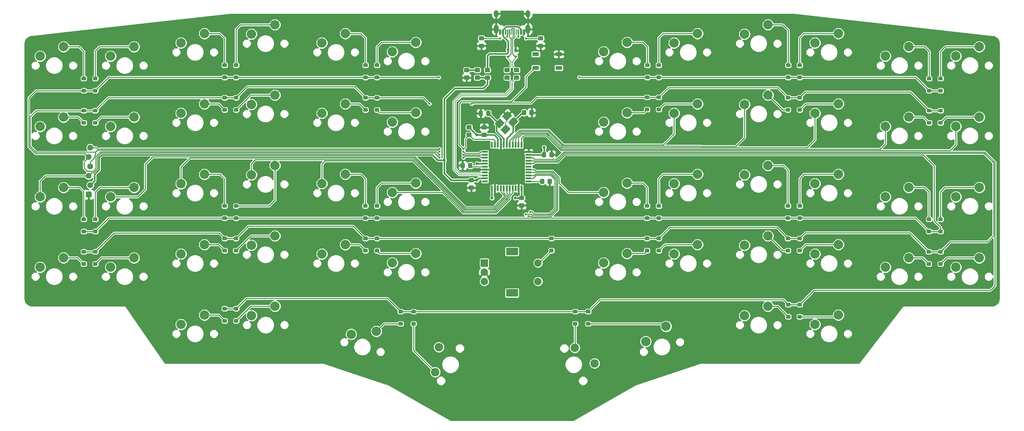
<source format=gbl>
G04 #@! TF.GenerationSoftware,KiCad,Pcbnew,(5.1.4-0)*
G04 #@! TF.CreationDate,2021-10-19T11:41:34-05:00*
G04 #@! TF.ProjectId,pcb,7063622e-6b69-4636-9164-5f7063625858,rev?*
G04 #@! TF.SameCoordinates,Original*
G04 #@! TF.FileFunction,Copper,L2,Bot*
G04 #@! TF.FilePolarity,Positive*
%FSLAX46Y46*%
G04 Gerber Fmt 4.6, Leading zero omitted, Abs format (unit mm)*
G04 Created by KiCad (PCBNEW (5.1.4-0)) date 2021-10-19 11:41:34*
%MOMM*%
%LPD*%
G04 APERTURE LIST*
%ADD10C,2.540000*%
%ADD11C,2.286000*%
%ADD12C,0.100000*%
%ADD13C,1.000000*%
%ADD14O,1.300000X2.400000*%
%ADD15O,1.300000X1.900000*%
%ADD16C,0.600000*%
%ADD17C,0.300000*%
%ADD18R,0.700000X0.600000*%
%ADD19R,0.700000X1.000000*%
%ADD20C,1.150000*%
%ADD21C,1.800000*%
%ADD22C,2.000000*%
%ADD23R,3.200000X2.000000*%
%ADD24R,2.000000X2.000000*%
%ADD25C,1.600200*%
%ADD26R,1.500000X0.500000*%
%ADD27R,0.500000X1.500000*%
%ADD28R,1.800000X1.100000*%
%ADD29C,0.800000*%
%ADD30C,0.250000*%
%ADD31C,0.200000*%
%ADD32C,0.400000*%
%ADD33C,0.254000*%
G04 APERTURE END LIST*
D10*
X300197500Y-24685750D03*
X293847500Y-27225750D03*
D11*
X230234071Y-109560775D03*
X229258775Y-116330037D03*
X266995825Y-109730923D03*
X272370529Y-113960185D03*
D10*
X147796250Y-47307500D03*
X141446250Y-49847500D03*
X223996250Y-65167170D03*
X217646250Y-67707170D03*
D12*
G36*
X261037024Y-82951204D02*
G01*
X261061293Y-82954804D01*
X261085091Y-82960765D01*
X261108191Y-82969030D01*
X261130369Y-82979520D01*
X261151413Y-82992133D01*
X261171118Y-83006747D01*
X261189297Y-83023223D01*
X261205773Y-83041402D01*
X261220387Y-83061107D01*
X261233000Y-83082151D01*
X261243490Y-83104329D01*
X261251755Y-83127429D01*
X261257716Y-83151227D01*
X261261316Y-83175496D01*
X261262520Y-83200000D01*
X261262520Y-83700000D01*
X261261316Y-83724504D01*
X261257716Y-83748773D01*
X261251755Y-83772571D01*
X261243490Y-83795671D01*
X261233000Y-83817849D01*
X261220387Y-83838893D01*
X261205773Y-83858598D01*
X261189297Y-83876777D01*
X261171118Y-83893253D01*
X261151413Y-83907867D01*
X261130369Y-83920480D01*
X261108191Y-83930970D01*
X261085091Y-83939235D01*
X261061293Y-83945196D01*
X261037024Y-83948796D01*
X261012520Y-83950000D01*
X260312520Y-83950000D01*
X260288016Y-83948796D01*
X260263747Y-83945196D01*
X260239949Y-83939235D01*
X260216849Y-83930970D01*
X260194671Y-83920480D01*
X260173627Y-83907867D01*
X260153922Y-83893253D01*
X260135743Y-83876777D01*
X260119267Y-83858598D01*
X260104653Y-83838893D01*
X260092040Y-83817849D01*
X260081550Y-83795671D01*
X260073285Y-83772571D01*
X260067324Y-83748773D01*
X260063724Y-83724504D01*
X260062520Y-83700000D01*
X260062520Y-83200000D01*
X260063724Y-83175496D01*
X260067324Y-83151227D01*
X260073285Y-83127429D01*
X260081550Y-83104329D01*
X260092040Y-83082151D01*
X260104653Y-83061107D01*
X260119267Y-83041402D01*
X260135743Y-83023223D01*
X260153922Y-83006747D01*
X260173627Y-82992133D01*
X260194671Y-82979520D01*
X260216849Y-82969030D01*
X260239949Y-82960765D01*
X260263747Y-82954804D01*
X260288016Y-82951204D01*
X260312520Y-82950000D01*
X261012520Y-82950000D01*
X261037024Y-82951204D01*
X261037024Y-82951204D01*
G37*
D13*
X260662520Y-83450000D03*
D12*
G36*
X261037024Y-79651204D02*
G01*
X261061293Y-79654804D01*
X261085091Y-79660765D01*
X261108191Y-79669030D01*
X261130369Y-79679520D01*
X261151413Y-79692133D01*
X261171118Y-79706747D01*
X261189297Y-79723223D01*
X261205773Y-79741402D01*
X261220387Y-79761107D01*
X261233000Y-79782151D01*
X261243490Y-79804329D01*
X261251755Y-79827429D01*
X261257716Y-79851227D01*
X261261316Y-79875496D01*
X261262520Y-79900000D01*
X261262520Y-80400000D01*
X261261316Y-80424504D01*
X261257716Y-80448773D01*
X261251755Y-80472571D01*
X261243490Y-80495671D01*
X261233000Y-80517849D01*
X261220387Y-80538893D01*
X261205773Y-80558598D01*
X261189297Y-80576777D01*
X261171118Y-80593253D01*
X261151413Y-80607867D01*
X261130369Y-80620480D01*
X261108191Y-80630970D01*
X261085091Y-80639235D01*
X261061293Y-80645196D01*
X261037024Y-80648796D01*
X261012520Y-80650000D01*
X260312520Y-80650000D01*
X260288016Y-80648796D01*
X260263747Y-80645196D01*
X260239949Y-80639235D01*
X260216849Y-80630970D01*
X260194671Y-80620480D01*
X260173627Y-80607867D01*
X260153922Y-80593253D01*
X260135743Y-80576777D01*
X260119267Y-80558598D01*
X260104653Y-80538893D01*
X260092040Y-80517849D01*
X260081550Y-80495671D01*
X260073285Y-80472571D01*
X260067324Y-80448773D01*
X260063724Y-80424504D01*
X260062520Y-80400000D01*
X260062520Y-79900000D01*
X260063724Y-79875496D01*
X260067324Y-79851227D01*
X260073285Y-79827429D01*
X260081550Y-79804329D01*
X260092040Y-79782151D01*
X260104653Y-79761107D01*
X260119267Y-79741402D01*
X260135743Y-79723223D01*
X260153922Y-79706747D01*
X260173627Y-79692133D01*
X260194671Y-79679520D01*
X260216849Y-79669030D01*
X260239949Y-79660765D01*
X260263747Y-79654804D01*
X260288016Y-79651204D01*
X260312520Y-79650000D01*
X261012520Y-79650000D01*
X261037024Y-79651204D01*
X261037024Y-79651204D01*
G37*
D13*
X260662520Y-80150000D03*
D10*
X376397820Y-28257640D03*
X370047820Y-30797640D03*
X357347740Y-28257640D03*
X350997740Y-30797640D03*
X338297660Y-24685750D03*
X331947660Y-27225750D03*
X319247580Y-22304490D03*
X312897580Y-24844490D03*
X281147420Y-27067010D03*
X274797420Y-29607010D03*
X223997180Y-27067010D03*
X217647180Y-29607010D03*
X204947100Y-24685750D03*
X198597100Y-27225750D03*
X185897020Y-22304490D03*
X179547020Y-24844490D03*
X166846940Y-24685750D03*
X160496940Y-27225750D03*
X147796860Y-28257640D03*
X141446860Y-30797640D03*
X128746780Y-28257640D03*
X122396780Y-30797640D03*
D14*
X254332300Y-23503230D03*
D15*
X254332300Y-19303230D03*
X245732300Y-19303230D03*
D12*
G36*
X246947003Y-23553952D02*
G01*
X246961564Y-23556112D01*
X246975843Y-23559689D01*
X246989703Y-23564648D01*
X247003010Y-23570942D01*
X247015636Y-23578510D01*
X247027459Y-23587278D01*
X247038366Y-23597164D01*
X247048252Y-23608071D01*
X247057020Y-23619894D01*
X247064588Y-23632520D01*
X247070882Y-23645827D01*
X247075841Y-23659687D01*
X247079418Y-23673966D01*
X247081578Y-23688527D01*
X247082300Y-23703230D01*
X247082300Y-24853230D01*
X247081578Y-24867933D01*
X247079418Y-24882494D01*
X247075841Y-24896773D01*
X247070882Y-24910633D01*
X247064588Y-24923940D01*
X247057020Y-24936566D01*
X247048252Y-24948389D01*
X247038366Y-24959296D01*
X247027459Y-24969182D01*
X247015636Y-24977950D01*
X247003010Y-24985518D01*
X246989703Y-24991812D01*
X246975843Y-24996771D01*
X246961564Y-25000348D01*
X246947003Y-25002508D01*
X246932300Y-25003230D01*
X246632300Y-25003230D01*
X246617597Y-25002508D01*
X246603036Y-25000348D01*
X246588757Y-24996771D01*
X246574897Y-24991812D01*
X246561590Y-24985518D01*
X246548964Y-24977950D01*
X246537141Y-24969182D01*
X246526234Y-24959296D01*
X246516348Y-24948389D01*
X246507580Y-24936566D01*
X246500012Y-24923940D01*
X246493718Y-24910633D01*
X246488759Y-24896773D01*
X246485182Y-24882494D01*
X246483022Y-24867933D01*
X246482300Y-24853230D01*
X246482300Y-23703230D01*
X246483022Y-23688527D01*
X246485182Y-23673966D01*
X246488759Y-23659687D01*
X246493718Y-23645827D01*
X246500012Y-23632520D01*
X246507580Y-23619894D01*
X246516348Y-23608071D01*
X246526234Y-23597164D01*
X246537141Y-23587278D01*
X246548964Y-23578510D01*
X246561590Y-23570942D01*
X246574897Y-23564648D01*
X246588757Y-23559689D01*
X246603036Y-23556112D01*
X246617597Y-23553952D01*
X246632300Y-23553230D01*
X246932300Y-23553230D01*
X246947003Y-23553952D01*
X246947003Y-23553952D01*
G37*
D16*
X246782300Y-24278230D03*
D12*
G36*
X248364651Y-23553591D02*
G01*
X248371932Y-23554671D01*
X248379071Y-23556459D01*
X248386001Y-23558939D01*
X248392655Y-23562086D01*
X248398968Y-23565870D01*
X248404879Y-23570254D01*
X248410333Y-23575197D01*
X248415276Y-23580651D01*
X248419660Y-23586562D01*
X248423444Y-23592875D01*
X248426591Y-23599529D01*
X248429071Y-23606459D01*
X248430859Y-23613598D01*
X248431939Y-23620879D01*
X248432300Y-23628230D01*
X248432300Y-24928230D01*
X248431939Y-24935581D01*
X248430859Y-24942862D01*
X248429071Y-24950001D01*
X248426591Y-24956931D01*
X248423444Y-24963585D01*
X248419660Y-24969898D01*
X248415276Y-24975809D01*
X248410333Y-24981263D01*
X248404879Y-24986206D01*
X248398968Y-24990590D01*
X248392655Y-24994374D01*
X248386001Y-24997521D01*
X248379071Y-25000001D01*
X248371932Y-25001789D01*
X248364651Y-25002869D01*
X248357300Y-25003230D01*
X248207300Y-25003230D01*
X248199949Y-25002869D01*
X248192668Y-25001789D01*
X248185529Y-25000001D01*
X248178599Y-24997521D01*
X248171945Y-24994374D01*
X248165632Y-24990590D01*
X248159721Y-24986206D01*
X248154267Y-24981263D01*
X248149324Y-24975809D01*
X248144940Y-24969898D01*
X248141156Y-24963585D01*
X248138009Y-24956931D01*
X248135529Y-24950001D01*
X248133741Y-24942862D01*
X248132661Y-24935581D01*
X248132300Y-24928230D01*
X248132300Y-23628230D01*
X248132661Y-23620879D01*
X248133741Y-23613598D01*
X248135529Y-23606459D01*
X248138009Y-23599529D01*
X248141156Y-23592875D01*
X248144940Y-23586562D01*
X248149324Y-23580651D01*
X248154267Y-23575197D01*
X248159721Y-23570254D01*
X248165632Y-23565870D01*
X248171945Y-23562086D01*
X248178599Y-23558939D01*
X248185529Y-23556459D01*
X248192668Y-23554671D01*
X248199949Y-23553591D01*
X248207300Y-23553230D01*
X248357300Y-23553230D01*
X248364651Y-23553591D01*
X248364651Y-23553591D01*
G37*
D17*
X248282300Y-24278230D03*
D12*
G36*
X248864651Y-23553591D02*
G01*
X248871932Y-23554671D01*
X248879071Y-23556459D01*
X248886001Y-23558939D01*
X248892655Y-23562086D01*
X248898968Y-23565870D01*
X248904879Y-23570254D01*
X248910333Y-23575197D01*
X248915276Y-23580651D01*
X248919660Y-23586562D01*
X248923444Y-23592875D01*
X248926591Y-23599529D01*
X248929071Y-23606459D01*
X248930859Y-23613598D01*
X248931939Y-23620879D01*
X248932300Y-23628230D01*
X248932300Y-24928230D01*
X248931939Y-24935581D01*
X248930859Y-24942862D01*
X248929071Y-24950001D01*
X248926591Y-24956931D01*
X248923444Y-24963585D01*
X248919660Y-24969898D01*
X248915276Y-24975809D01*
X248910333Y-24981263D01*
X248904879Y-24986206D01*
X248898968Y-24990590D01*
X248892655Y-24994374D01*
X248886001Y-24997521D01*
X248879071Y-25000001D01*
X248871932Y-25001789D01*
X248864651Y-25002869D01*
X248857300Y-25003230D01*
X248707300Y-25003230D01*
X248699949Y-25002869D01*
X248692668Y-25001789D01*
X248685529Y-25000001D01*
X248678599Y-24997521D01*
X248671945Y-24994374D01*
X248665632Y-24990590D01*
X248659721Y-24986206D01*
X248654267Y-24981263D01*
X248649324Y-24975809D01*
X248644940Y-24969898D01*
X248641156Y-24963585D01*
X248638009Y-24956931D01*
X248635529Y-24950001D01*
X248633741Y-24942862D01*
X248632661Y-24935581D01*
X248632300Y-24928230D01*
X248632300Y-23628230D01*
X248632661Y-23620879D01*
X248633741Y-23613598D01*
X248635529Y-23606459D01*
X248638009Y-23599529D01*
X248641156Y-23592875D01*
X248644940Y-23586562D01*
X248649324Y-23580651D01*
X248654267Y-23575197D01*
X248659721Y-23570254D01*
X248665632Y-23565870D01*
X248671945Y-23562086D01*
X248678599Y-23558939D01*
X248685529Y-23556459D01*
X248692668Y-23554671D01*
X248699949Y-23553591D01*
X248707300Y-23553230D01*
X248857300Y-23553230D01*
X248864651Y-23553591D01*
X248864651Y-23553591D01*
G37*
D17*
X248782300Y-24278230D03*
D12*
G36*
X249364651Y-23553591D02*
G01*
X249371932Y-23554671D01*
X249379071Y-23556459D01*
X249386001Y-23558939D01*
X249392655Y-23562086D01*
X249398968Y-23565870D01*
X249404879Y-23570254D01*
X249410333Y-23575197D01*
X249415276Y-23580651D01*
X249419660Y-23586562D01*
X249423444Y-23592875D01*
X249426591Y-23599529D01*
X249429071Y-23606459D01*
X249430859Y-23613598D01*
X249431939Y-23620879D01*
X249432300Y-23628230D01*
X249432300Y-24928230D01*
X249431939Y-24935581D01*
X249430859Y-24942862D01*
X249429071Y-24950001D01*
X249426591Y-24956931D01*
X249423444Y-24963585D01*
X249419660Y-24969898D01*
X249415276Y-24975809D01*
X249410333Y-24981263D01*
X249404879Y-24986206D01*
X249398968Y-24990590D01*
X249392655Y-24994374D01*
X249386001Y-24997521D01*
X249379071Y-25000001D01*
X249371932Y-25001789D01*
X249364651Y-25002869D01*
X249357300Y-25003230D01*
X249207300Y-25003230D01*
X249199949Y-25002869D01*
X249192668Y-25001789D01*
X249185529Y-25000001D01*
X249178599Y-24997521D01*
X249171945Y-24994374D01*
X249165632Y-24990590D01*
X249159721Y-24986206D01*
X249154267Y-24981263D01*
X249149324Y-24975809D01*
X249144940Y-24969898D01*
X249141156Y-24963585D01*
X249138009Y-24956931D01*
X249135529Y-24950001D01*
X249133741Y-24942862D01*
X249132661Y-24935581D01*
X249132300Y-24928230D01*
X249132300Y-23628230D01*
X249132661Y-23620879D01*
X249133741Y-23613598D01*
X249135529Y-23606459D01*
X249138009Y-23599529D01*
X249141156Y-23592875D01*
X249144940Y-23586562D01*
X249149324Y-23580651D01*
X249154267Y-23575197D01*
X249159721Y-23570254D01*
X249165632Y-23565870D01*
X249171945Y-23562086D01*
X249178599Y-23558939D01*
X249185529Y-23556459D01*
X249192668Y-23554671D01*
X249199949Y-23553591D01*
X249207300Y-23553230D01*
X249357300Y-23553230D01*
X249364651Y-23553591D01*
X249364651Y-23553591D01*
G37*
D17*
X249282300Y-24278230D03*
D12*
G36*
X249860651Y-23553591D02*
G01*
X249867932Y-23554671D01*
X249875071Y-23556459D01*
X249882001Y-23558939D01*
X249888655Y-23562086D01*
X249894968Y-23565870D01*
X249900879Y-23570254D01*
X249906333Y-23575197D01*
X249911276Y-23580651D01*
X249915660Y-23586562D01*
X249919444Y-23592875D01*
X249922591Y-23599529D01*
X249925071Y-23606459D01*
X249926859Y-23613598D01*
X249927939Y-23620879D01*
X249928300Y-23628230D01*
X249928300Y-24928230D01*
X249927939Y-24935581D01*
X249926859Y-24942862D01*
X249925071Y-24950001D01*
X249922591Y-24956931D01*
X249919444Y-24963585D01*
X249915660Y-24969898D01*
X249911276Y-24975809D01*
X249906333Y-24981263D01*
X249900879Y-24986206D01*
X249894968Y-24990590D01*
X249888655Y-24994374D01*
X249882001Y-24997521D01*
X249875071Y-25000001D01*
X249867932Y-25001789D01*
X249860651Y-25002869D01*
X249853300Y-25003230D01*
X249703300Y-25003230D01*
X249695949Y-25002869D01*
X249688668Y-25001789D01*
X249681529Y-25000001D01*
X249674599Y-24997521D01*
X249667945Y-24994374D01*
X249661632Y-24990590D01*
X249655721Y-24986206D01*
X249650267Y-24981263D01*
X249645324Y-24975809D01*
X249640940Y-24969898D01*
X249637156Y-24963585D01*
X249634009Y-24956931D01*
X249631529Y-24950001D01*
X249629741Y-24942862D01*
X249628661Y-24935581D01*
X249628300Y-24928230D01*
X249628300Y-23628230D01*
X249628661Y-23620879D01*
X249629741Y-23613598D01*
X249631529Y-23606459D01*
X249634009Y-23599529D01*
X249637156Y-23592875D01*
X249640940Y-23586562D01*
X249645324Y-23580651D01*
X249650267Y-23575197D01*
X249655721Y-23570254D01*
X249661632Y-23565870D01*
X249667945Y-23562086D01*
X249674599Y-23558939D01*
X249681529Y-23556459D01*
X249688668Y-23554671D01*
X249695949Y-23553591D01*
X249703300Y-23553230D01*
X249853300Y-23553230D01*
X249860651Y-23553591D01*
X249860651Y-23553591D01*
G37*
D17*
X249778300Y-24278230D03*
D12*
G36*
X251864651Y-23553591D02*
G01*
X251871932Y-23554671D01*
X251879071Y-23556459D01*
X251886001Y-23558939D01*
X251892655Y-23562086D01*
X251898968Y-23565870D01*
X251904879Y-23570254D01*
X251910333Y-23575197D01*
X251915276Y-23580651D01*
X251919660Y-23586562D01*
X251923444Y-23592875D01*
X251926591Y-23599529D01*
X251929071Y-23606459D01*
X251930859Y-23613598D01*
X251931939Y-23620879D01*
X251932300Y-23628230D01*
X251932300Y-24928230D01*
X251931939Y-24935581D01*
X251930859Y-24942862D01*
X251929071Y-24950001D01*
X251926591Y-24956931D01*
X251923444Y-24963585D01*
X251919660Y-24969898D01*
X251915276Y-24975809D01*
X251910333Y-24981263D01*
X251904879Y-24986206D01*
X251898968Y-24990590D01*
X251892655Y-24994374D01*
X251886001Y-24997521D01*
X251879071Y-25000001D01*
X251871932Y-25001789D01*
X251864651Y-25002869D01*
X251857300Y-25003230D01*
X251707300Y-25003230D01*
X251699949Y-25002869D01*
X251692668Y-25001789D01*
X251685529Y-25000001D01*
X251678599Y-24997521D01*
X251671945Y-24994374D01*
X251665632Y-24990590D01*
X251659721Y-24986206D01*
X251654267Y-24981263D01*
X251649324Y-24975809D01*
X251644940Y-24969898D01*
X251641156Y-24963585D01*
X251638009Y-24956931D01*
X251635529Y-24950001D01*
X251633741Y-24942862D01*
X251632661Y-24935581D01*
X251632300Y-24928230D01*
X251632300Y-23628230D01*
X251632661Y-23620879D01*
X251633741Y-23613598D01*
X251635529Y-23606459D01*
X251638009Y-23599529D01*
X251641156Y-23592875D01*
X251644940Y-23586562D01*
X251649324Y-23580651D01*
X251654267Y-23575197D01*
X251659721Y-23570254D01*
X251665632Y-23565870D01*
X251671945Y-23562086D01*
X251678599Y-23558939D01*
X251685529Y-23556459D01*
X251692668Y-23554671D01*
X251699949Y-23553591D01*
X251707300Y-23553230D01*
X251857300Y-23553230D01*
X251864651Y-23553591D01*
X251864651Y-23553591D01*
G37*
D17*
X251782300Y-24278230D03*
D12*
G36*
X251364651Y-23553591D02*
G01*
X251371932Y-23554671D01*
X251379071Y-23556459D01*
X251386001Y-23558939D01*
X251392655Y-23562086D01*
X251398968Y-23565870D01*
X251404879Y-23570254D01*
X251410333Y-23575197D01*
X251415276Y-23580651D01*
X251419660Y-23586562D01*
X251423444Y-23592875D01*
X251426591Y-23599529D01*
X251429071Y-23606459D01*
X251430859Y-23613598D01*
X251431939Y-23620879D01*
X251432300Y-23628230D01*
X251432300Y-24928230D01*
X251431939Y-24935581D01*
X251430859Y-24942862D01*
X251429071Y-24950001D01*
X251426591Y-24956931D01*
X251423444Y-24963585D01*
X251419660Y-24969898D01*
X251415276Y-24975809D01*
X251410333Y-24981263D01*
X251404879Y-24986206D01*
X251398968Y-24990590D01*
X251392655Y-24994374D01*
X251386001Y-24997521D01*
X251379071Y-25000001D01*
X251371932Y-25001789D01*
X251364651Y-25002869D01*
X251357300Y-25003230D01*
X251207300Y-25003230D01*
X251199949Y-25002869D01*
X251192668Y-25001789D01*
X251185529Y-25000001D01*
X251178599Y-24997521D01*
X251171945Y-24994374D01*
X251165632Y-24990590D01*
X251159721Y-24986206D01*
X251154267Y-24981263D01*
X251149324Y-24975809D01*
X251144940Y-24969898D01*
X251141156Y-24963585D01*
X251138009Y-24956931D01*
X251135529Y-24950001D01*
X251133741Y-24942862D01*
X251132661Y-24935581D01*
X251132300Y-24928230D01*
X251132300Y-23628230D01*
X251132661Y-23620879D01*
X251133741Y-23613598D01*
X251135529Y-23606459D01*
X251138009Y-23599529D01*
X251141156Y-23592875D01*
X251144940Y-23586562D01*
X251149324Y-23580651D01*
X251154267Y-23575197D01*
X251159721Y-23570254D01*
X251165632Y-23565870D01*
X251171945Y-23562086D01*
X251178599Y-23558939D01*
X251185529Y-23556459D01*
X251192668Y-23554671D01*
X251199949Y-23553591D01*
X251207300Y-23553230D01*
X251357300Y-23553230D01*
X251364651Y-23553591D01*
X251364651Y-23553591D01*
G37*
D17*
X251282300Y-24278230D03*
D12*
G36*
X250864651Y-23553591D02*
G01*
X250871932Y-23554671D01*
X250879071Y-23556459D01*
X250886001Y-23558939D01*
X250892655Y-23562086D01*
X250898968Y-23565870D01*
X250904879Y-23570254D01*
X250910333Y-23575197D01*
X250915276Y-23580651D01*
X250919660Y-23586562D01*
X250923444Y-23592875D01*
X250926591Y-23599529D01*
X250929071Y-23606459D01*
X250930859Y-23613598D01*
X250931939Y-23620879D01*
X250932300Y-23628230D01*
X250932300Y-24928230D01*
X250931939Y-24935581D01*
X250930859Y-24942862D01*
X250929071Y-24950001D01*
X250926591Y-24956931D01*
X250923444Y-24963585D01*
X250919660Y-24969898D01*
X250915276Y-24975809D01*
X250910333Y-24981263D01*
X250904879Y-24986206D01*
X250898968Y-24990590D01*
X250892655Y-24994374D01*
X250886001Y-24997521D01*
X250879071Y-25000001D01*
X250871932Y-25001789D01*
X250864651Y-25002869D01*
X250857300Y-25003230D01*
X250707300Y-25003230D01*
X250699949Y-25002869D01*
X250692668Y-25001789D01*
X250685529Y-25000001D01*
X250678599Y-24997521D01*
X250671945Y-24994374D01*
X250665632Y-24990590D01*
X250659721Y-24986206D01*
X250654267Y-24981263D01*
X250649324Y-24975809D01*
X250644940Y-24969898D01*
X250641156Y-24963585D01*
X250638009Y-24956931D01*
X250635529Y-24950001D01*
X250633741Y-24942862D01*
X250632661Y-24935581D01*
X250632300Y-24928230D01*
X250632300Y-23628230D01*
X250632661Y-23620879D01*
X250633741Y-23613598D01*
X250635529Y-23606459D01*
X250638009Y-23599529D01*
X250641156Y-23592875D01*
X250644940Y-23586562D01*
X250649324Y-23580651D01*
X250654267Y-23575197D01*
X250659721Y-23570254D01*
X250665632Y-23565870D01*
X250671945Y-23562086D01*
X250678599Y-23558939D01*
X250685529Y-23556459D01*
X250692668Y-23554671D01*
X250699949Y-23553591D01*
X250707300Y-23553230D01*
X250857300Y-23553230D01*
X250864651Y-23553591D01*
X250864651Y-23553591D01*
G37*
D17*
X250782300Y-24278230D03*
D12*
G36*
X250364651Y-23553591D02*
G01*
X250371932Y-23554671D01*
X250379071Y-23556459D01*
X250386001Y-23558939D01*
X250392655Y-23562086D01*
X250398968Y-23565870D01*
X250404879Y-23570254D01*
X250410333Y-23575197D01*
X250415276Y-23580651D01*
X250419660Y-23586562D01*
X250423444Y-23592875D01*
X250426591Y-23599529D01*
X250429071Y-23606459D01*
X250430859Y-23613598D01*
X250431939Y-23620879D01*
X250432300Y-23628230D01*
X250432300Y-24928230D01*
X250431939Y-24935581D01*
X250430859Y-24942862D01*
X250429071Y-24950001D01*
X250426591Y-24956931D01*
X250423444Y-24963585D01*
X250419660Y-24969898D01*
X250415276Y-24975809D01*
X250410333Y-24981263D01*
X250404879Y-24986206D01*
X250398968Y-24990590D01*
X250392655Y-24994374D01*
X250386001Y-24997521D01*
X250379071Y-25000001D01*
X250371932Y-25001789D01*
X250364651Y-25002869D01*
X250357300Y-25003230D01*
X250207300Y-25003230D01*
X250199949Y-25002869D01*
X250192668Y-25001789D01*
X250185529Y-25000001D01*
X250178599Y-24997521D01*
X250171945Y-24994374D01*
X250165632Y-24990590D01*
X250159721Y-24986206D01*
X250154267Y-24981263D01*
X250149324Y-24975809D01*
X250144940Y-24969898D01*
X250141156Y-24963585D01*
X250138009Y-24956931D01*
X250135529Y-24950001D01*
X250133741Y-24942862D01*
X250132661Y-24935581D01*
X250132300Y-24928230D01*
X250132300Y-23628230D01*
X250132661Y-23620879D01*
X250133741Y-23613598D01*
X250135529Y-23606459D01*
X250138009Y-23599529D01*
X250141156Y-23592875D01*
X250144940Y-23586562D01*
X250149324Y-23580651D01*
X250154267Y-23575197D01*
X250159721Y-23570254D01*
X250165632Y-23565870D01*
X250171945Y-23562086D01*
X250178599Y-23558939D01*
X250185529Y-23556459D01*
X250192668Y-23554671D01*
X250199949Y-23553591D01*
X250207300Y-23553230D01*
X250357300Y-23553230D01*
X250364651Y-23553591D01*
X250364651Y-23553591D01*
G37*
D17*
X250282300Y-24278230D03*
D14*
X245732300Y-23503230D03*
D12*
G36*
X247747003Y-23553952D02*
G01*
X247761564Y-23556112D01*
X247775843Y-23559689D01*
X247789703Y-23564648D01*
X247803010Y-23570942D01*
X247815636Y-23578510D01*
X247827459Y-23587278D01*
X247838366Y-23597164D01*
X247848252Y-23608071D01*
X247857020Y-23619894D01*
X247864588Y-23632520D01*
X247870882Y-23645827D01*
X247875841Y-23659687D01*
X247879418Y-23673966D01*
X247881578Y-23688527D01*
X247882300Y-23703230D01*
X247882300Y-24853230D01*
X247881578Y-24867933D01*
X247879418Y-24882494D01*
X247875841Y-24896773D01*
X247870882Y-24910633D01*
X247864588Y-24923940D01*
X247857020Y-24936566D01*
X247848252Y-24948389D01*
X247838366Y-24959296D01*
X247827459Y-24969182D01*
X247815636Y-24977950D01*
X247803010Y-24985518D01*
X247789703Y-24991812D01*
X247775843Y-24996771D01*
X247761564Y-25000348D01*
X247747003Y-25002508D01*
X247732300Y-25003230D01*
X247432300Y-25003230D01*
X247417597Y-25002508D01*
X247403036Y-25000348D01*
X247388757Y-24996771D01*
X247374897Y-24991812D01*
X247361590Y-24985518D01*
X247348964Y-24977950D01*
X247337141Y-24969182D01*
X247326234Y-24959296D01*
X247316348Y-24948389D01*
X247307580Y-24936566D01*
X247300012Y-24923940D01*
X247293718Y-24910633D01*
X247288759Y-24896773D01*
X247285182Y-24882494D01*
X247283022Y-24867933D01*
X247282300Y-24853230D01*
X247282300Y-23703230D01*
X247283022Y-23688527D01*
X247285182Y-23673966D01*
X247288759Y-23659687D01*
X247293718Y-23645827D01*
X247300012Y-23632520D01*
X247307580Y-23619894D01*
X247316348Y-23608071D01*
X247326234Y-23597164D01*
X247337141Y-23587278D01*
X247348964Y-23578510D01*
X247361590Y-23570942D01*
X247374897Y-23564648D01*
X247388757Y-23559689D01*
X247403036Y-23556112D01*
X247417597Y-23553952D01*
X247432300Y-23553230D01*
X247732300Y-23553230D01*
X247747003Y-23553952D01*
X247747003Y-23553952D01*
G37*
D16*
X247582300Y-24278230D03*
D12*
G36*
X253447003Y-23553952D02*
G01*
X253461564Y-23556112D01*
X253475843Y-23559689D01*
X253489703Y-23564648D01*
X253503010Y-23570942D01*
X253515636Y-23578510D01*
X253527459Y-23587278D01*
X253538366Y-23597164D01*
X253548252Y-23608071D01*
X253557020Y-23619894D01*
X253564588Y-23632520D01*
X253570882Y-23645827D01*
X253575841Y-23659687D01*
X253579418Y-23673966D01*
X253581578Y-23688527D01*
X253582300Y-23703230D01*
X253582300Y-24853230D01*
X253581578Y-24867933D01*
X253579418Y-24882494D01*
X253575841Y-24896773D01*
X253570882Y-24910633D01*
X253564588Y-24923940D01*
X253557020Y-24936566D01*
X253548252Y-24948389D01*
X253538366Y-24959296D01*
X253527459Y-24969182D01*
X253515636Y-24977950D01*
X253503010Y-24985518D01*
X253489703Y-24991812D01*
X253475843Y-24996771D01*
X253461564Y-25000348D01*
X253447003Y-25002508D01*
X253432300Y-25003230D01*
X253132300Y-25003230D01*
X253117597Y-25002508D01*
X253103036Y-25000348D01*
X253088757Y-24996771D01*
X253074897Y-24991812D01*
X253061590Y-24985518D01*
X253048964Y-24977950D01*
X253037141Y-24969182D01*
X253026234Y-24959296D01*
X253016348Y-24948389D01*
X253007580Y-24936566D01*
X253000012Y-24923940D01*
X252993718Y-24910633D01*
X252988759Y-24896773D01*
X252985182Y-24882494D01*
X252983022Y-24867933D01*
X252982300Y-24853230D01*
X252982300Y-23703230D01*
X252983022Y-23688527D01*
X252985182Y-23673966D01*
X252988759Y-23659687D01*
X252993718Y-23645827D01*
X253000012Y-23632520D01*
X253007580Y-23619894D01*
X253016348Y-23608071D01*
X253026234Y-23597164D01*
X253037141Y-23587278D01*
X253048964Y-23578510D01*
X253061590Y-23570942D01*
X253074897Y-23564648D01*
X253088757Y-23559689D01*
X253103036Y-23556112D01*
X253117597Y-23553952D01*
X253132300Y-23553230D01*
X253432300Y-23553230D01*
X253447003Y-23553952D01*
X253447003Y-23553952D01*
G37*
D16*
X253282300Y-24278230D03*
D12*
G36*
X252647003Y-23553952D02*
G01*
X252661564Y-23556112D01*
X252675843Y-23559689D01*
X252689703Y-23564648D01*
X252703010Y-23570942D01*
X252715636Y-23578510D01*
X252727459Y-23587278D01*
X252738366Y-23597164D01*
X252748252Y-23608071D01*
X252757020Y-23619894D01*
X252764588Y-23632520D01*
X252770882Y-23645827D01*
X252775841Y-23659687D01*
X252779418Y-23673966D01*
X252781578Y-23688527D01*
X252782300Y-23703230D01*
X252782300Y-24853230D01*
X252781578Y-24867933D01*
X252779418Y-24882494D01*
X252775841Y-24896773D01*
X252770882Y-24910633D01*
X252764588Y-24923940D01*
X252757020Y-24936566D01*
X252748252Y-24948389D01*
X252738366Y-24959296D01*
X252727459Y-24969182D01*
X252715636Y-24977950D01*
X252703010Y-24985518D01*
X252689703Y-24991812D01*
X252675843Y-24996771D01*
X252661564Y-25000348D01*
X252647003Y-25002508D01*
X252632300Y-25003230D01*
X252332300Y-25003230D01*
X252317597Y-25002508D01*
X252303036Y-25000348D01*
X252288757Y-24996771D01*
X252274897Y-24991812D01*
X252261590Y-24985518D01*
X252248964Y-24977950D01*
X252237141Y-24969182D01*
X252226234Y-24959296D01*
X252216348Y-24948389D01*
X252207580Y-24936566D01*
X252200012Y-24923940D01*
X252193718Y-24910633D01*
X252188759Y-24896773D01*
X252185182Y-24882494D01*
X252183022Y-24867933D01*
X252182300Y-24853230D01*
X252182300Y-23703230D01*
X252183022Y-23688527D01*
X252185182Y-23673966D01*
X252188759Y-23659687D01*
X252193718Y-23645827D01*
X252200012Y-23632520D01*
X252207580Y-23619894D01*
X252216348Y-23608071D01*
X252226234Y-23597164D01*
X252237141Y-23587278D01*
X252248964Y-23578510D01*
X252261590Y-23570942D01*
X252274897Y-23564648D01*
X252288757Y-23559689D01*
X252303036Y-23556112D01*
X252317597Y-23553952D01*
X252332300Y-23553230D01*
X252632300Y-23553230D01*
X252647003Y-23553952D01*
X252647003Y-23553952D01*
G37*
D16*
X252482300Y-24278230D03*
D12*
G36*
X366299544Y-36351204D02*
G01*
X366323813Y-36354804D01*
X366347611Y-36360765D01*
X366370711Y-36369030D01*
X366392889Y-36379520D01*
X366413933Y-36392133D01*
X366433638Y-36406747D01*
X366451817Y-36423223D01*
X366468293Y-36441402D01*
X366482907Y-36461107D01*
X366495520Y-36482151D01*
X366506010Y-36504329D01*
X366514275Y-36527429D01*
X366520236Y-36551227D01*
X366523836Y-36575496D01*
X366525040Y-36600000D01*
X366525040Y-37100000D01*
X366523836Y-37124504D01*
X366520236Y-37148773D01*
X366514275Y-37172571D01*
X366506010Y-37195671D01*
X366495520Y-37217849D01*
X366482907Y-37238893D01*
X366468293Y-37258598D01*
X366451817Y-37276777D01*
X366433638Y-37293253D01*
X366413933Y-37307867D01*
X366392889Y-37320480D01*
X366370711Y-37330970D01*
X366347611Y-37339235D01*
X366323813Y-37345196D01*
X366299544Y-37348796D01*
X366275040Y-37350000D01*
X365575040Y-37350000D01*
X365550536Y-37348796D01*
X365526267Y-37345196D01*
X365502469Y-37339235D01*
X365479369Y-37330970D01*
X365457191Y-37320480D01*
X365436147Y-37307867D01*
X365416442Y-37293253D01*
X365398263Y-37276777D01*
X365381787Y-37258598D01*
X365367173Y-37238893D01*
X365354560Y-37217849D01*
X365344070Y-37195671D01*
X365335805Y-37172571D01*
X365329844Y-37148773D01*
X365326244Y-37124504D01*
X365325040Y-37100000D01*
X365325040Y-36600000D01*
X365326244Y-36575496D01*
X365329844Y-36551227D01*
X365335805Y-36527429D01*
X365344070Y-36504329D01*
X365354560Y-36482151D01*
X365367173Y-36461107D01*
X365381787Y-36441402D01*
X365398263Y-36423223D01*
X365416442Y-36406747D01*
X365436147Y-36392133D01*
X365457191Y-36379520D01*
X365479369Y-36369030D01*
X365502469Y-36360765D01*
X365526267Y-36354804D01*
X365550536Y-36351204D01*
X365575040Y-36350000D01*
X366275040Y-36350000D01*
X366299544Y-36351204D01*
X366299544Y-36351204D01*
G37*
D13*
X365925040Y-36850000D03*
D12*
G36*
X366299544Y-39651204D02*
G01*
X366323813Y-39654804D01*
X366347611Y-39660765D01*
X366370711Y-39669030D01*
X366392889Y-39679520D01*
X366413933Y-39692133D01*
X366433638Y-39706747D01*
X366451817Y-39723223D01*
X366468293Y-39741402D01*
X366482907Y-39761107D01*
X366495520Y-39782151D01*
X366506010Y-39804329D01*
X366514275Y-39827429D01*
X366520236Y-39851227D01*
X366523836Y-39875496D01*
X366525040Y-39900000D01*
X366525040Y-40400000D01*
X366523836Y-40424504D01*
X366520236Y-40448773D01*
X366514275Y-40472571D01*
X366506010Y-40495671D01*
X366495520Y-40517849D01*
X366482907Y-40538893D01*
X366468293Y-40558598D01*
X366451817Y-40576777D01*
X366433638Y-40593253D01*
X366413933Y-40607867D01*
X366392889Y-40620480D01*
X366370711Y-40630970D01*
X366347611Y-40639235D01*
X366323813Y-40645196D01*
X366299544Y-40648796D01*
X366275040Y-40650000D01*
X365575040Y-40650000D01*
X365550536Y-40648796D01*
X365526267Y-40645196D01*
X365502469Y-40639235D01*
X365479369Y-40630970D01*
X365457191Y-40620480D01*
X365436147Y-40607867D01*
X365416442Y-40593253D01*
X365398263Y-40576777D01*
X365381787Y-40558598D01*
X365367173Y-40538893D01*
X365354560Y-40517849D01*
X365344070Y-40495671D01*
X365335805Y-40472571D01*
X365329844Y-40448773D01*
X365326244Y-40424504D01*
X365325040Y-40400000D01*
X365325040Y-39900000D01*
X365326244Y-39875496D01*
X365329844Y-39851227D01*
X365335805Y-39827429D01*
X365344070Y-39804329D01*
X365354560Y-39782151D01*
X365367173Y-39761107D01*
X365381787Y-39741402D01*
X365398263Y-39723223D01*
X365416442Y-39706747D01*
X365436147Y-39692133D01*
X365457191Y-39679520D01*
X365479369Y-39669030D01*
X365502469Y-39660765D01*
X365526267Y-39654804D01*
X365550536Y-39651204D01*
X365575040Y-39650000D01*
X366275040Y-39650000D01*
X366299544Y-39651204D01*
X366299544Y-39651204D01*
G37*
D13*
X365925040Y-40150000D03*
D12*
G36*
X363199544Y-36351204D02*
G01*
X363223813Y-36354804D01*
X363247611Y-36360765D01*
X363270711Y-36369030D01*
X363292889Y-36379520D01*
X363313933Y-36392133D01*
X363333638Y-36406747D01*
X363351817Y-36423223D01*
X363368293Y-36441402D01*
X363382907Y-36461107D01*
X363395520Y-36482151D01*
X363406010Y-36504329D01*
X363414275Y-36527429D01*
X363420236Y-36551227D01*
X363423836Y-36575496D01*
X363425040Y-36600000D01*
X363425040Y-37100000D01*
X363423836Y-37124504D01*
X363420236Y-37148773D01*
X363414275Y-37172571D01*
X363406010Y-37195671D01*
X363395520Y-37217849D01*
X363382907Y-37238893D01*
X363368293Y-37258598D01*
X363351817Y-37276777D01*
X363333638Y-37293253D01*
X363313933Y-37307867D01*
X363292889Y-37320480D01*
X363270711Y-37330970D01*
X363247611Y-37339235D01*
X363223813Y-37345196D01*
X363199544Y-37348796D01*
X363175040Y-37350000D01*
X362475040Y-37350000D01*
X362450536Y-37348796D01*
X362426267Y-37345196D01*
X362402469Y-37339235D01*
X362379369Y-37330970D01*
X362357191Y-37320480D01*
X362336147Y-37307867D01*
X362316442Y-37293253D01*
X362298263Y-37276777D01*
X362281787Y-37258598D01*
X362267173Y-37238893D01*
X362254560Y-37217849D01*
X362244070Y-37195671D01*
X362235805Y-37172571D01*
X362229844Y-37148773D01*
X362226244Y-37124504D01*
X362225040Y-37100000D01*
X362225040Y-36600000D01*
X362226244Y-36575496D01*
X362229844Y-36551227D01*
X362235805Y-36527429D01*
X362244070Y-36504329D01*
X362254560Y-36482151D01*
X362267173Y-36461107D01*
X362281787Y-36441402D01*
X362298263Y-36423223D01*
X362316442Y-36406747D01*
X362336147Y-36392133D01*
X362357191Y-36379520D01*
X362379369Y-36369030D01*
X362402469Y-36360765D01*
X362426267Y-36354804D01*
X362450536Y-36351204D01*
X362475040Y-36350000D01*
X363175040Y-36350000D01*
X363199544Y-36351204D01*
X363199544Y-36351204D01*
G37*
D13*
X362825040Y-36850000D03*
D12*
G36*
X363199544Y-39651204D02*
G01*
X363223813Y-39654804D01*
X363247611Y-39660765D01*
X363270711Y-39669030D01*
X363292889Y-39679520D01*
X363313933Y-39692133D01*
X363333638Y-39706747D01*
X363351817Y-39723223D01*
X363368293Y-39741402D01*
X363382907Y-39761107D01*
X363395520Y-39782151D01*
X363406010Y-39804329D01*
X363414275Y-39827429D01*
X363420236Y-39851227D01*
X363423836Y-39875496D01*
X363425040Y-39900000D01*
X363425040Y-40400000D01*
X363423836Y-40424504D01*
X363420236Y-40448773D01*
X363414275Y-40472571D01*
X363406010Y-40495671D01*
X363395520Y-40517849D01*
X363382907Y-40538893D01*
X363368293Y-40558598D01*
X363351817Y-40576777D01*
X363333638Y-40593253D01*
X363313933Y-40607867D01*
X363292889Y-40620480D01*
X363270711Y-40630970D01*
X363247611Y-40639235D01*
X363223813Y-40645196D01*
X363199544Y-40648796D01*
X363175040Y-40650000D01*
X362475040Y-40650000D01*
X362450536Y-40648796D01*
X362426267Y-40645196D01*
X362402469Y-40639235D01*
X362379369Y-40630970D01*
X362357191Y-40620480D01*
X362336147Y-40607867D01*
X362316442Y-40593253D01*
X362298263Y-40576777D01*
X362281787Y-40558598D01*
X362267173Y-40538893D01*
X362254560Y-40517849D01*
X362244070Y-40495671D01*
X362235805Y-40472571D01*
X362229844Y-40448773D01*
X362226244Y-40424504D01*
X362225040Y-40400000D01*
X362225040Y-39900000D01*
X362226244Y-39875496D01*
X362229844Y-39851227D01*
X362235805Y-39827429D01*
X362244070Y-39804329D01*
X362254560Y-39782151D01*
X362267173Y-39761107D01*
X362281787Y-39741402D01*
X362298263Y-39723223D01*
X362316442Y-39706747D01*
X362336147Y-39692133D01*
X362357191Y-39679520D01*
X362379369Y-39669030D01*
X362402469Y-39660765D01*
X362426267Y-39654804D01*
X362450536Y-39651204D01*
X362475040Y-39650000D01*
X363175040Y-39650000D01*
X363199544Y-39651204D01*
X363199544Y-39651204D01*
G37*
D13*
X362825040Y-40150000D03*
D12*
G36*
X328199544Y-32751204D02*
G01*
X328223813Y-32754804D01*
X328247611Y-32760765D01*
X328270711Y-32769030D01*
X328292889Y-32779520D01*
X328313933Y-32792133D01*
X328333638Y-32806747D01*
X328351817Y-32823223D01*
X328368293Y-32841402D01*
X328382907Y-32861107D01*
X328395520Y-32882151D01*
X328406010Y-32904329D01*
X328414275Y-32927429D01*
X328420236Y-32951227D01*
X328423836Y-32975496D01*
X328425040Y-33000000D01*
X328425040Y-33500000D01*
X328423836Y-33524504D01*
X328420236Y-33548773D01*
X328414275Y-33572571D01*
X328406010Y-33595671D01*
X328395520Y-33617849D01*
X328382907Y-33638893D01*
X328368293Y-33658598D01*
X328351817Y-33676777D01*
X328333638Y-33693253D01*
X328313933Y-33707867D01*
X328292889Y-33720480D01*
X328270711Y-33730970D01*
X328247611Y-33739235D01*
X328223813Y-33745196D01*
X328199544Y-33748796D01*
X328175040Y-33750000D01*
X327475040Y-33750000D01*
X327450536Y-33748796D01*
X327426267Y-33745196D01*
X327402469Y-33739235D01*
X327379369Y-33730970D01*
X327357191Y-33720480D01*
X327336147Y-33707867D01*
X327316442Y-33693253D01*
X327298263Y-33676777D01*
X327281787Y-33658598D01*
X327267173Y-33638893D01*
X327254560Y-33617849D01*
X327244070Y-33595671D01*
X327235805Y-33572571D01*
X327229844Y-33548773D01*
X327226244Y-33524504D01*
X327225040Y-33500000D01*
X327225040Y-33000000D01*
X327226244Y-32975496D01*
X327229844Y-32951227D01*
X327235805Y-32927429D01*
X327244070Y-32904329D01*
X327254560Y-32882151D01*
X327267173Y-32861107D01*
X327281787Y-32841402D01*
X327298263Y-32823223D01*
X327316442Y-32806747D01*
X327336147Y-32792133D01*
X327357191Y-32779520D01*
X327379369Y-32769030D01*
X327402469Y-32760765D01*
X327426267Y-32754804D01*
X327450536Y-32751204D01*
X327475040Y-32750000D01*
X328175040Y-32750000D01*
X328199544Y-32751204D01*
X328199544Y-32751204D01*
G37*
D13*
X327825040Y-33250000D03*
D12*
G36*
X328199544Y-36051204D02*
G01*
X328223813Y-36054804D01*
X328247611Y-36060765D01*
X328270711Y-36069030D01*
X328292889Y-36079520D01*
X328313933Y-36092133D01*
X328333638Y-36106747D01*
X328351817Y-36123223D01*
X328368293Y-36141402D01*
X328382907Y-36161107D01*
X328395520Y-36182151D01*
X328406010Y-36204329D01*
X328414275Y-36227429D01*
X328420236Y-36251227D01*
X328423836Y-36275496D01*
X328425040Y-36300000D01*
X328425040Y-36800000D01*
X328423836Y-36824504D01*
X328420236Y-36848773D01*
X328414275Y-36872571D01*
X328406010Y-36895671D01*
X328395520Y-36917849D01*
X328382907Y-36938893D01*
X328368293Y-36958598D01*
X328351817Y-36976777D01*
X328333638Y-36993253D01*
X328313933Y-37007867D01*
X328292889Y-37020480D01*
X328270711Y-37030970D01*
X328247611Y-37039235D01*
X328223813Y-37045196D01*
X328199544Y-37048796D01*
X328175040Y-37050000D01*
X327475040Y-37050000D01*
X327450536Y-37048796D01*
X327426267Y-37045196D01*
X327402469Y-37039235D01*
X327379369Y-37030970D01*
X327357191Y-37020480D01*
X327336147Y-37007867D01*
X327316442Y-36993253D01*
X327298263Y-36976777D01*
X327281787Y-36958598D01*
X327267173Y-36938893D01*
X327254560Y-36917849D01*
X327244070Y-36895671D01*
X327235805Y-36872571D01*
X327229844Y-36848773D01*
X327226244Y-36824504D01*
X327225040Y-36800000D01*
X327225040Y-36300000D01*
X327226244Y-36275496D01*
X327229844Y-36251227D01*
X327235805Y-36227429D01*
X327244070Y-36204329D01*
X327254560Y-36182151D01*
X327267173Y-36161107D01*
X327281787Y-36141402D01*
X327298263Y-36123223D01*
X327316442Y-36106747D01*
X327336147Y-36092133D01*
X327357191Y-36079520D01*
X327379369Y-36069030D01*
X327402469Y-36060765D01*
X327426267Y-36054804D01*
X327450536Y-36051204D01*
X327475040Y-36050000D01*
X328175040Y-36050000D01*
X328199544Y-36051204D01*
X328199544Y-36051204D01*
G37*
D13*
X327825040Y-36550000D03*
D12*
G36*
X325099544Y-32751204D02*
G01*
X325123813Y-32754804D01*
X325147611Y-32760765D01*
X325170711Y-32769030D01*
X325192889Y-32779520D01*
X325213933Y-32792133D01*
X325233638Y-32806747D01*
X325251817Y-32823223D01*
X325268293Y-32841402D01*
X325282907Y-32861107D01*
X325295520Y-32882151D01*
X325306010Y-32904329D01*
X325314275Y-32927429D01*
X325320236Y-32951227D01*
X325323836Y-32975496D01*
X325325040Y-33000000D01*
X325325040Y-33500000D01*
X325323836Y-33524504D01*
X325320236Y-33548773D01*
X325314275Y-33572571D01*
X325306010Y-33595671D01*
X325295520Y-33617849D01*
X325282907Y-33638893D01*
X325268293Y-33658598D01*
X325251817Y-33676777D01*
X325233638Y-33693253D01*
X325213933Y-33707867D01*
X325192889Y-33720480D01*
X325170711Y-33730970D01*
X325147611Y-33739235D01*
X325123813Y-33745196D01*
X325099544Y-33748796D01*
X325075040Y-33750000D01*
X324375040Y-33750000D01*
X324350536Y-33748796D01*
X324326267Y-33745196D01*
X324302469Y-33739235D01*
X324279369Y-33730970D01*
X324257191Y-33720480D01*
X324236147Y-33707867D01*
X324216442Y-33693253D01*
X324198263Y-33676777D01*
X324181787Y-33658598D01*
X324167173Y-33638893D01*
X324154560Y-33617849D01*
X324144070Y-33595671D01*
X324135805Y-33572571D01*
X324129844Y-33548773D01*
X324126244Y-33524504D01*
X324125040Y-33500000D01*
X324125040Y-33000000D01*
X324126244Y-32975496D01*
X324129844Y-32951227D01*
X324135805Y-32927429D01*
X324144070Y-32904329D01*
X324154560Y-32882151D01*
X324167173Y-32861107D01*
X324181787Y-32841402D01*
X324198263Y-32823223D01*
X324216442Y-32806747D01*
X324236147Y-32792133D01*
X324257191Y-32779520D01*
X324279369Y-32769030D01*
X324302469Y-32760765D01*
X324326267Y-32754804D01*
X324350536Y-32751204D01*
X324375040Y-32750000D01*
X325075040Y-32750000D01*
X325099544Y-32751204D01*
X325099544Y-32751204D01*
G37*
D13*
X324725040Y-33250000D03*
D12*
G36*
X325099544Y-36051204D02*
G01*
X325123813Y-36054804D01*
X325147611Y-36060765D01*
X325170711Y-36069030D01*
X325192889Y-36079520D01*
X325213933Y-36092133D01*
X325233638Y-36106747D01*
X325251817Y-36123223D01*
X325268293Y-36141402D01*
X325282907Y-36161107D01*
X325295520Y-36182151D01*
X325306010Y-36204329D01*
X325314275Y-36227429D01*
X325320236Y-36251227D01*
X325323836Y-36275496D01*
X325325040Y-36300000D01*
X325325040Y-36800000D01*
X325323836Y-36824504D01*
X325320236Y-36848773D01*
X325314275Y-36872571D01*
X325306010Y-36895671D01*
X325295520Y-36917849D01*
X325282907Y-36938893D01*
X325268293Y-36958598D01*
X325251817Y-36976777D01*
X325233638Y-36993253D01*
X325213933Y-37007867D01*
X325192889Y-37020480D01*
X325170711Y-37030970D01*
X325147611Y-37039235D01*
X325123813Y-37045196D01*
X325099544Y-37048796D01*
X325075040Y-37050000D01*
X324375040Y-37050000D01*
X324350536Y-37048796D01*
X324326267Y-37045196D01*
X324302469Y-37039235D01*
X324279369Y-37030970D01*
X324257191Y-37020480D01*
X324236147Y-37007867D01*
X324216442Y-36993253D01*
X324198263Y-36976777D01*
X324181787Y-36958598D01*
X324167173Y-36938893D01*
X324154560Y-36917849D01*
X324144070Y-36895671D01*
X324135805Y-36872571D01*
X324129844Y-36848773D01*
X324126244Y-36824504D01*
X324125040Y-36800000D01*
X324125040Y-36300000D01*
X324126244Y-36275496D01*
X324129844Y-36251227D01*
X324135805Y-36227429D01*
X324144070Y-36204329D01*
X324154560Y-36182151D01*
X324167173Y-36161107D01*
X324181787Y-36141402D01*
X324198263Y-36123223D01*
X324216442Y-36106747D01*
X324236147Y-36092133D01*
X324257191Y-36079520D01*
X324279369Y-36069030D01*
X324302469Y-36060765D01*
X324326267Y-36054804D01*
X324350536Y-36051204D01*
X324375040Y-36050000D01*
X325075040Y-36050000D01*
X325099544Y-36051204D01*
X325099544Y-36051204D01*
G37*
D13*
X324725040Y-36550000D03*
D12*
G36*
X290099544Y-32751204D02*
G01*
X290123813Y-32754804D01*
X290147611Y-32760765D01*
X290170711Y-32769030D01*
X290192889Y-32779520D01*
X290213933Y-32792133D01*
X290233638Y-32806747D01*
X290251817Y-32823223D01*
X290268293Y-32841402D01*
X290282907Y-32861107D01*
X290295520Y-32882151D01*
X290306010Y-32904329D01*
X290314275Y-32927429D01*
X290320236Y-32951227D01*
X290323836Y-32975496D01*
X290325040Y-33000000D01*
X290325040Y-33500000D01*
X290323836Y-33524504D01*
X290320236Y-33548773D01*
X290314275Y-33572571D01*
X290306010Y-33595671D01*
X290295520Y-33617849D01*
X290282907Y-33638893D01*
X290268293Y-33658598D01*
X290251817Y-33676777D01*
X290233638Y-33693253D01*
X290213933Y-33707867D01*
X290192889Y-33720480D01*
X290170711Y-33730970D01*
X290147611Y-33739235D01*
X290123813Y-33745196D01*
X290099544Y-33748796D01*
X290075040Y-33750000D01*
X289375040Y-33750000D01*
X289350536Y-33748796D01*
X289326267Y-33745196D01*
X289302469Y-33739235D01*
X289279369Y-33730970D01*
X289257191Y-33720480D01*
X289236147Y-33707867D01*
X289216442Y-33693253D01*
X289198263Y-33676777D01*
X289181787Y-33658598D01*
X289167173Y-33638893D01*
X289154560Y-33617849D01*
X289144070Y-33595671D01*
X289135805Y-33572571D01*
X289129844Y-33548773D01*
X289126244Y-33524504D01*
X289125040Y-33500000D01*
X289125040Y-33000000D01*
X289126244Y-32975496D01*
X289129844Y-32951227D01*
X289135805Y-32927429D01*
X289144070Y-32904329D01*
X289154560Y-32882151D01*
X289167173Y-32861107D01*
X289181787Y-32841402D01*
X289198263Y-32823223D01*
X289216442Y-32806747D01*
X289236147Y-32792133D01*
X289257191Y-32779520D01*
X289279369Y-32769030D01*
X289302469Y-32760765D01*
X289326267Y-32754804D01*
X289350536Y-32751204D01*
X289375040Y-32750000D01*
X290075040Y-32750000D01*
X290099544Y-32751204D01*
X290099544Y-32751204D01*
G37*
D13*
X289725040Y-33250000D03*
D12*
G36*
X290099544Y-36051204D02*
G01*
X290123813Y-36054804D01*
X290147611Y-36060765D01*
X290170711Y-36069030D01*
X290192889Y-36079520D01*
X290213933Y-36092133D01*
X290233638Y-36106747D01*
X290251817Y-36123223D01*
X290268293Y-36141402D01*
X290282907Y-36161107D01*
X290295520Y-36182151D01*
X290306010Y-36204329D01*
X290314275Y-36227429D01*
X290320236Y-36251227D01*
X290323836Y-36275496D01*
X290325040Y-36300000D01*
X290325040Y-36800000D01*
X290323836Y-36824504D01*
X290320236Y-36848773D01*
X290314275Y-36872571D01*
X290306010Y-36895671D01*
X290295520Y-36917849D01*
X290282907Y-36938893D01*
X290268293Y-36958598D01*
X290251817Y-36976777D01*
X290233638Y-36993253D01*
X290213933Y-37007867D01*
X290192889Y-37020480D01*
X290170711Y-37030970D01*
X290147611Y-37039235D01*
X290123813Y-37045196D01*
X290099544Y-37048796D01*
X290075040Y-37050000D01*
X289375040Y-37050000D01*
X289350536Y-37048796D01*
X289326267Y-37045196D01*
X289302469Y-37039235D01*
X289279369Y-37030970D01*
X289257191Y-37020480D01*
X289236147Y-37007867D01*
X289216442Y-36993253D01*
X289198263Y-36976777D01*
X289181787Y-36958598D01*
X289167173Y-36938893D01*
X289154560Y-36917849D01*
X289144070Y-36895671D01*
X289135805Y-36872571D01*
X289129844Y-36848773D01*
X289126244Y-36824504D01*
X289125040Y-36800000D01*
X289125040Y-36300000D01*
X289126244Y-36275496D01*
X289129844Y-36251227D01*
X289135805Y-36227429D01*
X289144070Y-36204329D01*
X289154560Y-36182151D01*
X289167173Y-36161107D01*
X289181787Y-36141402D01*
X289198263Y-36123223D01*
X289216442Y-36106747D01*
X289236147Y-36092133D01*
X289257191Y-36079520D01*
X289279369Y-36069030D01*
X289302469Y-36060765D01*
X289326267Y-36054804D01*
X289350536Y-36051204D01*
X289375040Y-36050000D01*
X290075040Y-36050000D01*
X290099544Y-36051204D01*
X290099544Y-36051204D01*
G37*
D13*
X289725040Y-36550000D03*
D12*
G36*
X286999544Y-32751204D02*
G01*
X287023813Y-32754804D01*
X287047611Y-32760765D01*
X287070711Y-32769030D01*
X287092889Y-32779520D01*
X287113933Y-32792133D01*
X287133638Y-32806747D01*
X287151817Y-32823223D01*
X287168293Y-32841402D01*
X287182907Y-32861107D01*
X287195520Y-32882151D01*
X287206010Y-32904329D01*
X287214275Y-32927429D01*
X287220236Y-32951227D01*
X287223836Y-32975496D01*
X287225040Y-33000000D01*
X287225040Y-33500000D01*
X287223836Y-33524504D01*
X287220236Y-33548773D01*
X287214275Y-33572571D01*
X287206010Y-33595671D01*
X287195520Y-33617849D01*
X287182907Y-33638893D01*
X287168293Y-33658598D01*
X287151817Y-33676777D01*
X287133638Y-33693253D01*
X287113933Y-33707867D01*
X287092889Y-33720480D01*
X287070711Y-33730970D01*
X287047611Y-33739235D01*
X287023813Y-33745196D01*
X286999544Y-33748796D01*
X286975040Y-33750000D01*
X286275040Y-33750000D01*
X286250536Y-33748796D01*
X286226267Y-33745196D01*
X286202469Y-33739235D01*
X286179369Y-33730970D01*
X286157191Y-33720480D01*
X286136147Y-33707867D01*
X286116442Y-33693253D01*
X286098263Y-33676777D01*
X286081787Y-33658598D01*
X286067173Y-33638893D01*
X286054560Y-33617849D01*
X286044070Y-33595671D01*
X286035805Y-33572571D01*
X286029844Y-33548773D01*
X286026244Y-33524504D01*
X286025040Y-33500000D01*
X286025040Y-33000000D01*
X286026244Y-32975496D01*
X286029844Y-32951227D01*
X286035805Y-32927429D01*
X286044070Y-32904329D01*
X286054560Y-32882151D01*
X286067173Y-32861107D01*
X286081787Y-32841402D01*
X286098263Y-32823223D01*
X286116442Y-32806747D01*
X286136147Y-32792133D01*
X286157191Y-32779520D01*
X286179369Y-32769030D01*
X286202469Y-32760765D01*
X286226267Y-32754804D01*
X286250536Y-32751204D01*
X286275040Y-32750000D01*
X286975040Y-32750000D01*
X286999544Y-32751204D01*
X286999544Y-32751204D01*
G37*
D13*
X286625040Y-33250000D03*
D12*
G36*
X286999544Y-36051204D02*
G01*
X287023813Y-36054804D01*
X287047611Y-36060765D01*
X287070711Y-36069030D01*
X287092889Y-36079520D01*
X287113933Y-36092133D01*
X287133638Y-36106747D01*
X287151817Y-36123223D01*
X287168293Y-36141402D01*
X287182907Y-36161107D01*
X287195520Y-36182151D01*
X287206010Y-36204329D01*
X287214275Y-36227429D01*
X287220236Y-36251227D01*
X287223836Y-36275496D01*
X287225040Y-36300000D01*
X287225040Y-36800000D01*
X287223836Y-36824504D01*
X287220236Y-36848773D01*
X287214275Y-36872571D01*
X287206010Y-36895671D01*
X287195520Y-36917849D01*
X287182907Y-36938893D01*
X287168293Y-36958598D01*
X287151817Y-36976777D01*
X287133638Y-36993253D01*
X287113933Y-37007867D01*
X287092889Y-37020480D01*
X287070711Y-37030970D01*
X287047611Y-37039235D01*
X287023813Y-37045196D01*
X286999544Y-37048796D01*
X286975040Y-37050000D01*
X286275040Y-37050000D01*
X286250536Y-37048796D01*
X286226267Y-37045196D01*
X286202469Y-37039235D01*
X286179369Y-37030970D01*
X286157191Y-37020480D01*
X286136147Y-37007867D01*
X286116442Y-36993253D01*
X286098263Y-36976777D01*
X286081787Y-36958598D01*
X286067173Y-36938893D01*
X286054560Y-36917849D01*
X286044070Y-36895671D01*
X286035805Y-36872571D01*
X286029844Y-36848773D01*
X286026244Y-36824504D01*
X286025040Y-36800000D01*
X286025040Y-36300000D01*
X286026244Y-36275496D01*
X286029844Y-36251227D01*
X286035805Y-36227429D01*
X286044070Y-36204329D01*
X286054560Y-36182151D01*
X286067173Y-36161107D01*
X286081787Y-36141402D01*
X286098263Y-36123223D01*
X286116442Y-36106747D01*
X286136147Y-36092133D01*
X286157191Y-36079520D01*
X286179369Y-36069030D01*
X286202469Y-36060765D01*
X286226267Y-36054804D01*
X286250536Y-36051204D01*
X286275040Y-36050000D01*
X286975040Y-36050000D01*
X286999544Y-36051204D01*
X286999544Y-36051204D01*
G37*
D13*
X286625040Y-36550000D03*
D12*
G36*
X213874504Y-32751204D02*
G01*
X213898773Y-32754804D01*
X213922571Y-32760765D01*
X213945671Y-32769030D01*
X213967849Y-32779520D01*
X213988893Y-32792133D01*
X214008598Y-32806747D01*
X214026777Y-32823223D01*
X214043253Y-32841402D01*
X214057867Y-32861107D01*
X214070480Y-32882151D01*
X214080970Y-32904329D01*
X214089235Y-32927429D01*
X214095196Y-32951227D01*
X214098796Y-32975496D01*
X214100000Y-33000000D01*
X214100000Y-33500000D01*
X214098796Y-33524504D01*
X214095196Y-33548773D01*
X214089235Y-33572571D01*
X214080970Y-33595671D01*
X214070480Y-33617849D01*
X214057867Y-33638893D01*
X214043253Y-33658598D01*
X214026777Y-33676777D01*
X214008598Y-33693253D01*
X213988893Y-33707867D01*
X213967849Y-33720480D01*
X213945671Y-33730970D01*
X213922571Y-33739235D01*
X213898773Y-33745196D01*
X213874504Y-33748796D01*
X213850000Y-33750000D01*
X213150000Y-33750000D01*
X213125496Y-33748796D01*
X213101227Y-33745196D01*
X213077429Y-33739235D01*
X213054329Y-33730970D01*
X213032151Y-33720480D01*
X213011107Y-33707867D01*
X212991402Y-33693253D01*
X212973223Y-33676777D01*
X212956747Y-33658598D01*
X212942133Y-33638893D01*
X212929520Y-33617849D01*
X212919030Y-33595671D01*
X212910765Y-33572571D01*
X212904804Y-33548773D01*
X212901204Y-33524504D01*
X212900000Y-33500000D01*
X212900000Y-33000000D01*
X212901204Y-32975496D01*
X212904804Y-32951227D01*
X212910765Y-32927429D01*
X212919030Y-32904329D01*
X212929520Y-32882151D01*
X212942133Y-32861107D01*
X212956747Y-32841402D01*
X212973223Y-32823223D01*
X212991402Y-32806747D01*
X213011107Y-32792133D01*
X213032151Y-32779520D01*
X213054329Y-32769030D01*
X213077429Y-32760765D01*
X213101227Y-32754804D01*
X213125496Y-32751204D01*
X213150000Y-32750000D01*
X213850000Y-32750000D01*
X213874504Y-32751204D01*
X213874504Y-32751204D01*
G37*
D13*
X213500000Y-33250000D03*
D12*
G36*
X213874504Y-36051204D02*
G01*
X213898773Y-36054804D01*
X213922571Y-36060765D01*
X213945671Y-36069030D01*
X213967849Y-36079520D01*
X213988893Y-36092133D01*
X214008598Y-36106747D01*
X214026777Y-36123223D01*
X214043253Y-36141402D01*
X214057867Y-36161107D01*
X214070480Y-36182151D01*
X214080970Y-36204329D01*
X214089235Y-36227429D01*
X214095196Y-36251227D01*
X214098796Y-36275496D01*
X214100000Y-36300000D01*
X214100000Y-36800000D01*
X214098796Y-36824504D01*
X214095196Y-36848773D01*
X214089235Y-36872571D01*
X214080970Y-36895671D01*
X214070480Y-36917849D01*
X214057867Y-36938893D01*
X214043253Y-36958598D01*
X214026777Y-36976777D01*
X214008598Y-36993253D01*
X213988893Y-37007867D01*
X213967849Y-37020480D01*
X213945671Y-37030970D01*
X213922571Y-37039235D01*
X213898773Y-37045196D01*
X213874504Y-37048796D01*
X213850000Y-37050000D01*
X213150000Y-37050000D01*
X213125496Y-37048796D01*
X213101227Y-37045196D01*
X213077429Y-37039235D01*
X213054329Y-37030970D01*
X213032151Y-37020480D01*
X213011107Y-37007867D01*
X212991402Y-36993253D01*
X212973223Y-36976777D01*
X212956747Y-36958598D01*
X212942133Y-36938893D01*
X212929520Y-36917849D01*
X212919030Y-36895671D01*
X212910765Y-36872571D01*
X212904804Y-36848773D01*
X212901204Y-36824504D01*
X212900000Y-36800000D01*
X212900000Y-36300000D01*
X212901204Y-36275496D01*
X212904804Y-36251227D01*
X212910765Y-36227429D01*
X212919030Y-36204329D01*
X212929520Y-36182151D01*
X212942133Y-36161107D01*
X212956747Y-36141402D01*
X212973223Y-36123223D01*
X212991402Y-36106747D01*
X213011107Y-36092133D01*
X213032151Y-36079520D01*
X213054329Y-36069030D01*
X213077429Y-36060765D01*
X213101227Y-36054804D01*
X213125496Y-36051204D01*
X213150000Y-36050000D01*
X213850000Y-36050000D01*
X213874504Y-36051204D01*
X213874504Y-36051204D01*
G37*
D13*
X213500000Y-36550000D03*
D12*
G36*
X210774504Y-32751204D02*
G01*
X210798773Y-32754804D01*
X210822571Y-32760765D01*
X210845671Y-32769030D01*
X210867849Y-32779520D01*
X210888893Y-32792133D01*
X210908598Y-32806747D01*
X210926777Y-32823223D01*
X210943253Y-32841402D01*
X210957867Y-32861107D01*
X210970480Y-32882151D01*
X210980970Y-32904329D01*
X210989235Y-32927429D01*
X210995196Y-32951227D01*
X210998796Y-32975496D01*
X211000000Y-33000000D01*
X211000000Y-33500000D01*
X210998796Y-33524504D01*
X210995196Y-33548773D01*
X210989235Y-33572571D01*
X210980970Y-33595671D01*
X210970480Y-33617849D01*
X210957867Y-33638893D01*
X210943253Y-33658598D01*
X210926777Y-33676777D01*
X210908598Y-33693253D01*
X210888893Y-33707867D01*
X210867849Y-33720480D01*
X210845671Y-33730970D01*
X210822571Y-33739235D01*
X210798773Y-33745196D01*
X210774504Y-33748796D01*
X210750000Y-33750000D01*
X210050000Y-33750000D01*
X210025496Y-33748796D01*
X210001227Y-33745196D01*
X209977429Y-33739235D01*
X209954329Y-33730970D01*
X209932151Y-33720480D01*
X209911107Y-33707867D01*
X209891402Y-33693253D01*
X209873223Y-33676777D01*
X209856747Y-33658598D01*
X209842133Y-33638893D01*
X209829520Y-33617849D01*
X209819030Y-33595671D01*
X209810765Y-33572571D01*
X209804804Y-33548773D01*
X209801204Y-33524504D01*
X209800000Y-33500000D01*
X209800000Y-33000000D01*
X209801204Y-32975496D01*
X209804804Y-32951227D01*
X209810765Y-32927429D01*
X209819030Y-32904329D01*
X209829520Y-32882151D01*
X209842133Y-32861107D01*
X209856747Y-32841402D01*
X209873223Y-32823223D01*
X209891402Y-32806747D01*
X209911107Y-32792133D01*
X209932151Y-32779520D01*
X209954329Y-32769030D01*
X209977429Y-32760765D01*
X210001227Y-32754804D01*
X210025496Y-32751204D01*
X210050000Y-32750000D01*
X210750000Y-32750000D01*
X210774504Y-32751204D01*
X210774504Y-32751204D01*
G37*
D13*
X210400000Y-33250000D03*
D12*
G36*
X210774504Y-36051204D02*
G01*
X210798773Y-36054804D01*
X210822571Y-36060765D01*
X210845671Y-36069030D01*
X210867849Y-36079520D01*
X210888893Y-36092133D01*
X210908598Y-36106747D01*
X210926777Y-36123223D01*
X210943253Y-36141402D01*
X210957867Y-36161107D01*
X210970480Y-36182151D01*
X210980970Y-36204329D01*
X210989235Y-36227429D01*
X210995196Y-36251227D01*
X210998796Y-36275496D01*
X211000000Y-36300000D01*
X211000000Y-36800000D01*
X210998796Y-36824504D01*
X210995196Y-36848773D01*
X210989235Y-36872571D01*
X210980970Y-36895671D01*
X210970480Y-36917849D01*
X210957867Y-36938893D01*
X210943253Y-36958598D01*
X210926777Y-36976777D01*
X210908598Y-36993253D01*
X210888893Y-37007867D01*
X210867849Y-37020480D01*
X210845671Y-37030970D01*
X210822571Y-37039235D01*
X210798773Y-37045196D01*
X210774504Y-37048796D01*
X210750000Y-37050000D01*
X210050000Y-37050000D01*
X210025496Y-37048796D01*
X210001227Y-37045196D01*
X209977429Y-37039235D01*
X209954329Y-37030970D01*
X209932151Y-37020480D01*
X209911107Y-37007867D01*
X209891402Y-36993253D01*
X209873223Y-36976777D01*
X209856747Y-36958598D01*
X209842133Y-36938893D01*
X209829520Y-36917849D01*
X209819030Y-36895671D01*
X209810765Y-36872571D01*
X209804804Y-36848773D01*
X209801204Y-36824504D01*
X209800000Y-36800000D01*
X209800000Y-36300000D01*
X209801204Y-36275496D01*
X209804804Y-36251227D01*
X209810765Y-36227429D01*
X209819030Y-36204329D01*
X209829520Y-36182151D01*
X209842133Y-36161107D01*
X209856747Y-36141402D01*
X209873223Y-36123223D01*
X209891402Y-36106747D01*
X209911107Y-36092133D01*
X209932151Y-36079520D01*
X209954329Y-36069030D01*
X209977429Y-36060765D01*
X210001227Y-36054804D01*
X210025496Y-36051204D01*
X210050000Y-36050000D01*
X210750000Y-36050000D01*
X210774504Y-36051204D01*
X210774504Y-36051204D01*
G37*
D13*
X210400000Y-36550000D03*
D12*
G36*
X175774504Y-32751204D02*
G01*
X175798773Y-32754804D01*
X175822571Y-32760765D01*
X175845671Y-32769030D01*
X175867849Y-32779520D01*
X175888893Y-32792133D01*
X175908598Y-32806747D01*
X175926777Y-32823223D01*
X175943253Y-32841402D01*
X175957867Y-32861107D01*
X175970480Y-32882151D01*
X175980970Y-32904329D01*
X175989235Y-32927429D01*
X175995196Y-32951227D01*
X175998796Y-32975496D01*
X176000000Y-33000000D01*
X176000000Y-33500000D01*
X175998796Y-33524504D01*
X175995196Y-33548773D01*
X175989235Y-33572571D01*
X175980970Y-33595671D01*
X175970480Y-33617849D01*
X175957867Y-33638893D01*
X175943253Y-33658598D01*
X175926777Y-33676777D01*
X175908598Y-33693253D01*
X175888893Y-33707867D01*
X175867849Y-33720480D01*
X175845671Y-33730970D01*
X175822571Y-33739235D01*
X175798773Y-33745196D01*
X175774504Y-33748796D01*
X175750000Y-33750000D01*
X175050000Y-33750000D01*
X175025496Y-33748796D01*
X175001227Y-33745196D01*
X174977429Y-33739235D01*
X174954329Y-33730970D01*
X174932151Y-33720480D01*
X174911107Y-33707867D01*
X174891402Y-33693253D01*
X174873223Y-33676777D01*
X174856747Y-33658598D01*
X174842133Y-33638893D01*
X174829520Y-33617849D01*
X174819030Y-33595671D01*
X174810765Y-33572571D01*
X174804804Y-33548773D01*
X174801204Y-33524504D01*
X174800000Y-33500000D01*
X174800000Y-33000000D01*
X174801204Y-32975496D01*
X174804804Y-32951227D01*
X174810765Y-32927429D01*
X174819030Y-32904329D01*
X174829520Y-32882151D01*
X174842133Y-32861107D01*
X174856747Y-32841402D01*
X174873223Y-32823223D01*
X174891402Y-32806747D01*
X174911107Y-32792133D01*
X174932151Y-32779520D01*
X174954329Y-32769030D01*
X174977429Y-32760765D01*
X175001227Y-32754804D01*
X175025496Y-32751204D01*
X175050000Y-32750000D01*
X175750000Y-32750000D01*
X175774504Y-32751204D01*
X175774504Y-32751204D01*
G37*
D13*
X175400000Y-33250000D03*
D12*
G36*
X175774504Y-36051204D02*
G01*
X175798773Y-36054804D01*
X175822571Y-36060765D01*
X175845671Y-36069030D01*
X175867849Y-36079520D01*
X175888893Y-36092133D01*
X175908598Y-36106747D01*
X175926777Y-36123223D01*
X175943253Y-36141402D01*
X175957867Y-36161107D01*
X175970480Y-36182151D01*
X175980970Y-36204329D01*
X175989235Y-36227429D01*
X175995196Y-36251227D01*
X175998796Y-36275496D01*
X176000000Y-36300000D01*
X176000000Y-36800000D01*
X175998796Y-36824504D01*
X175995196Y-36848773D01*
X175989235Y-36872571D01*
X175980970Y-36895671D01*
X175970480Y-36917849D01*
X175957867Y-36938893D01*
X175943253Y-36958598D01*
X175926777Y-36976777D01*
X175908598Y-36993253D01*
X175888893Y-37007867D01*
X175867849Y-37020480D01*
X175845671Y-37030970D01*
X175822571Y-37039235D01*
X175798773Y-37045196D01*
X175774504Y-37048796D01*
X175750000Y-37050000D01*
X175050000Y-37050000D01*
X175025496Y-37048796D01*
X175001227Y-37045196D01*
X174977429Y-37039235D01*
X174954329Y-37030970D01*
X174932151Y-37020480D01*
X174911107Y-37007867D01*
X174891402Y-36993253D01*
X174873223Y-36976777D01*
X174856747Y-36958598D01*
X174842133Y-36938893D01*
X174829520Y-36917849D01*
X174819030Y-36895671D01*
X174810765Y-36872571D01*
X174804804Y-36848773D01*
X174801204Y-36824504D01*
X174800000Y-36800000D01*
X174800000Y-36300000D01*
X174801204Y-36275496D01*
X174804804Y-36251227D01*
X174810765Y-36227429D01*
X174819030Y-36204329D01*
X174829520Y-36182151D01*
X174842133Y-36161107D01*
X174856747Y-36141402D01*
X174873223Y-36123223D01*
X174891402Y-36106747D01*
X174911107Y-36092133D01*
X174932151Y-36079520D01*
X174954329Y-36069030D01*
X174977429Y-36060765D01*
X175001227Y-36054804D01*
X175025496Y-36051204D01*
X175050000Y-36050000D01*
X175750000Y-36050000D01*
X175774504Y-36051204D01*
X175774504Y-36051204D01*
G37*
D13*
X175400000Y-36550000D03*
D12*
G36*
X172674504Y-32751204D02*
G01*
X172698773Y-32754804D01*
X172722571Y-32760765D01*
X172745671Y-32769030D01*
X172767849Y-32779520D01*
X172788893Y-32792133D01*
X172808598Y-32806747D01*
X172826777Y-32823223D01*
X172843253Y-32841402D01*
X172857867Y-32861107D01*
X172870480Y-32882151D01*
X172880970Y-32904329D01*
X172889235Y-32927429D01*
X172895196Y-32951227D01*
X172898796Y-32975496D01*
X172900000Y-33000000D01*
X172900000Y-33500000D01*
X172898796Y-33524504D01*
X172895196Y-33548773D01*
X172889235Y-33572571D01*
X172880970Y-33595671D01*
X172870480Y-33617849D01*
X172857867Y-33638893D01*
X172843253Y-33658598D01*
X172826777Y-33676777D01*
X172808598Y-33693253D01*
X172788893Y-33707867D01*
X172767849Y-33720480D01*
X172745671Y-33730970D01*
X172722571Y-33739235D01*
X172698773Y-33745196D01*
X172674504Y-33748796D01*
X172650000Y-33750000D01*
X171950000Y-33750000D01*
X171925496Y-33748796D01*
X171901227Y-33745196D01*
X171877429Y-33739235D01*
X171854329Y-33730970D01*
X171832151Y-33720480D01*
X171811107Y-33707867D01*
X171791402Y-33693253D01*
X171773223Y-33676777D01*
X171756747Y-33658598D01*
X171742133Y-33638893D01*
X171729520Y-33617849D01*
X171719030Y-33595671D01*
X171710765Y-33572571D01*
X171704804Y-33548773D01*
X171701204Y-33524504D01*
X171700000Y-33500000D01*
X171700000Y-33000000D01*
X171701204Y-32975496D01*
X171704804Y-32951227D01*
X171710765Y-32927429D01*
X171719030Y-32904329D01*
X171729520Y-32882151D01*
X171742133Y-32861107D01*
X171756747Y-32841402D01*
X171773223Y-32823223D01*
X171791402Y-32806747D01*
X171811107Y-32792133D01*
X171832151Y-32779520D01*
X171854329Y-32769030D01*
X171877429Y-32760765D01*
X171901227Y-32754804D01*
X171925496Y-32751204D01*
X171950000Y-32750000D01*
X172650000Y-32750000D01*
X172674504Y-32751204D01*
X172674504Y-32751204D01*
G37*
D13*
X172300000Y-33250000D03*
D12*
G36*
X172674504Y-36051204D02*
G01*
X172698773Y-36054804D01*
X172722571Y-36060765D01*
X172745671Y-36069030D01*
X172767849Y-36079520D01*
X172788893Y-36092133D01*
X172808598Y-36106747D01*
X172826777Y-36123223D01*
X172843253Y-36141402D01*
X172857867Y-36161107D01*
X172870480Y-36182151D01*
X172880970Y-36204329D01*
X172889235Y-36227429D01*
X172895196Y-36251227D01*
X172898796Y-36275496D01*
X172900000Y-36300000D01*
X172900000Y-36800000D01*
X172898796Y-36824504D01*
X172895196Y-36848773D01*
X172889235Y-36872571D01*
X172880970Y-36895671D01*
X172870480Y-36917849D01*
X172857867Y-36938893D01*
X172843253Y-36958598D01*
X172826777Y-36976777D01*
X172808598Y-36993253D01*
X172788893Y-37007867D01*
X172767849Y-37020480D01*
X172745671Y-37030970D01*
X172722571Y-37039235D01*
X172698773Y-37045196D01*
X172674504Y-37048796D01*
X172650000Y-37050000D01*
X171950000Y-37050000D01*
X171925496Y-37048796D01*
X171901227Y-37045196D01*
X171877429Y-37039235D01*
X171854329Y-37030970D01*
X171832151Y-37020480D01*
X171811107Y-37007867D01*
X171791402Y-36993253D01*
X171773223Y-36976777D01*
X171756747Y-36958598D01*
X171742133Y-36938893D01*
X171729520Y-36917849D01*
X171719030Y-36895671D01*
X171710765Y-36872571D01*
X171704804Y-36848773D01*
X171701204Y-36824504D01*
X171700000Y-36800000D01*
X171700000Y-36300000D01*
X171701204Y-36275496D01*
X171704804Y-36251227D01*
X171710765Y-36227429D01*
X171719030Y-36204329D01*
X171729520Y-36182151D01*
X171742133Y-36161107D01*
X171756747Y-36141402D01*
X171773223Y-36123223D01*
X171791402Y-36106747D01*
X171811107Y-36092133D01*
X171832151Y-36079520D01*
X171854329Y-36069030D01*
X171877429Y-36060765D01*
X171901227Y-36054804D01*
X171925496Y-36051204D01*
X171950000Y-36050000D01*
X172650000Y-36050000D01*
X172674504Y-36051204D01*
X172674504Y-36051204D01*
G37*
D13*
X172300000Y-36550000D03*
D12*
G36*
X137674504Y-36351204D02*
G01*
X137698773Y-36354804D01*
X137722571Y-36360765D01*
X137745671Y-36369030D01*
X137767849Y-36379520D01*
X137788893Y-36392133D01*
X137808598Y-36406747D01*
X137826777Y-36423223D01*
X137843253Y-36441402D01*
X137857867Y-36461107D01*
X137870480Y-36482151D01*
X137880970Y-36504329D01*
X137889235Y-36527429D01*
X137895196Y-36551227D01*
X137898796Y-36575496D01*
X137900000Y-36600000D01*
X137900000Y-37100000D01*
X137898796Y-37124504D01*
X137895196Y-37148773D01*
X137889235Y-37172571D01*
X137880970Y-37195671D01*
X137870480Y-37217849D01*
X137857867Y-37238893D01*
X137843253Y-37258598D01*
X137826777Y-37276777D01*
X137808598Y-37293253D01*
X137788893Y-37307867D01*
X137767849Y-37320480D01*
X137745671Y-37330970D01*
X137722571Y-37339235D01*
X137698773Y-37345196D01*
X137674504Y-37348796D01*
X137650000Y-37350000D01*
X136950000Y-37350000D01*
X136925496Y-37348796D01*
X136901227Y-37345196D01*
X136877429Y-37339235D01*
X136854329Y-37330970D01*
X136832151Y-37320480D01*
X136811107Y-37307867D01*
X136791402Y-37293253D01*
X136773223Y-37276777D01*
X136756747Y-37258598D01*
X136742133Y-37238893D01*
X136729520Y-37217849D01*
X136719030Y-37195671D01*
X136710765Y-37172571D01*
X136704804Y-37148773D01*
X136701204Y-37124504D01*
X136700000Y-37100000D01*
X136700000Y-36600000D01*
X136701204Y-36575496D01*
X136704804Y-36551227D01*
X136710765Y-36527429D01*
X136719030Y-36504329D01*
X136729520Y-36482151D01*
X136742133Y-36461107D01*
X136756747Y-36441402D01*
X136773223Y-36423223D01*
X136791402Y-36406747D01*
X136811107Y-36392133D01*
X136832151Y-36379520D01*
X136854329Y-36369030D01*
X136877429Y-36360765D01*
X136901227Y-36354804D01*
X136925496Y-36351204D01*
X136950000Y-36350000D01*
X137650000Y-36350000D01*
X137674504Y-36351204D01*
X137674504Y-36351204D01*
G37*
D13*
X137300000Y-36850000D03*
D12*
G36*
X137674504Y-39651204D02*
G01*
X137698773Y-39654804D01*
X137722571Y-39660765D01*
X137745671Y-39669030D01*
X137767849Y-39679520D01*
X137788893Y-39692133D01*
X137808598Y-39706747D01*
X137826777Y-39723223D01*
X137843253Y-39741402D01*
X137857867Y-39761107D01*
X137870480Y-39782151D01*
X137880970Y-39804329D01*
X137889235Y-39827429D01*
X137895196Y-39851227D01*
X137898796Y-39875496D01*
X137900000Y-39900000D01*
X137900000Y-40400000D01*
X137898796Y-40424504D01*
X137895196Y-40448773D01*
X137889235Y-40472571D01*
X137880970Y-40495671D01*
X137870480Y-40517849D01*
X137857867Y-40538893D01*
X137843253Y-40558598D01*
X137826777Y-40576777D01*
X137808598Y-40593253D01*
X137788893Y-40607867D01*
X137767849Y-40620480D01*
X137745671Y-40630970D01*
X137722571Y-40639235D01*
X137698773Y-40645196D01*
X137674504Y-40648796D01*
X137650000Y-40650000D01*
X136950000Y-40650000D01*
X136925496Y-40648796D01*
X136901227Y-40645196D01*
X136877429Y-40639235D01*
X136854329Y-40630970D01*
X136832151Y-40620480D01*
X136811107Y-40607867D01*
X136791402Y-40593253D01*
X136773223Y-40576777D01*
X136756747Y-40558598D01*
X136742133Y-40538893D01*
X136729520Y-40517849D01*
X136719030Y-40495671D01*
X136710765Y-40472571D01*
X136704804Y-40448773D01*
X136701204Y-40424504D01*
X136700000Y-40400000D01*
X136700000Y-39900000D01*
X136701204Y-39875496D01*
X136704804Y-39851227D01*
X136710765Y-39827429D01*
X136719030Y-39804329D01*
X136729520Y-39782151D01*
X136742133Y-39761107D01*
X136756747Y-39741402D01*
X136773223Y-39723223D01*
X136791402Y-39706747D01*
X136811107Y-39692133D01*
X136832151Y-39679520D01*
X136854329Y-39669030D01*
X136877429Y-39660765D01*
X136901227Y-39654804D01*
X136925496Y-39651204D01*
X136950000Y-39650000D01*
X137650000Y-39650000D01*
X137674504Y-39651204D01*
X137674504Y-39651204D01*
G37*
D13*
X137300000Y-40150000D03*
D12*
G36*
X134574504Y-36351204D02*
G01*
X134598773Y-36354804D01*
X134622571Y-36360765D01*
X134645671Y-36369030D01*
X134667849Y-36379520D01*
X134688893Y-36392133D01*
X134708598Y-36406747D01*
X134726777Y-36423223D01*
X134743253Y-36441402D01*
X134757867Y-36461107D01*
X134770480Y-36482151D01*
X134780970Y-36504329D01*
X134789235Y-36527429D01*
X134795196Y-36551227D01*
X134798796Y-36575496D01*
X134800000Y-36600000D01*
X134800000Y-37100000D01*
X134798796Y-37124504D01*
X134795196Y-37148773D01*
X134789235Y-37172571D01*
X134780970Y-37195671D01*
X134770480Y-37217849D01*
X134757867Y-37238893D01*
X134743253Y-37258598D01*
X134726777Y-37276777D01*
X134708598Y-37293253D01*
X134688893Y-37307867D01*
X134667849Y-37320480D01*
X134645671Y-37330970D01*
X134622571Y-37339235D01*
X134598773Y-37345196D01*
X134574504Y-37348796D01*
X134550000Y-37350000D01*
X133850000Y-37350000D01*
X133825496Y-37348796D01*
X133801227Y-37345196D01*
X133777429Y-37339235D01*
X133754329Y-37330970D01*
X133732151Y-37320480D01*
X133711107Y-37307867D01*
X133691402Y-37293253D01*
X133673223Y-37276777D01*
X133656747Y-37258598D01*
X133642133Y-37238893D01*
X133629520Y-37217849D01*
X133619030Y-37195671D01*
X133610765Y-37172571D01*
X133604804Y-37148773D01*
X133601204Y-37124504D01*
X133600000Y-37100000D01*
X133600000Y-36600000D01*
X133601204Y-36575496D01*
X133604804Y-36551227D01*
X133610765Y-36527429D01*
X133619030Y-36504329D01*
X133629520Y-36482151D01*
X133642133Y-36461107D01*
X133656747Y-36441402D01*
X133673223Y-36423223D01*
X133691402Y-36406747D01*
X133711107Y-36392133D01*
X133732151Y-36379520D01*
X133754329Y-36369030D01*
X133777429Y-36360765D01*
X133801227Y-36354804D01*
X133825496Y-36351204D01*
X133850000Y-36350000D01*
X134550000Y-36350000D01*
X134574504Y-36351204D01*
X134574504Y-36351204D01*
G37*
D13*
X134200000Y-36850000D03*
D12*
G36*
X134574504Y-39651204D02*
G01*
X134598773Y-39654804D01*
X134622571Y-39660765D01*
X134645671Y-39669030D01*
X134667849Y-39679520D01*
X134688893Y-39692133D01*
X134708598Y-39706747D01*
X134726777Y-39723223D01*
X134743253Y-39741402D01*
X134757867Y-39761107D01*
X134770480Y-39782151D01*
X134780970Y-39804329D01*
X134789235Y-39827429D01*
X134795196Y-39851227D01*
X134798796Y-39875496D01*
X134800000Y-39900000D01*
X134800000Y-40400000D01*
X134798796Y-40424504D01*
X134795196Y-40448773D01*
X134789235Y-40472571D01*
X134780970Y-40495671D01*
X134770480Y-40517849D01*
X134757867Y-40538893D01*
X134743253Y-40558598D01*
X134726777Y-40576777D01*
X134708598Y-40593253D01*
X134688893Y-40607867D01*
X134667849Y-40620480D01*
X134645671Y-40630970D01*
X134622571Y-40639235D01*
X134598773Y-40645196D01*
X134574504Y-40648796D01*
X134550000Y-40650000D01*
X133850000Y-40650000D01*
X133825496Y-40648796D01*
X133801227Y-40645196D01*
X133777429Y-40639235D01*
X133754329Y-40630970D01*
X133732151Y-40620480D01*
X133711107Y-40607867D01*
X133691402Y-40593253D01*
X133673223Y-40576777D01*
X133656747Y-40558598D01*
X133642133Y-40538893D01*
X133629520Y-40517849D01*
X133619030Y-40495671D01*
X133610765Y-40472571D01*
X133604804Y-40448773D01*
X133601204Y-40424504D01*
X133600000Y-40400000D01*
X133600000Y-39900000D01*
X133601204Y-39875496D01*
X133604804Y-39851227D01*
X133610765Y-39827429D01*
X133619030Y-39804329D01*
X133629520Y-39782151D01*
X133642133Y-39761107D01*
X133656747Y-39741402D01*
X133673223Y-39723223D01*
X133691402Y-39706747D01*
X133711107Y-39692133D01*
X133732151Y-39679520D01*
X133754329Y-39669030D01*
X133777429Y-39660765D01*
X133801227Y-39654804D01*
X133825496Y-39651204D01*
X133850000Y-39650000D01*
X134550000Y-39650000D01*
X134574504Y-39651204D01*
X134574504Y-39651204D01*
G37*
D13*
X134200000Y-40150000D03*
D10*
X204946250Y-43723130D03*
X198596250Y-46263130D03*
D18*
X248962520Y-29050000D03*
X248962520Y-30950000D03*
X250962520Y-30950000D03*
D19*
X250962520Y-29250000D03*
D10*
X376421690Y-66344800D03*
X370071690Y-68884800D03*
X300196290Y-62773210D03*
X293846290Y-65313210D03*
X319246290Y-98504370D03*
X312896290Y-101044370D03*
X338296290Y-43723130D03*
X331946290Y-46263130D03*
D12*
G36*
X238874505Y-49501204D02*
G01*
X238898773Y-49504804D01*
X238922572Y-49510765D01*
X238945671Y-49519030D01*
X238967850Y-49529520D01*
X238988893Y-49542132D01*
X239008599Y-49556747D01*
X239026777Y-49573223D01*
X239043253Y-49591401D01*
X239057868Y-49611107D01*
X239070480Y-49632150D01*
X239080970Y-49654329D01*
X239089235Y-49677428D01*
X239095196Y-49701227D01*
X239098796Y-49725495D01*
X239100000Y-49749999D01*
X239100000Y-50400001D01*
X239098796Y-50424505D01*
X239095196Y-50448773D01*
X239089235Y-50472572D01*
X239080970Y-50495671D01*
X239070480Y-50517850D01*
X239057868Y-50538893D01*
X239043253Y-50558599D01*
X239026777Y-50576777D01*
X239008599Y-50593253D01*
X238988893Y-50607868D01*
X238967850Y-50620480D01*
X238945671Y-50630970D01*
X238922572Y-50639235D01*
X238898773Y-50645196D01*
X238874505Y-50648796D01*
X238850001Y-50650000D01*
X237949999Y-50650000D01*
X237925495Y-50648796D01*
X237901227Y-50645196D01*
X237877428Y-50639235D01*
X237854329Y-50630970D01*
X237832150Y-50620480D01*
X237811107Y-50607868D01*
X237791401Y-50593253D01*
X237773223Y-50576777D01*
X237756747Y-50558599D01*
X237742132Y-50538893D01*
X237729520Y-50517850D01*
X237719030Y-50495671D01*
X237710765Y-50472572D01*
X237704804Y-50448773D01*
X237701204Y-50424505D01*
X237700000Y-50400001D01*
X237700000Y-49749999D01*
X237701204Y-49725495D01*
X237704804Y-49701227D01*
X237710765Y-49677428D01*
X237719030Y-49654329D01*
X237729520Y-49632150D01*
X237742132Y-49611107D01*
X237756747Y-49591401D01*
X237773223Y-49573223D01*
X237791401Y-49556747D01*
X237811107Y-49542132D01*
X237832150Y-49529520D01*
X237854329Y-49519030D01*
X237877428Y-49510765D01*
X237901227Y-49504804D01*
X237925495Y-49501204D01*
X237949999Y-49500000D01*
X238850001Y-49500000D01*
X238874505Y-49501204D01*
X238874505Y-49501204D01*
G37*
D20*
X238400000Y-50075000D03*
D12*
G36*
X238874505Y-51551204D02*
G01*
X238898773Y-51554804D01*
X238922572Y-51560765D01*
X238945671Y-51569030D01*
X238967850Y-51579520D01*
X238988893Y-51592132D01*
X239008599Y-51606747D01*
X239026777Y-51623223D01*
X239043253Y-51641401D01*
X239057868Y-51661107D01*
X239070480Y-51682150D01*
X239080970Y-51704329D01*
X239089235Y-51727428D01*
X239095196Y-51751227D01*
X239098796Y-51775495D01*
X239100000Y-51799999D01*
X239100000Y-52450001D01*
X239098796Y-52474505D01*
X239095196Y-52498773D01*
X239089235Y-52522572D01*
X239080970Y-52545671D01*
X239070480Y-52567850D01*
X239057868Y-52588893D01*
X239043253Y-52608599D01*
X239026777Y-52626777D01*
X239008599Y-52643253D01*
X238988893Y-52657868D01*
X238967850Y-52670480D01*
X238945671Y-52680970D01*
X238922572Y-52689235D01*
X238898773Y-52695196D01*
X238874505Y-52698796D01*
X238850001Y-52700000D01*
X237949999Y-52700000D01*
X237925495Y-52698796D01*
X237901227Y-52695196D01*
X237877428Y-52689235D01*
X237854329Y-52680970D01*
X237832150Y-52670480D01*
X237811107Y-52657868D01*
X237791401Y-52643253D01*
X237773223Y-52626777D01*
X237756747Y-52608599D01*
X237742132Y-52588893D01*
X237729520Y-52567850D01*
X237719030Y-52545671D01*
X237710765Y-52522572D01*
X237704804Y-52498773D01*
X237701204Y-52474505D01*
X237700000Y-52450001D01*
X237700000Y-51799999D01*
X237701204Y-51775495D01*
X237704804Y-51751227D01*
X237710765Y-51727428D01*
X237719030Y-51704329D01*
X237729520Y-51682150D01*
X237742132Y-51661107D01*
X237756747Y-51641401D01*
X237773223Y-51623223D01*
X237791401Y-51606747D01*
X237811107Y-51592132D01*
X237832150Y-51579520D01*
X237854329Y-51569030D01*
X237877428Y-51560765D01*
X237901227Y-51554804D01*
X237925495Y-51551204D01*
X237949999Y-51550000D01*
X238850001Y-51550000D01*
X238874505Y-51551204D01*
X238874505Y-51551204D01*
G37*
D20*
X238400000Y-52125000D03*
D12*
G36*
X175749504Y-82951204D02*
G01*
X175773773Y-82954804D01*
X175797571Y-82960765D01*
X175820671Y-82969030D01*
X175842849Y-82979520D01*
X175863893Y-82992133D01*
X175883598Y-83006747D01*
X175901777Y-83023223D01*
X175918253Y-83041402D01*
X175932867Y-83061107D01*
X175945480Y-83082151D01*
X175955970Y-83104329D01*
X175964235Y-83127429D01*
X175970196Y-83151227D01*
X175973796Y-83175496D01*
X175975000Y-83200000D01*
X175975000Y-83700000D01*
X175973796Y-83724504D01*
X175970196Y-83748773D01*
X175964235Y-83772571D01*
X175955970Y-83795671D01*
X175945480Y-83817849D01*
X175932867Y-83838893D01*
X175918253Y-83858598D01*
X175901777Y-83876777D01*
X175883598Y-83893253D01*
X175863893Y-83907867D01*
X175842849Y-83920480D01*
X175820671Y-83930970D01*
X175797571Y-83939235D01*
X175773773Y-83945196D01*
X175749504Y-83948796D01*
X175725000Y-83950000D01*
X175025000Y-83950000D01*
X175000496Y-83948796D01*
X174976227Y-83945196D01*
X174952429Y-83939235D01*
X174929329Y-83930970D01*
X174907151Y-83920480D01*
X174886107Y-83907867D01*
X174866402Y-83893253D01*
X174848223Y-83876777D01*
X174831747Y-83858598D01*
X174817133Y-83838893D01*
X174804520Y-83817849D01*
X174794030Y-83795671D01*
X174785765Y-83772571D01*
X174779804Y-83748773D01*
X174776204Y-83724504D01*
X174775000Y-83700000D01*
X174775000Y-83200000D01*
X174776204Y-83175496D01*
X174779804Y-83151227D01*
X174785765Y-83127429D01*
X174794030Y-83104329D01*
X174804520Y-83082151D01*
X174817133Y-83061107D01*
X174831747Y-83041402D01*
X174848223Y-83023223D01*
X174866402Y-83006747D01*
X174886107Y-82992133D01*
X174907151Y-82979520D01*
X174929329Y-82969030D01*
X174952429Y-82960765D01*
X174976227Y-82954804D01*
X175000496Y-82951204D01*
X175025000Y-82950000D01*
X175725000Y-82950000D01*
X175749504Y-82951204D01*
X175749504Y-82951204D01*
G37*
D13*
X175375000Y-83450000D03*
D12*
G36*
X175749504Y-79651204D02*
G01*
X175773773Y-79654804D01*
X175797571Y-79660765D01*
X175820671Y-79669030D01*
X175842849Y-79679520D01*
X175863893Y-79692133D01*
X175883598Y-79706747D01*
X175901777Y-79723223D01*
X175918253Y-79741402D01*
X175932867Y-79761107D01*
X175945480Y-79782151D01*
X175955970Y-79804329D01*
X175964235Y-79827429D01*
X175970196Y-79851227D01*
X175973796Y-79875496D01*
X175975000Y-79900000D01*
X175975000Y-80400000D01*
X175973796Y-80424504D01*
X175970196Y-80448773D01*
X175964235Y-80472571D01*
X175955970Y-80495671D01*
X175945480Y-80517849D01*
X175932867Y-80538893D01*
X175918253Y-80558598D01*
X175901777Y-80576777D01*
X175883598Y-80593253D01*
X175863893Y-80607867D01*
X175842849Y-80620480D01*
X175820671Y-80630970D01*
X175797571Y-80639235D01*
X175773773Y-80645196D01*
X175749504Y-80648796D01*
X175725000Y-80650000D01*
X175025000Y-80650000D01*
X175000496Y-80648796D01*
X174976227Y-80645196D01*
X174952429Y-80639235D01*
X174929329Y-80630970D01*
X174907151Y-80620480D01*
X174886107Y-80607867D01*
X174866402Y-80593253D01*
X174848223Y-80576777D01*
X174831747Y-80558598D01*
X174817133Y-80538893D01*
X174804520Y-80517849D01*
X174794030Y-80495671D01*
X174785765Y-80472571D01*
X174779804Y-80448773D01*
X174776204Y-80424504D01*
X174775000Y-80400000D01*
X174775000Y-79900000D01*
X174776204Y-79875496D01*
X174779804Y-79851227D01*
X174785765Y-79827429D01*
X174794030Y-79804329D01*
X174804520Y-79782151D01*
X174817133Y-79761107D01*
X174831747Y-79741402D01*
X174848223Y-79723223D01*
X174866402Y-79706747D01*
X174886107Y-79692133D01*
X174907151Y-79679520D01*
X174929329Y-79669030D01*
X174952429Y-79660765D01*
X174976227Y-79654804D01*
X175000496Y-79651204D01*
X175025000Y-79650000D01*
X175725000Y-79650000D01*
X175749504Y-79651204D01*
X175749504Y-79651204D01*
G37*
D13*
X175375000Y-80150000D03*
D10*
X185896250Y-79454370D03*
X179546250Y-81994370D03*
X204946250Y-62773210D03*
X198596250Y-65313210D03*
X185921650Y-98492110D03*
X179571650Y-101032110D03*
X166846250Y-62785910D03*
X160496250Y-65325910D03*
D21*
X248300000Y-50638478D03*
D12*
G36*
X248193934Y-52017336D02*
G01*
X246921142Y-50744544D01*
X248406066Y-49259620D01*
X249678858Y-50532412D01*
X248193934Y-52017336D01*
X248193934Y-52017336D01*
G37*
D21*
X250350610Y-48587868D03*
D12*
G36*
X250244544Y-49966726D02*
G01*
X248971752Y-48693934D01*
X250456676Y-47209010D01*
X251729468Y-48481802D01*
X250244544Y-49966726D01*
X250244544Y-49966726D01*
G37*
D21*
X248724264Y-46961522D03*
D12*
G36*
X248618198Y-48340380D02*
G01*
X247345406Y-47067588D01*
X248830330Y-45582664D01*
X250103122Y-46855456D01*
X248618198Y-48340380D01*
X248618198Y-48340380D01*
G37*
D21*
X246673654Y-49012132D03*
D12*
G36*
X246567588Y-50390990D02*
G01*
X245294796Y-49118198D01*
X246779720Y-47633274D01*
X248052512Y-48906066D01*
X246567588Y-50390990D01*
X246567588Y-50390990D01*
G37*
D10*
X166846250Y-43723130D03*
X160496250Y-46263130D03*
D12*
G36*
X249137025Y-34001204D02*
G01*
X249161293Y-34004804D01*
X249185092Y-34010765D01*
X249208191Y-34019030D01*
X249230370Y-34029520D01*
X249251413Y-34042132D01*
X249271119Y-34056747D01*
X249289297Y-34073223D01*
X249305773Y-34091401D01*
X249320388Y-34111107D01*
X249333000Y-34132150D01*
X249343490Y-34154329D01*
X249351755Y-34177428D01*
X249357716Y-34201227D01*
X249361316Y-34225495D01*
X249362520Y-34249999D01*
X249362520Y-34900001D01*
X249361316Y-34924505D01*
X249357716Y-34948773D01*
X249351755Y-34972572D01*
X249343490Y-34995671D01*
X249333000Y-35017850D01*
X249320388Y-35038893D01*
X249305773Y-35058599D01*
X249289297Y-35076777D01*
X249271119Y-35093253D01*
X249251413Y-35107868D01*
X249230370Y-35120480D01*
X249208191Y-35130970D01*
X249185092Y-35139235D01*
X249161293Y-35145196D01*
X249137025Y-35148796D01*
X249112521Y-35150000D01*
X248212519Y-35150000D01*
X248188015Y-35148796D01*
X248163747Y-35145196D01*
X248139948Y-35139235D01*
X248116849Y-35130970D01*
X248094670Y-35120480D01*
X248073627Y-35107868D01*
X248053921Y-35093253D01*
X248035743Y-35076777D01*
X248019267Y-35058599D01*
X248004652Y-35038893D01*
X247992040Y-35017850D01*
X247981550Y-34995671D01*
X247973285Y-34972572D01*
X247967324Y-34948773D01*
X247963724Y-34924505D01*
X247962520Y-34900001D01*
X247962520Y-34249999D01*
X247963724Y-34225495D01*
X247967324Y-34201227D01*
X247973285Y-34177428D01*
X247981550Y-34154329D01*
X247992040Y-34132150D01*
X248004652Y-34111107D01*
X248019267Y-34091401D01*
X248035743Y-34073223D01*
X248053921Y-34056747D01*
X248073627Y-34042132D01*
X248094670Y-34029520D01*
X248116849Y-34019030D01*
X248139948Y-34010765D01*
X248163747Y-34004804D01*
X248188015Y-34001204D01*
X248212519Y-34000000D01*
X249112521Y-34000000D01*
X249137025Y-34001204D01*
X249137025Y-34001204D01*
G37*
D20*
X248662520Y-34575000D03*
D12*
G36*
X249137025Y-36051204D02*
G01*
X249161293Y-36054804D01*
X249185092Y-36060765D01*
X249208191Y-36069030D01*
X249230370Y-36079520D01*
X249251413Y-36092132D01*
X249271119Y-36106747D01*
X249289297Y-36123223D01*
X249305773Y-36141401D01*
X249320388Y-36161107D01*
X249333000Y-36182150D01*
X249343490Y-36204329D01*
X249351755Y-36227428D01*
X249357716Y-36251227D01*
X249361316Y-36275495D01*
X249362520Y-36299999D01*
X249362520Y-36950001D01*
X249361316Y-36974505D01*
X249357716Y-36998773D01*
X249351755Y-37022572D01*
X249343490Y-37045671D01*
X249333000Y-37067850D01*
X249320388Y-37088893D01*
X249305773Y-37108599D01*
X249289297Y-37126777D01*
X249271119Y-37143253D01*
X249251413Y-37157868D01*
X249230370Y-37170480D01*
X249208191Y-37180970D01*
X249185092Y-37189235D01*
X249161293Y-37195196D01*
X249137025Y-37198796D01*
X249112521Y-37200000D01*
X248212519Y-37200000D01*
X248188015Y-37198796D01*
X248163747Y-37195196D01*
X248139948Y-37189235D01*
X248116849Y-37180970D01*
X248094670Y-37170480D01*
X248073627Y-37157868D01*
X248053921Y-37143253D01*
X248035743Y-37126777D01*
X248019267Y-37108599D01*
X248004652Y-37088893D01*
X247992040Y-37067850D01*
X247981550Y-37045671D01*
X247973285Y-37022572D01*
X247967324Y-36998773D01*
X247963724Y-36974505D01*
X247962520Y-36950001D01*
X247962520Y-36299999D01*
X247963724Y-36275495D01*
X247967324Y-36251227D01*
X247973285Y-36227428D01*
X247981550Y-36204329D01*
X247992040Y-36182150D01*
X248004652Y-36161107D01*
X248019267Y-36141401D01*
X248035743Y-36123223D01*
X248053921Y-36106747D01*
X248073627Y-36092132D01*
X248094670Y-36079520D01*
X248116849Y-36069030D01*
X248139948Y-36060765D01*
X248163747Y-36054804D01*
X248188015Y-36051204D01*
X248212519Y-36050000D01*
X249112521Y-36050000D01*
X249137025Y-36051204D01*
X249137025Y-36051204D01*
G37*
D20*
X248662520Y-36625000D03*
D12*
G36*
X255674505Y-45401204D02*
G01*
X255698773Y-45404804D01*
X255722572Y-45410765D01*
X255745671Y-45419030D01*
X255767850Y-45429520D01*
X255788893Y-45442132D01*
X255808599Y-45456747D01*
X255826777Y-45473223D01*
X255843253Y-45491401D01*
X255857868Y-45511107D01*
X255870480Y-45532150D01*
X255880970Y-45554329D01*
X255889235Y-45577428D01*
X255895196Y-45601227D01*
X255898796Y-45625495D01*
X255900000Y-45649999D01*
X255900000Y-46550001D01*
X255898796Y-46574505D01*
X255895196Y-46598773D01*
X255889235Y-46622572D01*
X255880970Y-46645671D01*
X255870480Y-46667850D01*
X255857868Y-46688893D01*
X255843253Y-46708599D01*
X255826777Y-46726777D01*
X255808599Y-46743253D01*
X255788893Y-46757868D01*
X255767850Y-46770480D01*
X255745671Y-46780970D01*
X255722572Y-46789235D01*
X255698773Y-46795196D01*
X255674505Y-46798796D01*
X255650001Y-46800000D01*
X254999999Y-46800000D01*
X254975495Y-46798796D01*
X254951227Y-46795196D01*
X254927428Y-46789235D01*
X254904329Y-46780970D01*
X254882150Y-46770480D01*
X254861107Y-46757868D01*
X254841401Y-46743253D01*
X254823223Y-46726777D01*
X254806747Y-46708599D01*
X254792132Y-46688893D01*
X254779520Y-46667850D01*
X254769030Y-46645671D01*
X254760765Y-46622572D01*
X254754804Y-46598773D01*
X254751204Y-46574505D01*
X254750000Y-46550001D01*
X254750000Y-45649999D01*
X254751204Y-45625495D01*
X254754804Y-45601227D01*
X254760765Y-45577428D01*
X254769030Y-45554329D01*
X254779520Y-45532150D01*
X254792132Y-45511107D01*
X254806747Y-45491401D01*
X254823223Y-45473223D01*
X254841401Y-45456747D01*
X254861107Y-45442132D01*
X254882150Y-45429520D01*
X254904329Y-45419030D01*
X254927428Y-45410765D01*
X254951227Y-45404804D01*
X254975495Y-45401204D01*
X254999999Y-45400000D01*
X255650001Y-45400000D01*
X255674505Y-45401204D01*
X255674505Y-45401204D01*
G37*
D20*
X255325000Y-46100000D03*
D12*
G36*
X253624505Y-45401204D02*
G01*
X253648773Y-45404804D01*
X253672572Y-45410765D01*
X253695671Y-45419030D01*
X253717850Y-45429520D01*
X253738893Y-45442132D01*
X253758599Y-45456747D01*
X253776777Y-45473223D01*
X253793253Y-45491401D01*
X253807868Y-45511107D01*
X253820480Y-45532150D01*
X253830970Y-45554329D01*
X253839235Y-45577428D01*
X253845196Y-45601227D01*
X253848796Y-45625495D01*
X253850000Y-45649999D01*
X253850000Y-46550001D01*
X253848796Y-46574505D01*
X253845196Y-46598773D01*
X253839235Y-46622572D01*
X253830970Y-46645671D01*
X253820480Y-46667850D01*
X253807868Y-46688893D01*
X253793253Y-46708599D01*
X253776777Y-46726777D01*
X253758599Y-46743253D01*
X253738893Y-46757868D01*
X253717850Y-46770480D01*
X253695671Y-46780970D01*
X253672572Y-46789235D01*
X253648773Y-46795196D01*
X253624505Y-46798796D01*
X253600001Y-46800000D01*
X252949999Y-46800000D01*
X252925495Y-46798796D01*
X252901227Y-46795196D01*
X252877428Y-46789235D01*
X252854329Y-46780970D01*
X252832150Y-46770480D01*
X252811107Y-46757868D01*
X252791401Y-46743253D01*
X252773223Y-46726777D01*
X252756747Y-46708599D01*
X252742132Y-46688893D01*
X252729520Y-46667850D01*
X252719030Y-46645671D01*
X252710765Y-46622572D01*
X252704804Y-46598773D01*
X252701204Y-46574505D01*
X252700000Y-46550001D01*
X252700000Y-45649999D01*
X252701204Y-45625495D01*
X252704804Y-45601227D01*
X252710765Y-45577428D01*
X252719030Y-45554329D01*
X252729520Y-45532150D01*
X252742132Y-45511107D01*
X252756747Y-45491401D01*
X252773223Y-45473223D01*
X252791401Y-45456747D01*
X252811107Y-45442132D01*
X252832150Y-45429520D01*
X252854329Y-45419030D01*
X252877428Y-45410765D01*
X252901227Y-45404804D01*
X252925495Y-45401204D01*
X252949999Y-45400000D01*
X253600001Y-45400000D01*
X253624505Y-45401204D01*
X253624505Y-45401204D01*
G37*
D20*
X253275000Y-46100000D03*
D12*
G36*
X253074505Y-70651204D02*
G01*
X253098773Y-70654804D01*
X253122572Y-70660765D01*
X253145671Y-70669030D01*
X253167850Y-70679520D01*
X253188893Y-70692132D01*
X253208599Y-70706747D01*
X253226777Y-70723223D01*
X253243253Y-70741401D01*
X253257868Y-70761107D01*
X253270480Y-70782150D01*
X253280970Y-70804329D01*
X253289235Y-70827428D01*
X253295196Y-70851227D01*
X253298796Y-70875495D01*
X253300000Y-70899999D01*
X253300000Y-71550001D01*
X253298796Y-71574505D01*
X253295196Y-71598773D01*
X253289235Y-71622572D01*
X253280970Y-71645671D01*
X253270480Y-71667850D01*
X253257868Y-71688893D01*
X253243253Y-71708599D01*
X253226777Y-71726777D01*
X253208599Y-71743253D01*
X253188893Y-71757868D01*
X253167850Y-71770480D01*
X253145671Y-71780970D01*
X253122572Y-71789235D01*
X253098773Y-71795196D01*
X253074505Y-71798796D01*
X253050001Y-71800000D01*
X252149999Y-71800000D01*
X252125495Y-71798796D01*
X252101227Y-71795196D01*
X252077428Y-71789235D01*
X252054329Y-71780970D01*
X252032150Y-71770480D01*
X252011107Y-71757868D01*
X251991401Y-71743253D01*
X251973223Y-71726777D01*
X251956747Y-71708599D01*
X251942132Y-71688893D01*
X251929520Y-71667850D01*
X251919030Y-71645671D01*
X251910765Y-71622572D01*
X251904804Y-71598773D01*
X251901204Y-71574505D01*
X251900000Y-71550001D01*
X251900000Y-70899999D01*
X251901204Y-70875495D01*
X251904804Y-70851227D01*
X251910765Y-70827428D01*
X251919030Y-70804329D01*
X251929520Y-70782150D01*
X251942132Y-70761107D01*
X251956747Y-70741401D01*
X251973223Y-70723223D01*
X251991401Y-70706747D01*
X252011107Y-70692132D01*
X252032150Y-70679520D01*
X252054329Y-70669030D01*
X252077428Y-70660765D01*
X252101227Y-70654804D01*
X252125495Y-70651204D01*
X252149999Y-70650000D01*
X253050001Y-70650000D01*
X253074505Y-70651204D01*
X253074505Y-70651204D01*
G37*
D20*
X252600000Y-71225000D03*
D12*
G36*
X253074505Y-68601204D02*
G01*
X253098773Y-68604804D01*
X253122572Y-68610765D01*
X253145671Y-68619030D01*
X253167850Y-68629520D01*
X253188893Y-68642132D01*
X253208599Y-68656747D01*
X253226777Y-68673223D01*
X253243253Y-68691401D01*
X253257868Y-68711107D01*
X253270480Y-68732150D01*
X253280970Y-68754329D01*
X253289235Y-68777428D01*
X253295196Y-68801227D01*
X253298796Y-68825495D01*
X253300000Y-68849999D01*
X253300000Y-69500001D01*
X253298796Y-69524505D01*
X253295196Y-69548773D01*
X253289235Y-69572572D01*
X253280970Y-69595671D01*
X253270480Y-69617850D01*
X253257868Y-69638893D01*
X253243253Y-69658599D01*
X253226777Y-69676777D01*
X253208599Y-69693253D01*
X253188893Y-69707868D01*
X253167850Y-69720480D01*
X253145671Y-69730970D01*
X253122572Y-69739235D01*
X253098773Y-69745196D01*
X253074505Y-69748796D01*
X253050001Y-69750000D01*
X252149999Y-69750000D01*
X252125495Y-69748796D01*
X252101227Y-69745196D01*
X252077428Y-69739235D01*
X252054329Y-69730970D01*
X252032150Y-69720480D01*
X252011107Y-69707868D01*
X251991401Y-69693253D01*
X251973223Y-69676777D01*
X251956747Y-69658599D01*
X251942132Y-69638893D01*
X251929520Y-69617850D01*
X251919030Y-69595671D01*
X251910765Y-69572572D01*
X251904804Y-69548773D01*
X251901204Y-69524505D01*
X251900000Y-69500001D01*
X251900000Y-68849999D01*
X251901204Y-68825495D01*
X251904804Y-68801227D01*
X251910765Y-68777428D01*
X251919030Y-68754329D01*
X251929520Y-68732150D01*
X251942132Y-68711107D01*
X251956747Y-68691401D01*
X251973223Y-68673223D01*
X251991401Y-68656747D01*
X252011107Y-68642132D01*
X252032150Y-68629520D01*
X252054329Y-68619030D01*
X252077428Y-68610765D01*
X252101227Y-68604804D01*
X252125495Y-68601204D01*
X252149999Y-68600000D01*
X253050001Y-68600000D01*
X253074505Y-68601204D01*
X253074505Y-68601204D01*
G37*
D20*
X252600000Y-69175000D03*
D12*
G36*
X243837025Y-34001204D02*
G01*
X243861293Y-34004804D01*
X243885092Y-34010765D01*
X243908191Y-34019030D01*
X243930370Y-34029520D01*
X243951413Y-34042132D01*
X243971119Y-34056747D01*
X243989297Y-34073223D01*
X244005773Y-34091401D01*
X244020388Y-34111107D01*
X244033000Y-34132150D01*
X244043490Y-34154329D01*
X244051755Y-34177428D01*
X244057716Y-34201227D01*
X244061316Y-34225495D01*
X244062520Y-34249999D01*
X244062520Y-34900001D01*
X244061316Y-34924505D01*
X244057716Y-34948773D01*
X244051755Y-34972572D01*
X244043490Y-34995671D01*
X244033000Y-35017850D01*
X244020388Y-35038893D01*
X244005773Y-35058599D01*
X243989297Y-35076777D01*
X243971119Y-35093253D01*
X243951413Y-35107868D01*
X243930370Y-35120480D01*
X243908191Y-35130970D01*
X243885092Y-35139235D01*
X243861293Y-35145196D01*
X243837025Y-35148796D01*
X243812521Y-35150000D01*
X242912519Y-35150000D01*
X242888015Y-35148796D01*
X242863747Y-35145196D01*
X242839948Y-35139235D01*
X242816849Y-35130970D01*
X242794670Y-35120480D01*
X242773627Y-35107868D01*
X242753921Y-35093253D01*
X242735743Y-35076777D01*
X242719267Y-35058599D01*
X242704652Y-35038893D01*
X242692040Y-35017850D01*
X242681550Y-34995671D01*
X242673285Y-34972572D01*
X242667324Y-34948773D01*
X242663724Y-34924505D01*
X242662520Y-34900001D01*
X242662520Y-34249999D01*
X242663724Y-34225495D01*
X242667324Y-34201227D01*
X242673285Y-34177428D01*
X242681550Y-34154329D01*
X242692040Y-34132150D01*
X242704652Y-34111107D01*
X242719267Y-34091401D01*
X242735743Y-34073223D01*
X242753921Y-34056747D01*
X242773627Y-34042132D01*
X242794670Y-34029520D01*
X242816849Y-34019030D01*
X242839948Y-34010765D01*
X242863747Y-34004804D01*
X242888015Y-34001204D01*
X242912519Y-34000000D01*
X243812521Y-34000000D01*
X243837025Y-34001204D01*
X243837025Y-34001204D01*
G37*
D20*
X243362520Y-34575000D03*
D12*
G36*
X243837025Y-36051204D02*
G01*
X243861293Y-36054804D01*
X243885092Y-36060765D01*
X243908191Y-36069030D01*
X243930370Y-36079520D01*
X243951413Y-36092132D01*
X243971119Y-36106747D01*
X243989297Y-36123223D01*
X244005773Y-36141401D01*
X244020388Y-36161107D01*
X244033000Y-36182150D01*
X244043490Y-36204329D01*
X244051755Y-36227428D01*
X244057716Y-36251227D01*
X244061316Y-36275495D01*
X244062520Y-36299999D01*
X244062520Y-36950001D01*
X244061316Y-36974505D01*
X244057716Y-36998773D01*
X244051755Y-37022572D01*
X244043490Y-37045671D01*
X244033000Y-37067850D01*
X244020388Y-37088893D01*
X244005773Y-37108599D01*
X243989297Y-37126777D01*
X243971119Y-37143253D01*
X243951413Y-37157868D01*
X243930370Y-37170480D01*
X243908191Y-37180970D01*
X243885092Y-37189235D01*
X243861293Y-37195196D01*
X243837025Y-37198796D01*
X243812521Y-37200000D01*
X242912519Y-37200000D01*
X242888015Y-37198796D01*
X242863747Y-37195196D01*
X242839948Y-37189235D01*
X242816849Y-37180970D01*
X242794670Y-37170480D01*
X242773627Y-37157868D01*
X242753921Y-37143253D01*
X242735743Y-37126777D01*
X242719267Y-37108599D01*
X242704652Y-37088893D01*
X242692040Y-37067850D01*
X242681550Y-37045671D01*
X242673285Y-37022572D01*
X242667324Y-36998773D01*
X242663724Y-36974505D01*
X242662520Y-36950001D01*
X242662520Y-36299999D01*
X242663724Y-36275495D01*
X242667324Y-36251227D01*
X242673285Y-36227428D01*
X242681550Y-36204329D01*
X242692040Y-36182150D01*
X242704652Y-36161107D01*
X242719267Y-36141401D01*
X242735743Y-36123223D01*
X242753921Y-36106747D01*
X242773627Y-36092132D01*
X242794670Y-36079520D01*
X242816849Y-36069030D01*
X242839948Y-36060765D01*
X242863747Y-36054804D01*
X242888015Y-36051204D01*
X242912519Y-36050000D01*
X243812521Y-36050000D01*
X243837025Y-36051204D01*
X243837025Y-36051204D01*
G37*
D20*
X243362520Y-36625000D03*
D10*
X300196290Y-81823290D03*
X293846290Y-84363290D03*
X281146290Y-84217250D03*
X274796290Y-86757250D03*
X338296290Y-100886070D03*
X331946290Y-103426070D03*
D12*
G36*
X363099544Y-86551204D02*
G01*
X363123813Y-86554804D01*
X363147611Y-86560765D01*
X363170711Y-86569030D01*
X363192889Y-86579520D01*
X363213933Y-86592133D01*
X363233638Y-86606747D01*
X363251817Y-86623223D01*
X363268293Y-86641402D01*
X363282907Y-86661107D01*
X363295520Y-86682151D01*
X363306010Y-86704329D01*
X363314275Y-86727429D01*
X363320236Y-86751227D01*
X363323836Y-86775496D01*
X363325040Y-86800000D01*
X363325040Y-87300000D01*
X363323836Y-87324504D01*
X363320236Y-87348773D01*
X363314275Y-87372571D01*
X363306010Y-87395671D01*
X363295520Y-87417849D01*
X363282907Y-87438893D01*
X363268293Y-87458598D01*
X363251817Y-87476777D01*
X363233638Y-87493253D01*
X363213933Y-87507867D01*
X363192889Y-87520480D01*
X363170711Y-87530970D01*
X363147611Y-87539235D01*
X363123813Y-87545196D01*
X363099544Y-87548796D01*
X363075040Y-87550000D01*
X362375040Y-87550000D01*
X362350536Y-87548796D01*
X362326267Y-87545196D01*
X362302469Y-87539235D01*
X362279369Y-87530970D01*
X362257191Y-87520480D01*
X362236147Y-87507867D01*
X362216442Y-87493253D01*
X362198263Y-87476777D01*
X362181787Y-87458598D01*
X362167173Y-87438893D01*
X362154560Y-87417849D01*
X362144070Y-87395671D01*
X362135805Y-87372571D01*
X362129844Y-87348773D01*
X362126244Y-87324504D01*
X362125040Y-87300000D01*
X362125040Y-86800000D01*
X362126244Y-86775496D01*
X362129844Y-86751227D01*
X362135805Y-86727429D01*
X362144070Y-86704329D01*
X362154560Y-86682151D01*
X362167173Y-86661107D01*
X362181787Y-86641402D01*
X362198263Y-86623223D01*
X362216442Y-86606747D01*
X362236147Y-86592133D01*
X362257191Y-86579520D01*
X362279369Y-86569030D01*
X362302469Y-86560765D01*
X362326267Y-86554804D01*
X362350536Y-86551204D01*
X362375040Y-86550000D01*
X363075040Y-86550000D01*
X363099544Y-86551204D01*
X363099544Y-86551204D01*
G37*
D13*
X362725040Y-87050000D03*
D12*
G36*
X363099544Y-83251204D02*
G01*
X363123813Y-83254804D01*
X363147611Y-83260765D01*
X363170711Y-83269030D01*
X363192889Y-83279520D01*
X363213933Y-83292133D01*
X363233638Y-83306747D01*
X363251817Y-83323223D01*
X363268293Y-83341402D01*
X363282907Y-83361107D01*
X363295520Y-83382151D01*
X363306010Y-83404329D01*
X363314275Y-83427429D01*
X363320236Y-83451227D01*
X363323836Y-83475496D01*
X363325040Y-83500000D01*
X363325040Y-84000000D01*
X363323836Y-84024504D01*
X363320236Y-84048773D01*
X363314275Y-84072571D01*
X363306010Y-84095671D01*
X363295520Y-84117849D01*
X363282907Y-84138893D01*
X363268293Y-84158598D01*
X363251817Y-84176777D01*
X363233638Y-84193253D01*
X363213933Y-84207867D01*
X363192889Y-84220480D01*
X363170711Y-84230970D01*
X363147611Y-84239235D01*
X363123813Y-84245196D01*
X363099544Y-84248796D01*
X363075040Y-84250000D01*
X362375040Y-84250000D01*
X362350536Y-84248796D01*
X362326267Y-84245196D01*
X362302469Y-84239235D01*
X362279369Y-84230970D01*
X362257191Y-84220480D01*
X362236147Y-84207867D01*
X362216442Y-84193253D01*
X362198263Y-84176777D01*
X362181787Y-84158598D01*
X362167173Y-84138893D01*
X362154560Y-84117849D01*
X362144070Y-84095671D01*
X362135805Y-84072571D01*
X362129844Y-84048773D01*
X362126244Y-84024504D01*
X362125040Y-84000000D01*
X362125040Y-83500000D01*
X362126244Y-83475496D01*
X362129844Y-83451227D01*
X362135805Y-83427429D01*
X362144070Y-83404329D01*
X362154560Y-83382151D01*
X362167173Y-83361107D01*
X362181787Y-83341402D01*
X362198263Y-83323223D01*
X362216442Y-83306747D01*
X362236147Y-83292133D01*
X362257191Y-83279520D01*
X362279369Y-83269030D01*
X362302469Y-83260765D01*
X362326267Y-83254804D01*
X362350536Y-83251204D01*
X362375040Y-83250000D01*
X363075040Y-83250000D01*
X363099544Y-83251204D01*
X363099544Y-83251204D01*
G37*
D13*
X362725040Y-83750000D03*
D12*
G36*
X366299544Y-86551204D02*
G01*
X366323813Y-86554804D01*
X366347611Y-86560765D01*
X366370711Y-86569030D01*
X366392889Y-86579520D01*
X366413933Y-86592133D01*
X366433638Y-86606747D01*
X366451817Y-86623223D01*
X366468293Y-86641402D01*
X366482907Y-86661107D01*
X366495520Y-86682151D01*
X366506010Y-86704329D01*
X366514275Y-86727429D01*
X366520236Y-86751227D01*
X366523836Y-86775496D01*
X366525040Y-86800000D01*
X366525040Y-87300000D01*
X366523836Y-87324504D01*
X366520236Y-87348773D01*
X366514275Y-87372571D01*
X366506010Y-87395671D01*
X366495520Y-87417849D01*
X366482907Y-87438893D01*
X366468293Y-87458598D01*
X366451817Y-87476777D01*
X366433638Y-87493253D01*
X366413933Y-87507867D01*
X366392889Y-87520480D01*
X366370711Y-87530970D01*
X366347611Y-87539235D01*
X366323813Y-87545196D01*
X366299544Y-87548796D01*
X366275040Y-87550000D01*
X365575040Y-87550000D01*
X365550536Y-87548796D01*
X365526267Y-87545196D01*
X365502469Y-87539235D01*
X365479369Y-87530970D01*
X365457191Y-87520480D01*
X365436147Y-87507867D01*
X365416442Y-87493253D01*
X365398263Y-87476777D01*
X365381787Y-87458598D01*
X365367173Y-87438893D01*
X365354560Y-87417849D01*
X365344070Y-87395671D01*
X365335805Y-87372571D01*
X365329844Y-87348773D01*
X365326244Y-87324504D01*
X365325040Y-87300000D01*
X365325040Y-86800000D01*
X365326244Y-86775496D01*
X365329844Y-86751227D01*
X365335805Y-86727429D01*
X365344070Y-86704329D01*
X365354560Y-86682151D01*
X365367173Y-86661107D01*
X365381787Y-86641402D01*
X365398263Y-86623223D01*
X365416442Y-86606747D01*
X365436147Y-86592133D01*
X365457191Y-86579520D01*
X365479369Y-86569030D01*
X365502469Y-86560765D01*
X365526267Y-86554804D01*
X365550536Y-86551204D01*
X365575040Y-86550000D01*
X366275040Y-86550000D01*
X366299544Y-86551204D01*
X366299544Y-86551204D01*
G37*
D13*
X365925040Y-87050000D03*
D12*
G36*
X366299544Y-83251204D02*
G01*
X366323813Y-83254804D01*
X366347611Y-83260765D01*
X366370711Y-83269030D01*
X366392889Y-83279520D01*
X366413933Y-83292133D01*
X366433638Y-83306747D01*
X366451817Y-83323223D01*
X366468293Y-83341402D01*
X366482907Y-83361107D01*
X366495520Y-83382151D01*
X366506010Y-83404329D01*
X366514275Y-83427429D01*
X366520236Y-83451227D01*
X366523836Y-83475496D01*
X366525040Y-83500000D01*
X366525040Y-84000000D01*
X366523836Y-84024504D01*
X366520236Y-84048773D01*
X366514275Y-84072571D01*
X366506010Y-84095671D01*
X366495520Y-84117849D01*
X366482907Y-84138893D01*
X366468293Y-84158598D01*
X366451817Y-84176777D01*
X366433638Y-84193253D01*
X366413933Y-84207867D01*
X366392889Y-84220480D01*
X366370711Y-84230970D01*
X366347611Y-84239235D01*
X366323813Y-84245196D01*
X366299544Y-84248796D01*
X366275040Y-84250000D01*
X365575040Y-84250000D01*
X365550536Y-84248796D01*
X365526267Y-84245196D01*
X365502469Y-84239235D01*
X365479369Y-84230970D01*
X365457191Y-84220480D01*
X365436147Y-84207867D01*
X365416442Y-84193253D01*
X365398263Y-84176777D01*
X365381787Y-84158598D01*
X365367173Y-84138893D01*
X365354560Y-84117849D01*
X365344070Y-84095671D01*
X365335805Y-84072571D01*
X365329844Y-84048773D01*
X365326244Y-84024504D01*
X365325040Y-84000000D01*
X365325040Y-83500000D01*
X365326244Y-83475496D01*
X365329844Y-83451227D01*
X365335805Y-83427429D01*
X365344070Y-83404329D01*
X365354560Y-83382151D01*
X365367173Y-83361107D01*
X365381787Y-83341402D01*
X365398263Y-83323223D01*
X365416442Y-83306747D01*
X365436147Y-83292133D01*
X365457191Y-83279520D01*
X365479369Y-83269030D01*
X365502469Y-83260765D01*
X365526267Y-83254804D01*
X365550536Y-83251204D01*
X365575040Y-83250000D01*
X366275040Y-83250000D01*
X366299544Y-83251204D01*
X366299544Y-83251204D01*
G37*
D13*
X365925040Y-83750000D03*
D12*
G36*
X251737025Y-34001204D02*
G01*
X251761293Y-34004804D01*
X251785092Y-34010765D01*
X251808191Y-34019030D01*
X251830370Y-34029520D01*
X251851413Y-34042132D01*
X251871119Y-34056747D01*
X251889297Y-34073223D01*
X251905773Y-34091401D01*
X251920388Y-34111107D01*
X251933000Y-34132150D01*
X251943490Y-34154329D01*
X251951755Y-34177428D01*
X251957716Y-34201227D01*
X251961316Y-34225495D01*
X251962520Y-34249999D01*
X251962520Y-34900001D01*
X251961316Y-34924505D01*
X251957716Y-34948773D01*
X251951755Y-34972572D01*
X251943490Y-34995671D01*
X251933000Y-35017850D01*
X251920388Y-35038893D01*
X251905773Y-35058599D01*
X251889297Y-35076777D01*
X251871119Y-35093253D01*
X251851413Y-35107868D01*
X251830370Y-35120480D01*
X251808191Y-35130970D01*
X251785092Y-35139235D01*
X251761293Y-35145196D01*
X251737025Y-35148796D01*
X251712521Y-35150000D01*
X250812519Y-35150000D01*
X250788015Y-35148796D01*
X250763747Y-35145196D01*
X250739948Y-35139235D01*
X250716849Y-35130970D01*
X250694670Y-35120480D01*
X250673627Y-35107868D01*
X250653921Y-35093253D01*
X250635743Y-35076777D01*
X250619267Y-35058599D01*
X250604652Y-35038893D01*
X250592040Y-35017850D01*
X250581550Y-34995671D01*
X250573285Y-34972572D01*
X250567324Y-34948773D01*
X250563724Y-34924505D01*
X250562520Y-34900001D01*
X250562520Y-34249999D01*
X250563724Y-34225495D01*
X250567324Y-34201227D01*
X250573285Y-34177428D01*
X250581550Y-34154329D01*
X250592040Y-34132150D01*
X250604652Y-34111107D01*
X250619267Y-34091401D01*
X250635743Y-34073223D01*
X250653921Y-34056747D01*
X250673627Y-34042132D01*
X250694670Y-34029520D01*
X250716849Y-34019030D01*
X250739948Y-34010765D01*
X250763747Y-34004804D01*
X250788015Y-34001204D01*
X250812519Y-34000000D01*
X251712521Y-34000000D01*
X251737025Y-34001204D01*
X251737025Y-34001204D01*
G37*
D20*
X251262520Y-34575000D03*
D12*
G36*
X251737025Y-36051204D02*
G01*
X251761293Y-36054804D01*
X251785092Y-36060765D01*
X251808191Y-36069030D01*
X251830370Y-36079520D01*
X251851413Y-36092132D01*
X251871119Y-36106747D01*
X251889297Y-36123223D01*
X251905773Y-36141401D01*
X251920388Y-36161107D01*
X251933000Y-36182150D01*
X251943490Y-36204329D01*
X251951755Y-36227428D01*
X251957716Y-36251227D01*
X251961316Y-36275495D01*
X251962520Y-36299999D01*
X251962520Y-36950001D01*
X251961316Y-36974505D01*
X251957716Y-36998773D01*
X251951755Y-37022572D01*
X251943490Y-37045671D01*
X251933000Y-37067850D01*
X251920388Y-37088893D01*
X251905773Y-37108599D01*
X251889297Y-37126777D01*
X251871119Y-37143253D01*
X251851413Y-37157868D01*
X251830370Y-37170480D01*
X251808191Y-37180970D01*
X251785092Y-37189235D01*
X251761293Y-37195196D01*
X251737025Y-37198796D01*
X251712521Y-37200000D01*
X250812519Y-37200000D01*
X250788015Y-37198796D01*
X250763747Y-37195196D01*
X250739948Y-37189235D01*
X250716849Y-37180970D01*
X250694670Y-37170480D01*
X250673627Y-37157868D01*
X250653921Y-37143253D01*
X250635743Y-37126777D01*
X250619267Y-37108599D01*
X250604652Y-37088893D01*
X250592040Y-37067850D01*
X250581550Y-37045671D01*
X250573285Y-37022572D01*
X250567324Y-36998773D01*
X250563724Y-36974505D01*
X250562520Y-36950001D01*
X250562520Y-36299999D01*
X250563724Y-36275495D01*
X250567324Y-36251227D01*
X250573285Y-36227428D01*
X250581550Y-36204329D01*
X250592040Y-36182150D01*
X250604652Y-36161107D01*
X250619267Y-36141401D01*
X250635743Y-36123223D01*
X250653921Y-36106747D01*
X250673627Y-36092132D01*
X250694670Y-36079520D01*
X250716849Y-36069030D01*
X250739948Y-36060765D01*
X250763747Y-36054804D01*
X250788015Y-36051204D01*
X250812519Y-36050000D01*
X251712521Y-36050000D01*
X251737025Y-36051204D01*
X251737025Y-36051204D01*
G37*
D20*
X251262520Y-36625000D03*
D12*
G36*
X258524505Y-64001204D02*
G01*
X258548773Y-64004804D01*
X258572572Y-64010765D01*
X258595671Y-64019030D01*
X258617850Y-64029520D01*
X258638893Y-64042132D01*
X258658599Y-64056747D01*
X258676777Y-64073223D01*
X258693253Y-64091401D01*
X258707868Y-64111107D01*
X258720480Y-64132150D01*
X258730970Y-64154329D01*
X258739235Y-64177428D01*
X258745196Y-64201227D01*
X258748796Y-64225495D01*
X258750000Y-64249999D01*
X258750000Y-65150001D01*
X258748796Y-65174505D01*
X258745196Y-65198773D01*
X258739235Y-65222572D01*
X258730970Y-65245671D01*
X258720480Y-65267850D01*
X258707868Y-65288893D01*
X258693253Y-65308599D01*
X258676777Y-65326777D01*
X258658599Y-65343253D01*
X258638893Y-65357868D01*
X258617850Y-65370480D01*
X258595671Y-65380970D01*
X258572572Y-65389235D01*
X258548773Y-65395196D01*
X258524505Y-65398796D01*
X258500001Y-65400000D01*
X257849999Y-65400000D01*
X257825495Y-65398796D01*
X257801227Y-65395196D01*
X257777428Y-65389235D01*
X257754329Y-65380970D01*
X257732150Y-65370480D01*
X257711107Y-65357868D01*
X257691401Y-65343253D01*
X257673223Y-65326777D01*
X257656747Y-65308599D01*
X257642132Y-65288893D01*
X257629520Y-65267850D01*
X257619030Y-65245671D01*
X257610765Y-65222572D01*
X257604804Y-65198773D01*
X257601204Y-65174505D01*
X257600000Y-65150001D01*
X257600000Y-64249999D01*
X257601204Y-64225495D01*
X257604804Y-64201227D01*
X257610765Y-64177428D01*
X257619030Y-64154329D01*
X257629520Y-64132150D01*
X257642132Y-64111107D01*
X257656747Y-64091401D01*
X257673223Y-64073223D01*
X257691401Y-64056747D01*
X257711107Y-64042132D01*
X257732150Y-64029520D01*
X257754329Y-64019030D01*
X257777428Y-64010765D01*
X257801227Y-64004804D01*
X257825495Y-64001204D01*
X257849999Y-64000000D01*
X258500001Y-64000000D01*
X258524505Y-64001204D01*
X258524505Y-64001204D01*
G37*
D20*
X258175000Y-64700000D03*
D12*
G36*
X260574505Y-64001204D02*
G01*
X260598773Y-64004804D01*
X260622572Y-64010765D01*
X260645671Y-64019030D01*
X260667850Y-64029520D01*
X260688893Y-64042132D01*
X260708599Y-64056747D01*
X260726777Y-64073223D01*
X260743253Y-64091401D01*
X260757868Y-64111107D01*
X260770480Y-64132150D01*
X260780970Y-64154329D01*
X260789235Y-64177428D01*
X260795196Y-64201227D01*
X260798796Y-64225495D01*
X260800000Y-64249999D01*
X260800000Y-65150001D01*
X260798796Y-65174505D01*
X260795196Y-65198773D01*
X260789235Y-65222572D01*
X260780970Y-65245671D01*
X260770480Y-65267850D01*
X260757868Y-65288893D01*
X260743253Y-65308599D01*
X260726777Y-65326777D01*
X260708599Y-65343253D01*
X260688893Y-65357868D01*
X260667850Y-65370480D01*
X260645671Y-65380970D01*
X260622572Y-65389235D01*
X260598773Y-65395196D01*
X260574505Y-65398796D01*
X260550001Y-65400000D01*
X259899999Y-65400000D01*
X259875495Y-65398796D01*
X259851227Y-65395196D01*
X259827428Y-65389235D01*
X259804329Y-65380970D01*
X259782150Y-65370480D01*
X259761107Y-65357868D01*
X259741401Y-65343253D01*
X259723223Y-65326777D01*
X259706747Y-65308599D01*
X259692132Y-65288893D01*
X259679520Y-65267850D01*
X259669030Y-65245671D01*
X259660765Y-65222572D01*
X259654804Y-65198773D01*
X259651204Y-65174505D01*
X259650000Y-65150001D01*
X259650000Y-64249999D01*
X259651204Y-64225495D01*
X259654804Y-64201227D01*
X259660765Y-64177428D01*
X259669030Y-64154329D01*
X259679520Y-64132150D01*
X259692132Y-64111107D01*
X259706747Y-64091401D01*
X259723223Y-64073223D01*
X259741401Y-64056747D01*
X259761107Y-64042132D01*
X259782150Y-64029520D01*
X259804329Y-64019030D01*
X259827428Y-64010765D01*
X259851227Y-64004804D01*
X259875495Y-64001204D01*
X259899999Y-64000000D01*
X260550001Y-64000000D01*
X260574505Y-64001204D01*
X260574505Y-64001204D01*
G37*
D20*
X260225000Y-64700000D03*
D12*
G36*
X258237025Y-25401204D02*
G01*
X258261293Y-25404804D01*
X258285092Y-25410765D01*
X258308191Y-25419030D01*
X258330370Y-25429520D01*
X258351413Y-25442132D01*
X258371119Y-25456747D01*
X258389297Y-25473223D01*
X258405773Y-25491401D01*
X258420388Y-25511107D01*
X258433000Y-25532150D01*
X258443490Y-25554329D01*
X258451755Y-25577428D01*
X258457716Y-25601227D01*
X258461316Y-25625495D01*
X258462520Y-25649999D01*
X258462520Y-26300001D01*
X258461316Y-26324505D01*
X258457716Y-26348773D01*
X258451755Y-26372572D01*
X258443490Y-26395671D01*
X258433000Y-26417850D01*
X258420388Y-26438893D01*
X258405773Y-26458599D01*
X258389297Y-26476777D01*
X258371119Y-26493253D01*
X258351413Y-26507868D01*
X258330370Y-26520480D01*
X258308191Y-26530970D01*
X258285092Y-26539235D01*
X258261293Y-26545196D01*
X258237025Y-26548796D01*
X258212521Y-26550000D01*
X257312519Y-26550000D01*
X257288015Y-26548796D01*
X257263747Y-26545196D01*
X257239948Y-26539235D01*
X257216849Y-26530970D01*
X257194670Y-26520480D01*
X257173627Y-26507868D01*
X257153921Y-26493253D01*
X257135743Y-26476777D01*
X257119267Y-26458599D01*
X257104652Y-26438893D01*
X257092040Y-26417850D01*
X257081550Y-26395671D01*
X257073285Y-26372572D01*
X257067324Y-26348773D01*
X257063724Y-26324505D01*
X257062520Y-26300001D01*
X257062520Y-25649999D01*
X257063724Y-25625495D01*
X257067324Y-25601227D01*
X257073285Y-25577428D01*
X257081550Y-25554329D01*
X257092040Y-25532150D01*
X257104652Y-25511107D01*
X257119267Y-25491401D01*
X257135743Y-25473223D01*
X257153921Y-25456747D01*
X257173627Y-25442132D01*
X257194670Y-25429520D01*
X257216849Y-25419030D01*
X257239948Y-25410765D01*
X257263747Y-25404804D01*
X257288015Y-25401204D01*
X257312519Y-25400000D01*
X258212521Y-25400000D01*
X258237025Y-25401204D01*
X258237025Y-25401204D01*
G37*
D20*
X257762520Y-25975000D03*
D12*
G36*
X258237025Y-27451204D02*
G01*
X258261293Y-27454804D01*
X258285092Y-27460765D01*
X258308191Y-27469030D01*
X258330370Y-27479520D01*
X258351413Y-27492132D01*
X258371119Y-27506747D01*
X258389297Y-27523223D01*
X258405773Y-27541401D01*
X258420388Y-27561107D01*
X258433000Y-27582150D01*
X258443490Y-27604329D01*
X258451755Y-27627428D01*
X258457716Y-27651227D01*
X258461316Y-27675495D01*
X258462520Y-27699999D01*
X258462520Y-28350001D01*
X258461316Y-28374505D01*
X258457716Y-28398773D01*
X258451755Y-28422572D01*
X258443490Y-28445671D01*
X258433000Y-28467850D01*
X258420388Y-28488893D01*
X258405773Y-28508599D01*
X258389297Y-28526777D01*
X258371119Y-28543253D01*
X258351413Y-28557868D01*
X258330370Y-28570480D01*
X258308191Y-28580970D01*
X258285092Y-28589235D01*
X258261293Y-28595196D01*
X258237025Y-28598796D01*
X258212521Y-28600000D01*
X257312519Y-28600000D01*
X257288015Y-28598796D01*
X257263747Y-28595196D01*
X257239948Y-28589235D01*
X257216849Y-28580970D01*
X257194670Y-28570480D01*
X257173627Y-28557868D01*
X257153921Y-28543253D01*
X257135743Y-28526777D01*
X257119267Y-28508599D01*
X257104652Y-28488893D01*
X257092040Y-28467850D01*
X257081550Y-28445671D01*
X257073285Y-28422572D01*
X257067324Y-28398773D01*
X257063724Y-28374505D01*
X257062520Y-28350001D01*
X257062520Y-27699999D01*
X257063724Y-27675495D01*
X257067324Y-27651227D01*
X257073285Y-27627428D01*
X257081550Y-27604329D01*
X257092040Y-27582150D01*
X257104652Y-27561107D01*
X257119267Y-27541401D01*
X257135743Y-27523223D01*
X257153921Y-27506747D01*
X257173627Y-27492132D01*
X257194670Y-27479520D01*
X257216849Y-27469030D01*
X257239948Y-27460765D01*
X257263747Y-27454804D01*
X257288015Y-27451204D01*
X257312519Y-27450000D01*
X258212521Y-27450000D01*
X258237025Y-27451204D01*
X258237025Y-27451204D01*
G37*
D20*
X257762520Y-28025000D03*
D12*
G36*
X242237025Y-25401204D02*
G01*
X242261293Y-25404804D01*
X242285092Y-25410765D01*
X242308191Y-25419030D01*
X242330370Y-25429520D01*
X242351413Y-25442132D01*
X242371119Y-25456747D01*
X242389297Y-25473223D01*
X242405773Y-25491401D01*
X242420388Y-25511107D01*
X242433000Y-25532150D01*
X242443490Y-25554329D01*
X242451755Y-25577428D01*
X242457716Y-25601227D01*
X242461316Y-25625495D01*
X242462520Y-25649999D01*
X242462520Y-26300001D01*
X242461316Y-26324505D01*
X242457716Y-26348773D01*
X242451755Y-26372572D01*
X242443490Y-26395671D01*
X242433000Y-26417850D01*
X242420388Y-26438893D01*
X242405773Y-26458599D01*
X242389297Y-26476777D01*
X242371119Y-26493253D01*
X242351413Y-26507868D01*
X242330370Y-26520480D01*
X242308191Y-26530970D01*
X242285092Y-26539235D01*
X242261293Y-26545196D01*
X242237025Y-26548796D01*
X242212521Y-26550000D01*
X241312519Y-26550000D01*
X241288015Y-26548796D01*
X241263747Y-26545196D01*
X241239948Y-26539235D01*
X241216849Y-26530970D01*
X241194670Y-26520480D01*
X241173627Y-26507868D01*
X241153921Y-26493253D01*
X241135743Y-26476777D01*
X241119267Y-26458599D01*
X241104652Y-26438893D01*
X241092040Y-26417850D01*
X241081550Y-26395671D01*
X241073285Y-26372572D01*
X241067324Y-26348773D01*
X241063724Y-26324505D01*
X241062520Y-26300001D01*
X241062520Y-25649999D01*
X241063724Y-25625495D01*
X241067324Y-25601227D01*
X241073285Y-25577428D01*
X241081550Y-25554329D01*
X241092040Y-25532150D01*
X241104652Y-25511107D01*
X241119267Y-25491401D01*
X241135743Y-25473223D01*
X241153921Y-25456747D01*
X241173627Y-25442132D01*
X241194670Y-25429520D01*
X241216849Y-25419030D01*
X241239948Y-25410765D01*
X241263747Y-25404804D01*
X241288015Y-25401204D01*
X241312519Y-25400000D01*
X242212521Y-25400000D01*
X242237025Y-25401204D01*
X242237025Y-25401204D01*
G37*
D20*
X241762520Y-25975000D03*
D12*
G36*
X242237025Y-27451204D02*
G01*
X242261293Y-27454804D01*
X242285092Y-27460765D01*
X242308191Y-27469030D01*
X242330370Y-27479520D01*
X242351413Y-27492132D01*
X242371119Y-27506747D01*
X242389297Y-27523223D01*
X242405773Y-27541401D01*
X242420388Y-27561107D01*
X242433000Y-27582150D01*
X242443490Y-27604329D01*
X242451755Y-27627428D01*
X242457716Y-27651227D01*
X242461316Y-27675495D01*
X242462520Y-27699999D01*
X242462520Y-28350001D01*
X242461316Y-28374505D01*
X242457716Y-28398773D01*
X242451755Y-28422572D01*
X242443490Y-28445671D01*
X242433000Y-28467850D01*
X242420388Y-28488893D01*
X242405773Y-28508599D01*
X242389297Y-28526777D01*
X242371119Y-28543253D01*
X242351413Y-28557868D01*
X242330370Y-28570480D01*
X242308191Y-28580970D01*
X242285092Y-28589235D01*
X242261293Y-28595196D01*
X242237025Y-28598796D01*
X242212521Y-28600000D01*
X241312519Y-28600000D01*
X241288015Y-28598796D01*
X241263747Y-28595196D01*
X241239948Y-28589235D01*
X241216849Y-28580970D01*
X241194670Y-28570480D01*
X241173627Y-28557868D01*
X241153921Y-28543253D01*
X241135743Y-28526777D01*
X241119267Y-28508599D01*
X241104652Y-28488893D01*
X241092040Y-28467850D01*
X241081550Y-28445671D01*
X241073285Y-28422572D01*
X241067324Y-28398773D01*
X241063724Y-28374505D01*
X241062520Y-28350001D01*
X241062520Y-27699999D01*
X241063724Y-27675495D01*
X241067324Y-27651227D01*
X241073285Y-27627428D01*
X241081550Y-27604329D01*
X241092040Y-27582150D01*
X241104652Y-27561107D01*
X241119267Y-27541401D01*
X241135743Y-27523223D01*
X241153921Y-27506747D01*
X241173627Y-27492132D01*
X241194670Y-27479520D01*
X241216849Y-27469030D01*
X241239948Y-27460765D01*
X241263747Y-27454804D01*
X241288015Y-27451204D01*
X241312519Y-27450000D01*
X242212521Y-27450000D01*
X242237025Y-27451204D01*
X242237025Y-27451204D01*
G37*
D20*
X241762520Y-28025000D03*
D12*
G36*
X241137025Y-36051204D02*
G01*
X241161293Y-36054804D01*
X241185092Y-36060765D01*
X241208191Y-36069030D01*
X241230370Y-36079520D01*
X241251413Y-36092132D01*
X241271119Y-36106747D01*
X241289297Y-36123223D01*
X241305773Y-36141401D01*
X241320388Y-36161107D01*
X241333000Y-36182150D01*
X241343490Y-36204329D01*
X241351755Y-36227428D01*
X241357716Y-36251227D01*
X241361316Y-36275495D01*
X241362520Y-36299999D01*
X241362520Y-36950001D01*
X241361316Y-36974505D01*
X241357716Y-36998773D01*
X241351755Y-37022572D01*
X241343490Y-37045671D01*
X241333000Y-37067850D01*
X241320388Y-37088893D01*
X241305773Y-37108599D01*
X241289297Y-37126777D01*
X241271119Y-37143253D01*
X241251413Y-37157868D01*
X241230370Y-37170480D01*
X241208191Y-37180970D01*
X241185092Y-37189235D01*
X241161293Y-37195196D01*
X241137025Y-37198796D01*
X241112521Y-37200000D01*
X240212519Y-37200000D01*
X240188015Y-37198796D01*
X240163747Y-37195196D01*
X240139948Y-37189235D01*
X240116849Y-37180970D01*
X240094670Y-37170480D01*
X240073627Y-37157868D01*
X240053921Y-37143253D01*
X240035743Y-37126777D01*
X240019267Y-37108599D01*
X240004652Y-37088893D01*
X239992040Y-37067850D01*
X239981550Y-37045671D01*
X239973285Y-37022572D01*
X239967324Y-36998773D01*
X239963724Y-36974505D01*
X239962520Y-36950001D01*
X239962520Y-36299999D01*
X239963724Y-36275495D01*
X239967324Y-36251227D01*
X239973285Y-36227428D01*
X239981550Y-36204329D01*
X239992040Y-36182150D01*
X240004652Y-36161107D01*
X240019267Y-36141401D01*
X240035743Y-36123223D01*
X240053921Y-36106747D01*
X240073627Y-36092132D01*
X240094670Y-36079520D01*
X240116849Y-36069030D01*
X240139948Y-36060765D01*
X240163747Y-36054804D01*
X240188015Y-36051204D01*
X240212519Y-36050000D01*
X241112521Y-36050000D01*
X241137025Y-36051204D01*
X241137025Y-36051204D01*
G37*
D20*
X240662520Y-36625000D03*
D12*
G36*
X241137025Y-34001204D02*
G01*
X241161293Y-34004804D01*
X241185092Y-34010765D01*
X241208191Y-34019030D01*
X241230370Y-34029520D01*
X241251413Y-34042132D01*
X241271119Y-34056747D01*
X241289297Y-34073223D01*
X241305773Y-34091401D01*
X241320388Y-34111107D01*
X241333000Y-34132150D01*
X241343490Y-34154329D01*
X241351755Y-34177428D01*
X241357716Y-34201227D01*
X241361316Y-34225495D01*
X241362520Y-34249999D01*
X241362520Y-34900001D01*
X241361316Y-34924505D01*
X241357716Y-34948773D01*
X241351755Y-34972572D01*
X241343490Y-34995671D01*
X241333000Y-35017850D01*
X241320388Y-35038893D01*
X241305773Y-35058599D01*
X241289297Y-35076777D01*
X241271119Y-35093253D01*
X241251413Y-35107868D01*
X241230370Y-35120480D01*
X241208191Y-35130970D01*
X241185092Y-35139235D01*
X241161293Y-35145196D01*
X241137025Y-35148796D01*
X241112521Y-35150000D01*
X240212519Y-35150000D01*
X240188015Y-35148796D01*
X240163747Y-35145196D01*
X240139948Y-35139235D01*
X240116849Y-35130970D01*
X240094670Y-35120480D01*
X240073627Y-35107868D01*
X240053921Y-35093253D01*
X240035743Y-35076777D01*
X240019267Y-35058599D01*
X240004652Y-35038893D01*
X239992040Y-35017850D01*
X239981550Y-34995671D01*
X239973285Y-34972572D01*
X239967324Y-34948773D01*
X239963724Y-34924505D01*
X239962520Y-34900001D01*
X239962520Y-34249999D01*
X239963724Y-34225495D01*
X239967324Y-34201227D01*
X239973285Y-34177428D01*
X239981550Y-34154329D01*
X239992040Y-34132150D01*
X240004652Y-34111107D01*
X240019267Y-34091401D01*
X240035743Y-34073223D01*
X240053921Y-34056747D01*
X240073627Y-34042132D01*
X240094670Y-34029520D01*
X240116849Y-34019030D01*
X240139948Y-34010765D01*
X240163747Y-34004804D01*
X240188015Y-34001204D01*
X240212519Y-34000000D01*
X241112521Y-34000000D01*
X241137025Y-34001204D01*
X241137025Y-34001204D01*
G37*
D20*
X240662520Y-34575000D03*
D12*
G36*
X261074505Y-56801204D02*
G01*
X261098773Y-56804804D01*
X261122572Y-56810765D01*
X261145671Y-56819030D01*
X261167850Y-56829520D01*
X261188893Y-56842132D01*
X261208599Y-56856747D01*
X261226777Y-56873223D01*
X261243253Y-56891401D01*
X261257868Y-56911107D01*
X261270480Y-56932150D01*
X261280970Y-56954329D01*
X261289235Y-56977428D01*
X261295196Y-57001227D01*
X261298796Y-57025495D01*
X261300000Y-57049999D01*
X261300000Y-57950001D01*
X261298796Y-57974505D01*
X261295196Y-57998773D01*
X261289235Y-58022572D01*
X261280970Y-58045671D01*
X261270480Y-58067850D01*
X261257868Y-58088893D01*
X261243253Y-58108599D01*
X261226777Y-58126777D01*
X261208599Y-58143253D01*
X261188893Y-58157868D01*
X261167850Y-58170480D01*
X261145671Y-58180970D01*
X261122572Y-58189235D01*
X261098773Y-58195196D01*
X261074505Y-58198796D01*
X261050001Y-58200000D01*
X260399999Y-58200000D01*
X260375495Y-58198796D01*
X260351227Y-58195196D01*
X260327428Y-58189235D01*
X260304329Y-58180970D01*
X260282150Y-58170480D01*
X260261107Y-58157868D01*
X260241401Y-58143253D01*
X260223223Y-58126777D01*
X260206747Y-58108599D01*
X260192132Y-58088893D01*
X260179520Y-58067850D01*
X260169030Y-58045671D01*
X260160765Y-58022572D01*
X260154804Y-57998773D01*
X260151204Y-57974505D01*
X260150000Y-57950001D01*
X260150000Y-57049999D01*
X260151204Y-57025495D01*
X260154804Y-57001227D01*
X260160765Y-56977428D01*
X260169030Y-56954329D01*
X260179520Y-56932150D01*
X260192132Y-56911107D01*
X260206747Y-56891401D01*
X260223223Y-56873223D01*
X260241401Y-56856747D01*
X260261107Y-56842132D01*
X260282150Y-56829520D01*
X260304329Y-56819030D01*
X260327428Y-56810765D01*
X260351227Y-56804804D01*
X260375495Y-56801204D01*
X260399999Y-56800000D01*
X261050001Y-56800000D01*
X261074505Y-56801204D01*
X261074505Y-56801204D01*
G37*
D20*
X260725000Y-57500000D03*
D12*
G36*
X259024505Y-56801204D02*
G01*
X259048773Y-56804804D01*
X259072572Y-56810765D01*
X259095671Y-56819030D01*
X259117850Y-56829520D01*
X259138893Y-56842132D01*
X259158599Y-56856747D01*
X259176777Y-56873223D01*
X259193253Y-56891401D01*
X259207868Y-56911107D01*
X259220480Y-56932150D01*
X259230970Y-56954329D01*
X259239235Y-56977428D01*
X259245196Y-57001227D01*
X259248796Y-57025495D01*
X259250000Y-57049999D01*
X259250000Y-57950001D01*
X259248796Y-57974505D01*
X259245196Y-57998773D01*
X259239235Y-58022572D01*
X259230970Y-58045671D01*
X259220480Y-58067850D01*
X259207868Y-58088893D01*
X259193253Y-58108599D01*
X259176777Y-58126777D01*
X259158599Y-58143253D01*
X259138893Y-58157868D01*
X259117850Y-58170480D01*
X259095671Y-58180970D01*
X259072572Y-58189235D01*
X259048773Y-58195196D01*
X259024505Y-58198796D01*
X259000001Y-58200000D01*
X258349999Y-58200000D01*
X258325495Y-58198796D01*
X258301227Y-58195196D01*
X258277428Y-58189235D01*
X258254329Y-58180970D01*
X258232150Y-58170480D01*
X258211107Y-58157868D01*
X258191401Y-58143253D01*
X258173223Y-58126777D01*
X258156747Y-58108599D01*
X258142132Y-58088893D01*
X258129520Y-58067850D01*
X258119030Y-58045671D01*
X258110765Y-58022572D01*
X258104804Y-57998773D01*
X258101204Y-57974505D01*
X258100000Y-57950001D01*
X258100000Y-57049999D01*
X258101204Y-57025495D01*
X258104804Y-57001227D01*
X258110765Y-56977428D01*
X258119030Y-56954329D01*
X258129520Y-56932150D01*
X258142132Y-56911107D01*
X258156747Y-56891401D01*
X258173223Y-56873223D01*
X258191401Y-56856747D01*
X258211107Y-56842132D01*
X258232150Y-56829520D01*
X258254329Y-56819030D01*
X258277428Y-56810765D01*
X258301227Y-56804804D01*
X258325495Y-56801204D01*
X258349999Y-56800000D01*
X259000001Y-56800000D01*
X259024505Y-56801204D01*
X259024505Y-56801204D01*
G37*
D20*
X258675000Y-57500000D03*
D12*
G36*
X239474505Y-65851204D02*
G01*
X239498773Y-65854804D01*
X239522572Y-65860765D01*
X239545671Y-65869030D01*
X239567850Y-65879520D01*
X239588893Y-65892132D01*
X239608599Y-65906747D01*
X239626777Y-65923223D01*
X239643253Y-65941401D01*
X239657868Y-65961107D01*
X239670480Y-65982150D01*
X239680970Y-66004329D01*
X239689235Y-66027428D01*
X239695196Y-66051227D01*
X239698796Y-66075495D01*
X239700000Y-66099999D01*
X239700000Y-66750001D01*
X239698796Y-66774505D01*
X239695196Y-66798773D01*
X239689235Y-66822572D01*
X239680970Y-66845671D01*
X239670480Y-66867850D01*
X239657868Y-66888893D01*
X239643253Y-66908599D01*
X239626777Y-66926777D01*
X239608599Y-66943253D01*
X239588893Y-66957868D01*
X239567850Y-66970480D01*
X239545671Y-66980970D01*
X239522572Y-66989235D01*
X239498773Y-66995196D01*
X239474505Y-66998796D01*
X239450001Y-67000000D01*
X238549999Y-67000000D01*
X238525495Y-66998796D01*
X238501227Y-66995196D01*
X238477428Y-66989235D01*
X238454329Y-66980970D01*
X238432150Y-66970480D01*
X238411107Y-66957868D01*
X238391401Y-66943253D01*
X238373223Y-66926777D01*
X238356747Y-66908599D01*
X238342132Y-66888893D01*
X238329520Y-66867850D01*
X238319030Y-66845671D01*
X238310765Y-66822572D01*
X238304804Y-66798773D01*
X238301204Y-66774505D01*
X238300000Y-66750001D01*
X238300000Y-66099999D01*
X238301204Y-66075495D01*
X238304804Y-66051227D01*
X238310765Y-66027428D01*
X238319030Y-66004329D01*
X238329520Y-65982150D01*
X238342132Y-65961107D01*
X238356747Y-65941401D01*
X238373223Y-65923223D01*
X238391401Y-65906747D01*
X238411107Y-65892132D01*
X238432150Y-65879520D01*
X238454329Y-65869030D01*
X238477428Y-65860765D01*
X238501227Y-65854804D01*
X238525495Y-65851204D01*
X238549999Y-65850000D01*
X239450001Y-65850000D01*
X239474505Y-65851204D01*
X239474505Y-65851204D01*
G37*
D20*
X239000000Y-66425000D03*
D12*
G36*
X239474505Y-63801204D02*
G01*
X239498773Y-63804804D01*
X239522572Y-63810765D01*
X239545671Y-63819030D01*
X239567850Y-63829520D01*
X239588893Y-63842132D01*
X239608599Y-63856747D01*
X239626777Y-63873223D01*
X239643253Y-63891401D01*
X239657868Y-63911107D01*
X239670480Y-63932150D01*
X239680970Y-63954329D01*
X239689235Y-63977428D01*
X239695196Y-64001227D01*
X239698796Y-64025495D01*
X239700000Y-64049999D01*
X239700000Y-64700001D01*
X239698796Y-64724505D01*
X239695196Y-64748773D01*
X239689235Y-64772572D01*
X239680970Y-64795671D01*
X239670480Y-64817850D01*
X239657868Y-64838893D01*
X239643253Y-64858599D01*
X239626777Y-64876777D01*
X239608599Y-64893253D01*
X239588893Y-64907868D01*
X239567850Y-64920480D01*
X239545671Y-64930970D01*
X239522572Y-64939235D01*
X239498773Y-64945196D01*
X239474505Y-64948796D01*
X239450001Y-64950000D01*
X238549999Y-64950000D01*
X238525495Y-64948796D01*
X238501227Y-64945196D01*
X238477428Y-64939235D01*
X238454329Y-64930970D01*
X238432150Y-64920480D01*
X238411107Y-64907868D01*
X238391401Y-64893253D01*
X238373223Y-64876777D01*
X238356747Y-64858599D01*
X238342132Y-64838893D01*
X238329520Y-64817850D01*
X238319030Y-64795671D01*
X238310765Y-64772572D01*
X238304804Y-64748773D01*
X238301204Y-64724505D01*
X238300000Y-64700001D01*
X238300000Y-64049999D01*
X238301204Y-64025495D01*
X238304804Y-64001227D01*
X238310765Y-63977428D01*
X238319030Y-63954329D01*
X238329520Y-63932150D01*
X238342132Y-63911107D01*
X238356747Y-63891401D01*
X238373223Y-63873223D01*
X238391401Y-63856747D01*
X238411107Y-63842132D01*
X238432150Y-63829520D01*
X238454329Y-63819030D01*
X238477428Y-63810765D01*
X238501227Y-63804804D01*
X238525495Y-63801204D01*
X238549999Y-63800000D01*
X239450001Y-63800000D01*
X239474505Y-63801204D01*
X239474505Y-63801204D01*
G37*
D20*
X239000000Y-64375000D03*
D12*
G36*
X243974505Y-45601204D02*
G01*
X243998773Y-45604804D01*
X244022572Y-45610765D01*
X244045671Y-45619030D01*
X244067850Y-45629520D01*
X244088893Y-45642132D01*
X244108599Y-45656747D01*
X244126777Y-45673223D01*
X244143253Y-45691401D01*
X244157868Y-45711107D01*
X244170480Y-45732150D01*
X244180970Y-45754329D01*
X244189235Y-45777428D01*
X244195196Y-45801227D01*
X244198796Y-45825495D01*
X244200000Y-45849999D01*
X244200000Y-46750001D01*
X244198796Y-46774505D01*
X244195196Y-46798773D01*
X244189235Y-46822572D01*
X244180970Y-46845671D01*
X244170480Y-46867850D01*
X244157868Y-46888893D01*
X244143253Y-46908599D01*
X244126777Y-46926777D01*
X244108599Y-46943253D01*
X244088893Y-46957868D01*
X244067850Y-46970480D01*
X244045671Y-46980970D01*
X244022572Y-46989235D01*
X243998773Y-46995196D01*
X243974505Y-46998796D01*
X243950001Y-47000000D01*
X243299999Y-47000000D01*
X243275495Y-46998796D01*
X243251227Y-46995196D01*
X243227428Y-46989235D01*
X243204329Y-46980970D01*
X243182150Y-46970480D01*
X243161107Y-46957868D01*
X243141401Y-46943253D01*
X243123223Y-46926777D01*
X243106747Y-46908599D01*
X243092132Y-46888893D01*
X243079520Y-46867850D01*
X243069030Y-46845671D01*
X243060765Y-46822572D01*
X243054804Y-46798773D01*
X243051204Y-46774505D01*
X243050000Y-46750001D01*
X243050000Y-45849999D01*
X243051204Y-45825495D01*
X243054804Y-45801227D01*
X243060765Y-45777428D01*
X243069030Y-45754329D01*
X243079520Y-45732150D01*
X243092132Y-45711107D01*
X243106747Y-45691401D01*
X243123223Y-45673223D01*
X243141401Y-45656747D01*
X243161107Y-45642132D01*
X243182150Y-45629520D01*
X243204329Y-45619030D01*
X243227428Y-45610765D01*
X243251227Y-45604804D01*
X243275495Y-45601204D01*
X243299999Y-45600000D01*
X243950001Y-45600000D01*
X243974505Y-45601204D01*
X243974505Y-45601204D01*
G37*
D20*
X243625000Y-46300000D03*
D12*
G36*
X241924505Y-45601204D02*
G01*
X241948773Y-45604804D01*
X241972572Y-45610765D01*
X241995671Y-45619030D01*
X242017850Y-45629520D01*
X242038893Y-45642132D01*
X242058599Y-45656747D01*
X242076777Y-45673223D01*
X242093253Y-45691401D01*
X242107868Y-45711107D01*
X242120480Y-45732150D01*
X242130970Y-45754329D01*
X242139235Y-45777428D01*
X242145196Y-45801227D01*
X242148796Y-45825495D01*
X242150000Y-45849999D01*
X242150000Y-46750001D01*
X242148796Y-46774505D01*
X242145196Y-46798773D01*
X242139235Y-46822572D01*
X242130970Y-46845671D01*
X242120480Y-46867850D01*
X242107868Y-46888893D01*
X242093253Y-46908599D01*
X242076777Y-46926777D01*
X242058599Y-46943253D01*
X242038893Y-46957868D01*
X242017850Y-46970480D01*
X241995671Y-46980970D01*
X241972572Y-46989235D01*
X241948773Y-46995196D01*
X241924505Y-46998796D01*
X241900001Y-47000000D01*
X241249999Y-47000000D01*
X241225495Y-46998796D01*
X241201227Y-46995196D01*
X241177428Y-46989235D01*
X241154329Y-46980970D01*
X241132150Y-46970480D01*
X241111107Y-46957868D01*
X241091401Y-46943253D01*
X241073223Y-46926777D01*
X241056747Y-46908599D01*
X241042132Y-46888893D01*
X241029520Y-46867850D01*
X241019030Y-46845671D01*
X241010765Y-46822572D01*
X241004804Y-46798773D01*
X241001204Y-46774505D01*
X241000000Y-46750001D01*
X241000000Y-45849999D01*
X241001204Y-45825495D01*
X241004804Y-45801227D01*
X241010765Y-45777428D01*
X241019030Y-45754329D01*
X241029520Y-45732150D01*
X241042132Y-45711107D01*
X241056747Y-45691401D01*
X241073223Y-45673223D01*
X241091401Y-45656747D01*
X241111107Y-45642132D01*
X241132150Y-45629520D01*
X241154329Y-45619030D01*
X241177428Y-45610765D01*
X241201227Y-45604804D01*
X241225495Y-45601204D01*
X241249999Y-45600000D01*
X241900001Y-45600000D01*
X241924505Y-45601204D01*
X241924505Y-45601204D01*
G37*
D20*
X241575000Y-46300000D03*
D12*
G36*
X237024505Y-59701204D02*
G01*
X237048773Y-59704804D01*
X237072572Y-59710765D01*
X237095671Y-59719030D01*
X237117850Y-59729520D01*
X237138893Y-59742132D01*
X237158599Y-59756747D01*
X237176777Y-59773223D01*
X237193253Y-59791401D01*
X237207868Y-59811107D01*
X237220480Y-59832150D01*
X237230970Y-59854329D01*
X237239235Y-59877428D01*
X237245196Y-59901227D01*
X237248796Y-59925495D01*
X237250000Y-59949999D01*
X237250000Y-60850001D01*
X237248796Y-60874505D01*
X237245196Y-60898773D01*
X237239235Y-60922572D01*
X237230970Y-60945671D01*
X237220480Y-60967850D01*
X237207868Y-60988893D01*
X237193253Y-61008599D01*
X237176777Y-61026777D01*
X237158599Y-61043253D01*
X237138893Y-61057868D01*
X237117850Y-61070480D01*
X237095671Y-61080970D01*
X237072572Y-61089235D01*
X237048773Y-61095196D01*
X237024505Y-61098796D01*
X237000001Y-61100000D01*
X236349999Y-61100000D01*
X236325495Y-61098796D01*
X236301227Y-61095196D01*
X236277428Y-61089235D01*
X236254329Y-61080970D01*
X236232150Y-61070480D01*
X236211107Y-61057868D01*
X236191401Y-61043253D01*
X236173223Y-61026777D01*
X236156747Y-61008599D01*
X236142132Y-60988893D01*
X236129520Y-60967850D01*
X236119030Y-60945671D01*
X236110765Y-60922572D01*
X236104804Y-60898773D01*
X236101204Y-60874505D01*
X236100000Y-60850001D01*
X236100000Y-59949999D01*
X236101204Y-59925495D01*
X236104804Y-59901227D01*
X236110765Y-59877428D01*
X236119030Y-59854329D01*
X236129520Y-59832150D01*
X236142132Y-59811107D01*
X236156747Y-59791401D01*
X236173223Y-59773223D01*
X236191401Y-59756747D01*
X236211107Y-59742132D01*
X236232150Y-59729520D01*
X236254329Y-59719030D01*
X236277428Y-59710765D01*
X236301227Y-59704804D01*
X236325495Y-59701204D01*
X236349999Y-59700000D01*
X237000001Y-59700000D01*
X237024505Y-59701204D01*
X237024505Y-59701204D01*
G37*
D20*
X236675000Y-60400000D03*
D12*
G36*
X239074505Y-59701204D02*
G01*
X239098773Y-59704804D01*
X239122572Y-59710765D01*
X239145671Y-59719030D01*
X239167850Y-59729520D01*
X239188893Y-59742132D01*
X239208599Y-59756747D01*
X239226777Y-59773223D01*
X239243253Y-59791401D01*
X239257868Y-59811107D01*
X239270480Y-59832150D01*
X239280970Y-59854329D01*
X239289235Y-59877428D01*
X239295196Y-59901227D01*
X239298796Y-59925495D01*
X239300000Y-59949999D01*
X239300000Y-60850001D01*
X239298796Y-60874505D01*
X239295196Y-60898773D01*
X239289235Y-60922572D01*
X239280970Y-60945671D01*
X239270480Y-60967850D01*
X239257868Y-60988893D01*
X239243253Y-61008599D01*
X239226777Y-61026777D01*
X239208599Y-61043253D01*
X239188893Y-61057868D01*
X239167850Y-61070480D01*
X239145671Y-61080970D01*
X239122572Y-61089235D01*
X239098773Y-61095196D01*
X239074505Y-61098796D01*
X239050001Y-61100000D01*
X238399999Y-61100000D01*
X238375495Y-61098796D01*
X238351227Y-61095196D01*
X238327428Y-61089235D01*
X238304329Y-61080970D01*
X238282150Y-61070480D01*
X238261107Y-61057868D01*
X238241401Y-61043253D01*
X238223223Y-61026777D01*
X238206747Y-61008599D01*
X238192132Y-60988893D01*
X238179520Y-60967850D01*
X238169030Y-60945671D01*
X238160765Y-60922572D01*
X238154804Y-60898773D01*
X238151204Y-60874505D01*
X238150000Y-60850001D01*
X238150000Y-59949999D01*
X238151204Y-59925495D01*
X238154804Y-59901227D01*
X238160765Y-59877428D01*
X238169030Y-59854329D01*
X238179520Y-59832150D01*
X238192132Y-59811107D01*
X238206747Y-59791401D01*
X238223223Y-59773223D01*
X238241401Y-59756747D01*
X238261107Y-59742132D01*
X238282150Y-59729520D01*
X238304329Y-59719030D01*
X238327428Y-59710765D01*
X238351227Y-59704804D01*
X238375495Y-59701204D01*
X238399999Y-59700000D01*
X239050001Y-59700000D01*
X239074505Y-59701204D01*
X239074505Y-59701204D01*
G37*
D20*
X238725000Y-60400000D03*
D12*
G36*
X242974505Y-49501204D02*
G01*
X242998773Y-49504804D01*
X243022572Y-49510765D01*
X243045671Y-49519030D01*
X243067850Y-49529520D01*
X243088893Y-49542132D01*
X243108599Y-49556747D01*
X243126777Y-49573223D01*
X243143253Y-49591401D01*
X243157868Y-49611107D01*
X243170480Y-49632150D01*
X243180970Y-49654329D01*
X243189235Y-49677428D01*
X243195196Y-49701227D01*
X243198796Y-49725495D01*
X243200000Y-49749999D01*
X243200000Y-50400001D01*
X243198796Y-50424505D01*
X243195196Y-50448773D01*
X243189235Y-50472572D01*
X243180970Y-50495671D01*
X243170480Y-50517850D01*
X243157868Y-50538893D01*
X243143253Y-50558599D01*
X243126777Y-50576777D01*
X243108599Y-50593253D01*
X243088893Y-50607868D01*
X243067850Y-50620480D01*
X243045671Y-50630970D01*
X243022572Y-50639235D01*
X242998773Y-50645196D01*
X242974505Y-50648796D01*
X242950001Y-50650000D01*
X242049999Y-50650000D01*
X242025495Y-50648796D01*
X242001227Y-50645196D01*
X241977428Y-50639235D01*
X241954329Y-50630970D01*
X241932150Y-50620480D01*
X241911107Y-50607868D01*
X241891401Y-50593253D01*
X241873223Y-50576777D01*
X241856747Y-50558599D01*
X241842132Y-50538893D01*
X241829520Y-50517850D01*
X241819030Y-50495671D01*
X241810765Y-50472572D01*
X241804804Y-50448773D01*
X241801204Y-50424505D01*
X241800000Y-50400001D01*
X241800000Y-49749999D01*
X241801204Y-49725495D01*
X241804804Y-49701227D01*
X241810765Y-49677428D01*
X241819030Y-49654329D01*
X241829520Y-49632150D01*
X241842132Y-49611107D01*
X241856747Y-49591401D01*
X241873223Y-49573223D01*
X241891401Y-49556747D01*
X241911107Y-49542132D01*
X241932150Y-49529520D01*
X241954329Y-49519030D01*
X241977428Y-49510765D01*
X242001227Y-49504804D01*
X242025495Y-49501204D01*
X242049999Y-49500000D01*
X242950001Y-49500000D01*
X242974505Y-49501204D01*
X242974505Y-49501204D01*
G37*
D20*
X242500000Y-50075000D03*
D12*
G36*
X242974505Y-51551204D02*
G01*
X242998773Y-51554804D01*
X243022572Y-51560765D01*
X243045671Y-51569030D01*
X243067850Y-51579520D01*
X243088893Y-51592132D01*
X243108599Y-51606747D01*
X243126777Y-51623223D01*
X243143253Y-51641401D01*
X243157868Y-51661107D01*
X243170480Y-51682150D01*
X243180970Y-51704329D01*
X243189235Y-51727428D01*
X243195196Y-51751227D01*
X243198796Y-51775495D01*
X243200000Y-51799999D01*
X243200000Y-52450001D01*
X243198796Y-52474505D01*
X243195196Y-52498773D01*
X243189235Y-52522572D01*
X243180970Y-52545671D01*
X243170480Y-52567850D01*
X243157868Y-52588893D01*
X243143253Y-52608599D01*
X243126777Y-52626777D01*
X243108599Y-52643253D01*
X243088893Y-52657868D01*
X243067850Y-52670480D01*
X243045671Y-52680970D01*
X243022572Y-52689235D01*
X242998773Y-52695196D01*
X242974505Y-52698796D01*
X242950001Y-52700000D01*
X242049999Y-52700000D01*
X242025495Y-52698796D01*
X242001227Y-52695196D01*
X241977428Y-52689235D01*
X241954329Y-52680970D01*
X241932150Y-52670480D01*
X241911107Y-52657868D01*
X241891401Y-52643253D01*
X241873223Y-52626777D01*
X241856747Y-52608599D01*
X241842132Y-52588893D01*
X241829520Y-52567850D01*
X241819030Y-52545671D01*
X241810765Y-52522572D01*
X241804804Y-52498773D01*
X241801204Y-52474505D01*
X241800000Y-52450001D01*
X241800000Y-51799999D01*
X241801204Y-51775495D01*
X241804804Y-51751227D01*
X241810765Y-51727428D01*
X241819030Y-51704329D01*
X241829520Y-51682150D01*
X241842132Y-51661107D01*
X241856747Y-51641401D01*
X241873223Y-51623223D01*
X241891401Y-51606747D01*
X241911107Y-51592132D01*
X241932150Y-51579520D01*
X241954329Y-51569030D01*
X241977428Y-51560765D01*
X242001227Y-51554804D01*
X242025495Y-51551204D01*
X242049999Y-51550000D01*
X242950001Y-51550000D01*
X242974505Y-51551204D01*
X242974505Y-51551204D01*
G37*
D20*
X242500000Y-52125000D03*
D22*
X257032300Y-91797250D03*
X257032300Y-86797250D03*
D23*
X250032300Y-94897250D03*
X250032300Y-83697250D03*
D22*
X242532300Y-91797250D03*
X242532300Y-89297250D03*
D24*
X242532300Y-86797250D03*
D12*
G36*
X135967882Y-67464586D02*
G01*
X136006716Y-67470347D01*
X136044798Y-67479886D01*
X136081763Y-67493112D01*
X136117252Y-67509897D01*
X136150926Y-67530081D01*
X136182459Y-67553467D01*
X136211548Y-67579832D01*
X136237913Y-67608921D01*
X136261299Y-67640454D01*
X136281483Y-67674128D01*
X136298268Y-67709617D01*
X136311494Y-67746582D01*
X136321033Y-67784664D01*
X136326794Y-67823498D01*
X136328720Y-67862710D01*
X136328720Y-68662810D01*
X136326794Y-68702022D01*
X136321033Y-68740856D01*
X136311494Y-68778938D01*
X136298268Y-68815903D01*
X136281483Y-68851392D01*
X136261299Y-68885066D01*
X136237913Y-68916599D01*
X136211548Y-68945688D01*
X136182459Y-68972053D01*
X136150926Y-68995439D01*
X136117252Y-69015623D01*
X136081763Y-69032408D01*
X136044798Y-69045634D01*
X136006716Y-69055173D01*
X135967882Y-69060934D01*
X135928670Y-69062860D01*
X135128570Y-69062860D01*
X135089358Y-69060934D01*
X135050524Y-69055173D01*
X135012442Y-69045634D01*
X134975477Y-69032408D01*
X134939988Y-69015623D01*
X134906314Y-68995439D01*
X134874781Y-68972053D01*
X134845692Y-68945688D01*
X134819327Y-68916599D01*
X134795941Y-68885066D01*
X134775757Y-68851392D01*
X134758972Y-68815903D01*
X134745746Y-68778938D01*
X134736207Y-68740856D01*
X134730446Y-68702022D01*
X134728520Y-68662810D01*
X134728520Y-67862710D01*
X134730446Y-67823498D01*
X134736207Y-67784664D01*
X134745746Y-67746582D01*
X134758972Y-67709617D01*
X134775757Y-67674128D01*
X134795941Y-67640454D01*
X134819327Y-67608921D01*
X134845692Y-67579832D01*
X134874781Y-67553467D01*
X134906314Y-67530081D01*
X134939988Y-67509897D01*
X134975477Y-67493112D01*
X135012442Y-67479886D01*
X135050524Y-67470347D01*
X135089358Y-67464586D01*
X135128570Y-67462660D01*
X135928670Y-67462660D01*
X135967882Y-67464586D01*
X135967882Y-67464586D01*
G37*
D25*
X135528620Y-68262760D03*
X135935020Y-65722760D03*
X135528620Y-63182760D03*
X135935020Y-60642760D03*
X135528620Y-58102760D03*
X135935020Y-55562760D03*
D26*
X242700000Y-64700000D03*
X242700000Y-63900000D03*
X242700000Y-63100000D03*
X242700000Y-62300000D03*
X242700000Y-61500000D03*
X242700000Y-60700000D03*
X242700000Y-59900000D03*
X242700000Y-59100000D03*
X242700000Y-58300000D03*
X242700000Y-57500000D03*
X242700000Y-56700000D03*
D27*
X244600000Y-54800000D03*
X245400000Y-54800000D03*
X246200000Y-54800000D03*
X247000000Y-54800000D03*
X247800000Y-54800000D03*
X248600000Y-54800000D03*
X249400000Y-54800000D03*
X250200000Y-54800000D03*
X251000000Y-54800000D03*
X251800000Y-54800000D03*
X252600000Y-54800000D03*
D26*
X254500000Y-56700000D03*
X254500000Y-57500000D03*
X254500000Y-58300000D03*
X254500000Y-59100000D03*
X254500000Y-59900000D03*
X254500000Y-60700000D03*
X254500000Y-61500000D03*
X254500000Y-62300000D03*
X254500000Y-63100000D03*
X254500000Y-63900000D03*
X254500000Y-64700000D03*
D27*
X252600000Y-66600000D03*
X251800000Y-66600000D03*
X251000000Y-66600000D03*
X250200000Y-66600000D03*
X249400000Y-66600000D03*
X248600000Y-66600000D03*
X247800000Y-66600000D03*
X247000000Y-66600000D03*
X246200000Y-66600000D03*
X245400000Y-66600000D03*
X244600000Y-66600000D03*
D12*
G36*
X134574504Y-48351204D02*
G01*
X134598773Y-48354804D01*
X134622571Y-48360765D01*
X134645671Y-48369030D01*
X134667849Y-48379520D01*
X134688893Y-48392133D01*
X134708598Y-48406747D01*
X134726777Y-48423223D01*
X134743253Y-48441402D01*
X134757867Y-48461107D01*
X134770480Y-48482151D01*
X134780970Y-48504329D01*
X134789235Y-48527429D01*
X134795196Y-48551227D01*
X134798796Y-48575496D01*
X134800000Y-48600000D01*
X134800000Y-49100000D01*
X134798796Y-49124504D01*
X134795196Y-49148773D01*
X134789235Y-49172571D01*
X134780970Y-49195671D01*
X134770480Y-49217849D01*
X134757867Y-49238893D01*
X134743253Y-49258598D01*
X134726777Y-49276777D01*
X134708598Y-49293253D01*
X134688893Y-49307867D01*
X134667849Y-49320480D01*
X134645671Y-49330970D01*
X134622571Y-49339235D01*
X134598773Y-49345196D01*
X134574504Y-49348796D01*
X134550000Y-49350000D01*
X133850000Y-49350000D01*
X133825496Y-49348796D01*
X133801227Y-49345196D01*
X133777429Y-49339235D01*
X133754329Y-49330970D01*
X133732151Y-49320480D01*
X133711107Y-49307867D01*
X133691402Y-49293253D01*
X133673223Y-49276777D01*
X133656747Y-49258598D01*
X133642133Y-49238893D01*
X133629520Y-49217849D01*
X133619030Y-49195671D01*
X133610765Y-49172571D01*
X133604804Y-49148773D01*
X133601204Y-49124504D01*
X133600000Y-49100000D01*
X133600000Y-48600000D01*
X133601204Y-48575496D01*
X133604804Y-48551227D01*
X133610765Y-48527429D01*
X133619030Y-48504329D01*
X133629520Y-48482151D01*
X133642133Y-48461107D01*
X133656747Y-48441402D01*
X133673223Y-48423223D01*
X133691402Y-48406747D01*
X133711107Y-48392133D01*
X133732151Y-48379520D01*
X133754329Y-48369030D01*
X133777429Y-48360765D01*
X133801227Y-48354804D01*
X133825496Y-48351204D01*
X133850000Y-48350000D01*
X134550000Y-48350000D01*
X134574504Y-48351204D01*
X134574504Y-48351204D01*
G37*
D13*
X134200000Y-48850000D03*
D12*
G36*
X134574504Y-45051204D02*
G01*
X134598773Y-45054804D01*
X134622571Y-45060765D01*
X134645671Y-45069030D01*
X134667849Y-45079520D01*
X134688893Y-45092133D01*
X134708598Y-45106747D01*
X134726777Y-45123223D01*
X134743253Y-45141402D01*
X134757867Y-45161107D01*
X134770480Y-45182151D01*
X134780970Y-45204329D01*
X134789235Y-45227429D01*
X134795196Y-45251227D01*
X134798796Y-45275496D01*
X134800000Y-45300000D01*
X134800000Y-45800000D01*
X134798796Y-45824504D01*
X134795196Y-45848773D01*
X134789235Y-45872571D01*
X134780970Y-45895671D01*
X134770480Y-45917849D01*
X134757867Y-45938893D01*
X134743253Y-45958598D01*
X134726777Y-45976777D01*
X134708598Y-45993253D01*
X134688893Y-46007867D01*
X134667849Y-46020480D01*
X134645671Y-46030970D01*
X134622571Y-46039235D01*
X134598773Y-46045196D01*
X134574504Y-46048796D01*
X134550000Y-46050000D01*
X133850000Y-46050000D01*
X133825496Y-46048796D01*
X133801227Y-46045196D01*
X133777429Y-46039235D01*
X133754329Y-46030970D01*
X133732151Y-46020480D01*
X133711107Y-46007867D01*
X133691402Y-45993253D01*
X133673223Y-45976777D01*
X133656747Y-45958598D01*
X133642133Y-45938893D01*
X133629520Y-45917849D01*
X133619030Y-45895671D01*
X133610765Y-45872571D01*
X133604804Y-45848773D01*
X133601204Y-45824504D01*
X133600000Y-45800000D01*
X133600000Y-45300000D01*
X133601204Y-45275496D01*
X133604804Y-45251227D01*
X133610765Y-45227429D01*
X133619030Y-45204329D01*
X133629520Y-45182151D01*
X133642133Y-45161107D01*
X133656747Y-45141402D01*
X133673223Y-45123223D01*
X133691402Y-45106747D01*
X133711107Y-45092133D01*
X133732151Y-45079520D01*
X133754329Y-45069030D01*
X133777429Y-45060765D01*
X133801227Y-45054804D01*
X133825496Y-45051204D01*
X133850000Y-45050000D01*
X134550000Y-45050000D01*
X134574504Y-45051204D01*
X134574504Y-45051204D01*
G37*
D13*
X134200000Y-45550000D03*
D12*
G36*
X137674504Y-48351204D02*
G01*
X137698773Y-48354804D01*
X137722571Y-48360765D01*
X137745671Y-48369030D01*
X137767849Y-48379520D01*
X137788893Y-48392133D01*
X137808598Y-48406747D01*
X137826777Y-48423223D01*
X137843253Y-48441402D01*
X137857867Y-48461107D01*
X137870480Y-48482151D01*
X137880970Y-48504329D01*
X137889235Y-48527429D01*
X137895196Y-48551227D01*
X137898796Y-48575496D01*
X137900000Y-48600000D01*
X137900000Y-49100000D01*
X137898796Y-49124504D01*
X137895196Y-49148773D01*
X137889235Y-49172571D01*
X137880970Y-49195671D01*
X137870480Y-49217849D01*
X137857867Y-49238893D01*
X137843253Y-49258598D01*
X137826777Y-49276777D01*
X137808598Y-49293253D01*
X137788893Y-49307867D01*
X137767849Y-49320480D01*
X137745671Y-49330970D01*
X137722571Y-49339235D01*
X137698773Y-49345196D01*
X137674504Y-49348796D01*
X137650000Y-49350000D01*
X136950000Y-49350000D01*
X136925496Y-49348796D01*
X136901227Y-49345196D01*
X136877429Y-49339235D01*
X136854329Y-49330970D01*
X136832151Y-49320480D01*
X136811107Y-49307867D01*
X136791402Y-49293253D01*
X136773223Y-49276777D01*
X136756747Y-49258598D01*
X136742133Y-49238893D01*
X136729520Y-49217849D01*
X136719030Y-49195671D01*
X136710765Y-49172571D01*
X136704804Y-49148773D01*
X136701204Y-49124504D01*
X136700000Y-49100000D01*
X136700000Y-48600000D01*
X136701204Y-48575496D01*
X136704804Y-48551227D01*
X136710765Y-48527429D01*
X136719030Y-48504329D01*
X136729520Y-48482151D01*
X136742133Y-48461107D01*
X136756747Y-48441402D01*
X136773223Y-48423223D01*
X136791402Y-48406747D01*
X136811107Y-48392133D01*
X136832151Y-48379520D01*
X136854329Y-48369030D01*
X136877429Y-48360765D01*
X136901227Y-48354804D01*
X136925496Y-48351204D01*
X136950000Y-48350000D01*
X137650000Y-48350000D01*
X137674504Y-48351204D01*
X137674504Y-48351204D01*
G37*
D13*
X137300000Y-48850000D03*
D12*
G36*
X137674504Y-45051204D02*
G01*
X137698773Y-45054804D01*
X137722571Y-45060765D01*
X137745671Y-45069030D01*
X137767849Y-45079520D01*
X137788893Y-45092133D01*
X137808598Y-45106747D01*
X137826777Y-45123223D01*
X137843253Y-45141402D01*
X137857867Y-45161107D01*
X137870480Y-45182151D01*
X137880970Y-45204329D01*
X137889235Y-45227429D01*
X137895196Y-45251227D01*
X137898796Y-45275496D01*
X137900000Y-45300000D01*
X137900000Y-45800000D01*
X137898796Y-45824504D01*
X137895196Y-45848773D01*
X137889235Y-45872571D01*
X137880970Y-45895671D01*
X137870480Y-45917849D01*
X137857867Y-45938893D01*
X137843253Y-45958598D01*
X137826777Y-45976777D01*
X137808598Y-45993253D01*
X137788893Y-46007867D01*
X137767849Y-46020480D01*
X137745671Y-46030970D01*
X137722571Y-46039235D01*
X137698773Y-46045196D01*
X137674504Y-46048796D01*
X137650000Y-46050000D01*
X136950000Y-46050000D01*
X136925496Y-46048796D01*
X136901227Y-46045196D01*
X136877429Y-46039235D01*
X136854329Y-46030970D01*
X136832151Y-46020480D01*
X136811107Y-46007867D01*
X136791402Y-45993253D01*
X136773223Y-45976777D01*
X136756747Y-45958598D01*
X136742133Y-45938893D01*
X136729520Y-45917849D01*
X136719030Y-45895671D01*
X136710765Y-45872571D01*
X136704804Y-45848773D01*
X136701204Y-45824504D01*
X136700000Y-45800000D01*
X136700000Y-45300000D01*
X136701204Y-45275496D01*
X136704804Y-45251227D01*
X136710765Y-45227429D01*
X136719030Y-45204329D01*
X136729520Y-45182151D01*
X136742133Y-45161107D01*
X136756747Y-45141402D01*
X136773223Y-45123223D01*
X136791402Y-45106747D01*
X136811107Y-45092133D01*
X136832151Y-45079520D01*
X136854329Y-45069030D01*
X136877429Y-45060765D01*
X136901227Y-45054804D01*
X136925496Y-45051204D01*
X136950000Y-45050000D01*
X137650000Y-45050000D01*
X137674504Y-45051204D01*
X137674504Y-45051204D01*
G37*
D13*
X137300000Y-45550000D03*
D12*
G36*
X172674504Y-44851204D02*
G01*
X172698773Y-44854804D01*
X172722571Y-44860765D01*
X172745671Y-44869030D01*
X172767849Y-44879520D01*
X172788893Y-44892133D01*
X172808598Y-44906747D01*
X172826777Y-44923223D01*
X172843253Y-44941402D01*
X172857867Y-44961107D01*
X172870480Y-44982151D01*
X172880970Y-45004329D01*
X172889235Y-45027429D01*
X172895196Y-45051227D01*
X172898796Y-45075496D01*
X172900000Y-45100000D01*
X172900000Y-45600000D01*
X172898796Y-45624504D01*
X172895196Y-45648773D01*
X172889235Y-45672571D01*
X172880970Y-45695671D01*
X172870480Y-45717849D01*
X172857867Y-45738893D01*
X172843253Y-45758598D01*
X172826777Y-45776777D01*
X172808598Y-45793253D01*
X172788893Y-45807867D01*
X172767849Y-45820480D01*
X172745671Y-45830970D01*
X172722571Y-45839235D01*
X172698773Y-45845196D01*
X172674504Y-45848796D01*
X172650000Y-45850000D01*
X171950000Y-45850000D01*
X171925496Y-45848796D01*
X171901227Y-45845196D01*
X171877429Y-45839235D01*
X171854329Y-45830970D01*
X171832151Y-45820480D01*
X171811107Y-45807867D01*
X171791402Y-45793253D01*
X171773223Y-45776777D01*
X171756747Y-45758598D01*
X171742133Y-45738893D01*
X171729520Y-45717849D01*
X171719030Y-45695671D01*
X171710765Y-45672571D01*
X171704804Y-45648773D01*
X171701204Y-45624504D01*
X171700000Y-45600000D01*
X171700000Y-45100000D01*
X171701204Y-45075496D01*
X171704804Y-45051227D01*
X171710765Y-45027429D01*
X171719030Y-45004329D01*
X171729520Y-44982151D01*
X171742133Y-44961107D01*
X171756747Y-44941402D01*
X171773223Y-44923223D01*
X171791402Y-44906747D01*
X171811107Y-44892133D01*
X171832151Y-44879520D01*
X171854329Y-44869030D01*
X171877429Y-44860765D01*
X171901227Y-44854804D01*
X171925496Y-44851204D01*
X171950000Y-44850000D01*
X172650000Y-44850000D01*
X172674504Y-44851204D01*
X172674504Y-44851204D01*
G37*
D13*
X172300000Y-45350000D03*
D12*
G36*
X172674504Y-41551204D02*
G01*
X172698773Y-41554804D01*
X172722571Y-41560765D01*
X172745671Y-41569030D01*
X172767849Y-41579520D01*
X172788893Y-41592133D01*
X172808598Y-41606747D01*
X172826777Y-41623223D01*
X172843253Y-41641402D01*
X172857867Y-41661107D01*
X172870480Y-41682151D01*
X172880970Y-41704329D01*
X172889235Y-41727429D01*
X172895196Y-41751227D01*
X172898796Y-41775496D01*
X172900000Y-41800000D01*
X172900000Y-42300000D01*
X172898796Y-42324504D01*
X172895196Y-42348773D01*
X172889235Y-42372571D01*
X172880970Y-42395671D01*
X172870480Y-42417849D01*
X172857867Y-42438893D01*
X172843253Y-42458598D01*
X172826777Y-42476777D01*
X172808598Y-42493253D01*
X172788893Y-42507867D01*
X172767849Y-42520480D01*
X172745671Y-42530970D01*
X172722571Y-42539235D01*
X172698773Y-42545196D01*
X172674504Y-42548796D01*
X172650000Y-42550000D01*
X171950000Y-42550000D01*
X171925496Y-42548796D01*
X171901227Y-42545196D01*
X171877429Y-42539235D01*
X171854329Y-42530970D01*
X171832151Y-42520480D01*
X171811107Y-42507867D01*
X171791402Y-42493253D01*
X171773223Y-42476777D01*
X171756747Y-42458598D01*
X171742133Y-42438893D01*
X171729520Y-42417849D01*
X171719030Y-42395671D01*
X171710765Y-42372571D01*
X171704804Y-42348773D01*
X171701204Y-42324504D01*
X171700000Y-42300000D01*
X171700000Y-41800000D01*
X171701204Y-41775496D01*
X171704804Y-41751227D01*
X171710765Y-41727429D01*
X171719030Y-41704329D01*
X171729520Y-41682151D01*
X171742133Y-41661107D01*
X171756747Y-41641402D01*
X171773223Y-41623223D01*
X171791402Y-41606747D01*
X171811107Y-41592133D01*
X171832151Y-41579520D01*
X171854329Y-41569030D01*
X171877429Y-41560765D01*
X171901227Y-41554804D01*
X171925496Y-41551204D01*
X171950000Y-41550000D01*
X172650000Y-41550000D01*
X172674504Y-41551204D01*
X172674504Y-41551204D01*
G37*
D13*
X172300000Y-42050000D03*
D12*
G36*
X175774504Y-44851204D02*
G01*
X175798773Y-44854804D01*
X175822571Y-44860765D01*
X175845671Y-44869030D01*
X175867849Y-44879520D01*
X175888893Y-44892133D01*
X175908598Y-44906747D01*
X175926777Y-44923223D01*
X175943253Y-44941402D01*
X175957867Y-44961107D01*
X175970480Y-44982151D01*
X175980970Y-45004329D01*
X175989235Y-45027429D01*
X175995196Y-45051227D01*
X175998796Y-45075496D01*
X176000000Y-45100000D01*
X176000000Y-45600000D01*
X175998796Y-45624504D01*
X175995196Y-45648773D01*
X175989235Y-45672571D01*
X175980970Y-45695671D01*
X175970480Y-45717849D01*
X175957867Y-45738893D01*
X175943253Y-45758598D01*
X175926777Y-45776777D01*
X175908598Y-45793253D01*
X175888893Y-45807867D01*
X175867849Y-45820480D01*
X175845671Y-45830970D01*
X175822571Y-45839235D01*
X175798773Y-45845196D01*
X175774504Y-45848796D01*
X175750000Y-45850000D01*
X175050000Y-45850000D01*
X175025496Y-45848796D01*
X175001227Y-45845196D01*
X174977429Y-45839235D01*
X174954329Y-45830970D01*
X174932151Y-45820480D01*
X174911107Y-45807867D01*
X174891402Y-45793253D01*
X174873223Y-45776777D01*
X174856747Y-45758598D01*
X174842133Y-45738893D01*
X174829520Y-45717849D01*
X174819030Y-45695671D01*
X174810765Y-45672571D01*
X174804804Y-45648773D01*
X174801204Y-45624504D01*
X174800000Y-45600000D01*
X174800000Y-45100000D01*
X174801204Y-45075496D01*
X174804804Y-45051227D01*
X174810765Y-45027429D01*
X174819030Y-45004329D01*
X174829520Y-44982151D01*
X174842133Y-44961107D01*
X174856747Y-44941402D01*
X174873223Y-44923223D01*
X174891402Y-44906747D01*
X174911107Y-44892133D01*
X174932151Y-44879520D01*
X174954329Y-44869030D01*
X174977429Y-44860765D01*
X175001227Y-44854804D01*
X175025496Y-44851204D01*
X175050000Y-44850000D01*
X175750000Y-44850000D01*
X175774504Y-44851204D01*
X175774504Y-44851204D01*
G37*
D13*
X175400000Y-45350000D03*
D12*
G36*
X175774504Y-41551204D02*
G01*
X175798773Y-41554804D01*
X175822571Y-41560765D01*
X175845671Y-41569030D01*
X175867849Y-41579520D01*
X175888893Y-41592133D01*
X175908598Y-41606747D01*
X175926777Y-41623223D01*
X175943253Y-41641402D01*
X175957867Y-41661107D01*
X175970480Y-41682151D01*
X175980970Y-41704329D01*
X175989235Y-41727429D01*
X175995196Y-41751227D01*
X175998796Y-41775496D01*
X176000000Y-41800000D01*
X176000000Y-42300000D01*
X175998796Y-42324504D01*
X175995196Y-42348773D01*
X175989235Y-42372571D01*
X175980970Y-42395671D01*
X175970480Y-42417849D01*
X175957867Y-42438893D01*
X175943253Y-42458598D01*
X175926777Y-42476777D01*
X175908598Y-42493253D01*
X175888893Y-42507867D01*
X175867849Y-42520480D01*
X175845671Y-42530970D01*
X175822571Y-42539235D01*
X175798773Y-42545196D01*
X175774504Y-42548796D01*
X175750000Y-42550000D01*
X175050000Y-42550000D01*
X175025496Y-42548796D01*
X175001227Y-42545196D01*
X174977429Y-42539235D01*
X174954329Y-42530970D01*
X174932151Y-42520480D01*
X174911107Y-42507867D01*
X174891402Y-42493253D01*
X174873223Y-42476777D01*
X174856747Y-42458598D01*
X174842133Y-42438893D01*
X174829520Y-42417849D01*
X174819030Y-42395671D01*
X174810765Y-42372571D01*
X174804804Y-42348773D01*
X174801204Y-42324504D01*
X174800000Y-42300000D01*
X174800000Y-41800000D01*
X174801204Y-41775496D01*
X174804804Y-41751227D01*
X174810765Y-41727429D01*
X174819030Y-41704329D01*
X174829520Y-41682151D01*
X174842133Y-41661107D01*
X174856747Y-41641402D01*
X174873223Y-41623223D01*
X174891402Y-41606747D01*
X174911107Y-41592133D01*
X174932151Y-41579520D01*
X174954329Y-41569030D01*
X174977429Y-41560765D01*
X175001227Y-41554804D01*
X175025496Y-41551204D01*
X175050000Y-41550000D01*
X175750000Y-41550000D01*
X175774504Y-41551204D01*
X175774504Y-41551204D01*
G37*
D13*
X175400000Y-42050000D03*
D12*
G36*
X210774504Y-44851204D02*
G01*
X210798773Y-44854804D01*
X210822571Y-44860765D01*
X210845671Y-44869030D01*
X210867849Y-44879520D01*
X210888893Y-44892133D01*
X210908598Y-44906747D01*
X210926777Y-44923223D01*
X210943253Y-44941402D01*
X210957867Y-44961107D01*
X210970480Y-44982151D01*
X210980970Y-45004329D01*
X210989235Y-45027429D01*
X210995196Y-45051227D01*
X210998796Y-45075496D01*
X211000000Y-45100000D01*
X211000000Y-45600000D01*
X210998796Y-45624504D01*
X210995196Y-45648773D01*
X210989235Y-45672571D01*
X210980970Y-45695671D01*
X210970480Y-45717849D01*
X210957867Y-45738893D01*
X210943253Y-45758598D01*
X210926777Y-45776777D01*
X210908598Y-45793253D01*
X210888893Y-45807867D01*
X210867849Y-45820480D01*
X210845671Y-45830970D01*
X210822571Y-45839235D01*
X210798773Y-45845196D01*
X210774504Y-45848796D01*
X210750000Y-45850000D01*
X210050000Y-45850000D01*
X210025496Y-45848796D01*
X210001227Y-45845196D01*
X209977429Y-45839235D01*
X209954329Y-45830970D01*
X209932151Y-45820480D01*
X209911107Y-45807867D01*
X209891402Y-45793253D01*
X209873223Y-45776777D01*
X209856747Y-45758598D01*
X209842133Y-45738893D01*
X209829520Y-45717849D01*
X209819030Y-45695671D01*
X209810765Y-45672571D01*
X209804804Y-45648773D01*
X209801204Y-45624504D01*
X209800000Y-45600000D01*
X209800000Y-45100000D01*
X209801204Y-45075496D01*
X209804804Y-45051227D01*
X209810765Y-45027429D01*
X209819030Y-45004329D01*
X209829520Y-44982151D01*
X209842133Y-44961107D01*
X209856747Y-44941402D01*
X209873223Y-44923223D01*
X209891402Y-44906747D01*
X209911107Y-44892133D01*
X209932151Y-44879520D01*
X209954329Y-44869030D01*
X209977429Y-44860765D01*
X210001227Y-44854804D01*
X210025496Y-44851204D01*
X210050000Y-44850000D01*
X210750000Y-44850000D01*
X210774504Y-44851204D01*
X210774504Y-44851204D01*
G37*
D13*
X210400000Y-45350000D03*
D12*
G36*
X210774504Y-41551204D02*
G01*
X210798773Y-41554804D01*
X210822571Y-41560765D01*
X210845671Y-41569030D01*
X210867849Y-41579520D01*
X210888893Y-41592133D01*
X210908598Y-41606747D01*
X210926777Y-41623223D01*
X210943253Y-41641402D01*
X210957867Y-41661107D01*
X210970480Y-41682151D01*
X210980970Y-41704329D01*
X210989235Y-41727429D01*
X210995196Y-41751227D01*
X210998796Y-41775496D01*
X211000000Y-41800000D01*
X211000000Y-42300000D01*
X210998796Y-42324504D01*
X210995196Y-42348773D01*
X210989235Y-42372571D01*
X210980970Y-42395671D01*
X210970480Y-42417849D01*
X210957867Y-42438893D01*
X210943253Y-42458598D01*
X210926777Y-42476777D01*
X210908598Y-42493253D01*
X210888893Y-42507867D01*
X210867849Y-42520480D01*
X210845671Y-42530970D01*
X210822571Y-42539235D01*
X210798773Y-42545196D01*
X210774504Y-42548796D01*
X210750000Y-42550000D01*
X210050000Y-42550000D01*
X210025496Y-42548796D01*
X210001227Y-42545196D01*
X209977429Y-42539235D01*
X209954329Y-42530970D01*
X209932151Y-42520480D01*
X209911107Y-42507867D01*
X209891402Y-42493253D01*
X209873223Y-42476777D01*
X209856747Y-42458598D01*
X209842133Y-42438893D01*
X209829520Y-42417849D01*
X209819030Y-42395671D01*
X209810765Y-42372571D01*
X209804804Y-42348773D01*
X209801204Y-42324504D01*
X209800000Y-42300000D01*
X209800000Y-41800000D01*
X209801204Y-41775496D01*
X209804804Y-41751227D01*
X209810765Y-41727429D01*
X209819030Y-41704329D01*
X209829520Y-41682151D01*
X209842133Y-41661107D01*
X209856747Y-41641402D01*
X209873223Y-41623223D01*
X209891402Y-41606747D01*
X209911107Y-41592133D01*
X209932151Y-41579520D01*
X209954329Y-41569030D01*
X209977429Y-41560765D01*
X210001227Y-41554804D01*
X210025496Y-41551204D01*
X210050000Y-41550000D01*
X210750000Y-41550000D01*
X210774504Y-41551204D01*
X210774504Y-41551204D01*
G37*
D13*
X210400000Y-42050000D03*
D12*
G36*
X213874504Y-44851204D02*
G01*
X213898773Y-44854804D01*
X213922571Y-44860765D01*
X213945671Y-44869030D01*
X213967849Y-44879520D01*
X213988893Y-44892133D01*
X214008598Y-44906747D01*
X214026777Y-44923223D01*
X214043253Y-44941402D01*
X214057867Y-44961107D01*
X214070480Y-44982151D01*
X214080970Y-45004329D01*
X214089235Y-45027429D01*
X214095196Y-45051227D01*
X214098796Y-45075496D01*
X214100000Y-45100000D01*
X214100000Y-45600000D01*
X214098796Y-45624504D01*
X214095196Y-45648773D01*
X214089235Y-45672571D01*
X214080970Y-45695671D01*
X214070480Y-45717849D01*
X214057867Y-45738893D01*
X214043253Y-45758598D01*
X214026777Y-45776777D01*
X214008598Y-45793253D01*
X213988893Y-45807867D01*
X213967849Y-45820480D01*
X213945671Y-45830970D01*
X213922571Y-45839235D01*
X213898773Y-45845196D01*
X213874504Y-45848796D01*
X213850000Y-45850000D01*
X213150000Y-45850000D01*
X213125496Y-45848796D01*
X213101227Y-45845196D01*
X213077429Y-45839235D01*
X213054329Y-45830970D01*
X213032151Y-45820480D01*
X213011107Y-45807867D01*
X212991402Y-45793253D01*
X212973223Y-45776777D01*
X212956747Y-45758598D01*
X212942133Y-45738893D01*
X212929520Y-45717849D01*
X212919030Y-45695671D01*
X212910765Y-45672571D01*
X212904804Y-45648773D01*
X212901204Y-45624504D01*
X212900000Y-45600000D01*
X212900000Y-45100000D01*
X212901204Y-45075496D01*
X212904804Y-45051227D01*
X212910765Y-45027429D01*
X212919030Y-45004329D01*
X212929520Y-44982151D01*
X212942133Y-44961107D01*
X212956747Y-44941402D01*
X212973223Y-44923223D01*
X212991402Y-44906747D01*
X213011107Y-44892133D01*
X213032151Y-44879520D01*
X213054329Y-44869030D01*
X213077429Y-44860765D01*
X213101227Y-44854804D01*
X213125496Y-44851204D01*
X213150000Y-44850000D01*
X213850000Y-44850000D01*
X213874504Y-44851204D01*
X213874504Y-44851204D01*
G37*
D13*
X213500000Y-45350000D03*
D12*
G36*
X213874504Y-41551204D02*
G01*
X213898773Y-41554804D01*
X213922571Y-41560765D01*
X213945671Y-41569030D01*
X213967849Y-41579520D01*
X213988893Y-41592133D01*
X214008598Y-41606747D01*
X214026777Y-41623223D01*
X214043253Y-41641402D01*
X214057867Y-41661107D01*
X214070480Y-41682151D01*
X214080970Y-41704329D01*
X214089235Y-41727429D01*
X214095196Y-41751227D01*
X214098796Y-41775496D01*
X214100000Y-41800000D01*
X214100000Y-42300000D01*
X214098796Y-42324504D01*
X214095196Y-42348773D01*
X214089235Y-42372571D01*
X214080970Y-42395671D01*
X214070480Y-42417849D01*
X214057867Y-42438893D01*
X214043253Y-42458598D01*
X214026777Y-42476777D01*
X214008598Y-42493253D01*
X213988893Y-42507867D01*
X213967849Y-42520480D01*
X213945671Y-42530970D01*
X213922571Y-42539235D01*
X213898773Y-42545196D01*
X213874504Y-42548796D01*
X213850000Y-42550000D01*
X213150000Y-42550000D01*
X213125496Y-42548796D01*
X213101227Y-42545196D01*
X213077429Y-42539235D01*
X213054329Y-42530970D01*
X213032151Y-42520480D01*
X213011107Y-42507867D01*
X212991402Y-42493253D01*
X212973223Y-42476777D01*
X212956747Y-42458598D01*
X212942133Y-42438893D01*
X212929520Y-42417849D01*
X212919030Y-42395671D01*
X212910765Y-42372571D01*
X212904804Y-42348773D01*
X212901204Y-42324504D01*
X212900000Y-42300000D01*
X212900000Y-41800000D01*
X212901204Y-41775496D01*
X212904804Y-41751227D01*
X212910765Y-41727429D01*
X212919030Y-41704329D01*
X212929520Y-41682151D01*
X212942133Y-41661107D01*
X212956747Y-41641402D01*
X212973223Y-41623223D01*
X212991402Y-41606747D01*
X213011107Y-41592133D01*
X213032151Y-41579520D01*
X213054329Y-41569030D01*
X213077429Y-41560765D01*
X213101227Y-41554804D01*
X213125496Y-41551204D01*
X213150000Y-41550000D01*
X213850000Y-41550000D01*
X213874504Y-41551204D01*
X213874504Y-41551204D01*
G37*
D13*
X213500000Y-42050000D03*
D12*
G36*
X286899544Y-44751204D02*
G01*
X286923813Y-44754804D01*
X286947611Y-44760765D01*
X286970711Y-44769030D01*
X286992889Y-44779520D01*
X287013933Y-44792133D01*
X287033638Y-44806747D01*
X287051817Y-44823223D01*
X287068293Y-44841402D01*
X287082907Y-44861107D01*
X287095520Y-44882151D01*
X287106010Y-44904329D01*
X287114275Y-44927429D01*
X287120236Y-44951227D01*
X287123836Y-44975496D01*
X287125040Y-45000000D01*
X287125040Y-45500000D01*
X287123836Y-45524504D01*
X287120236Y-45548773D01*
X287114275Y-45572571D01*
X287106010Y-45595671D01*
X287095520Y-45617849D01*
X287082907Y-45638893D01*
X287068293Y-45658598D01*
X287051817Y-45676777D01*
X287033638Y-45693253D01*
X287013933Y-45707867D01*
X286992889Y-45720480D01*
X286970711Y-45730970D01*
X286947611Y-45739235D01*
X286923813Y-45745196D01*
X286899544Y-45748796D01*
X286875040Y-45750000D01*
X286175040Y-45750000D01*
X286150536Y-45748796D01*
X286126267Y-45745196D01*
X286102469Y-45739235D01*
X286079369Y-45730970D01*
X286057191Y-45720480D01*
X286036147Y-45707867D01*
X286016442Y-45693253D01*
X285998263Y-45676777D01*
X285981787Y-45658598D01*
X285967173Y-45638893D01*
X285954560Y-45617849D01*
X285944070Y-45595671D01*
X285935805Y-45572571D01*
X285929844Y-45548773D01*
X285926244Y-45524504D01*
X285925040Y-45500000D01*
X285925040Y-45000000D01*
X285926244Y-44975496D01*
X285929844Y-44951227D01*
X285935805Y-44927429D01*
X285944070Y-44904329D01*
X285954560Y-44882151D01*
X285967173Y-44861107D01*
X285981787Y-44841402D01*
X285998263Y-44823223D01*
X286016442Y-44806747D01*
X286036147Y-44792133D01*
X286057191Y-44779520D01*
X286079369Y-44769030D01*
X286102469Y-44760765D01*
X286126267Y-44754804D01*
X286150536Y-44751204D01*
X286175040Y-44750000D01*
X286875040Y-44750000D01*
X286899544Y-44751204D01*
X286899544Y-44751204D01*
G37*
D13*
X286525040Y-45250000D03*
D12*
G36*
X286899544Y-41451204D02*
G01*
X286923813Y-41454804D01*
X286947611Y-41460765D01*
X286970711Y-41469030D01*
X286992889Y-41479520D01*
X287013933Y-41492133D01*
X287033638Y-41506747D01*
X287051817Y-41523223D01*
X287068293Y-41541402D01*
X287082907Y-41561107D01*
X287095520Y-41582151D01*
X287106010Y-41604329D01*
X287114275Y-41627429D01*
X287120236Y-41651227D01*
X287123836Y-41675496D01*
X287125040Y-41700000D01*
X287125040Y-42200000D01*
X287123836Y-42224504D01*
X287120236Y-42248773D01*
X287114275Y-42272571D01*
X287106010Y-42295671D01*
X287095520Y-42317849D01*
X287082907Y-42338893D01*
X287068293Y-42358598D01*
X287051817Y-42376777D01*
X287033638Y-42393253D01*
X287013933Y-42407867D01*
X286992889Y-42420480D01*
X286970711Y-42430970D01*
X286947611Y-42439235D01*
X286923813Y-42445196D01*
X286899544Y-42448796D01*
X286875040Y-42450000D01*
X286175040Y-42450000D01*
X286150536Y-42448796D01*
X286126267Y-42445196D01*
X286102469Y-42439235D01*
X286079369Y-42430970D01*
X286057191Y-42420480D01*
X286036147Y-42407867D01*
X286016442Y-42393253D01*
X285998263Y-42376777D01*
X285981787Y-42358598D01*
X285967173Y-42338893D01*
X285954560Y-42317849D01*
X285944070Y-42295671D01*
X285935805Y-42272571D01*
X285929844Y-42248773D01*
X285926244Y-42224504D01*
X285925040Y-42200000D01*
X285925040Y-41700000D01*
X285926244Y-41675496D01*
X285929844Y-41651227D01*
X285935805Y-41627429D01*
X285944070Y-41604329D01*
X285954560Y-41582151D01*
X285967173Y-41561107D01*
X285981787Y-41541402D01*
X285998263Y-41523223D01*
X286016442Y-41506747D01*
X286036147Y-41492133D01*
X286057191Y-41479520D01*
X286079369Y-41469030D01*
X286102469Y-41460765D01*
X286126267Y-41454804D01*
X286150536Y-41451204D01*
X286175040Y-41450000D01*
X286875040Y-41450000D01*
X286899544Y-41451204D01*
X286899544Y-41451204D01*
G37*
D13*
X286525040Y-41950000D03*
D12*
G36*
X290099544Y-44751204D02*
G01*
X290123813Y-44754804D01*
X290147611Y-44760765D01*
X290170711Y-44769030D01*
X290192889Y-44779520D01*
X290213933Y-44792133D01*
X290233638Y-44806747D01*
X290251817Y-44823223D01*
X290268293Y-44841402D01*
X290282907Y-44861107D01*
X290295520Y-44882151D01*
X290306010Y-44904329D01*
X290314275Y-44927429D01*
X290320236Y-44951227D01*
X290323836Y-44975496D01*
X290325040Y-45000000D01*
X290325040Y-45500000D01*
X290323836Y-45524504D01*
X290320236Y-45548773D01*
X290314275Y-45572571D01*
X290306010Y-45595671D01*
X290295520Y-45617849D01*
X290282907Y-45638893D01*
X290268293Y-45658598D01*
X290251817Y-45676777D01*
X290233638Y-45693253D01*
X290213933Y-45707867D01*
X290192889Y-45720480D01*
X290170711Y-45730970D01*
X290147611Y-45739235D01*
X290123813Y-45745196D01*
X290099544Y-45748796D01*
X290075040Y-45750000D01*
X289375040Y-45750000D01*
X289350536Y-45748796D01*
X289326267Y-45745196D01*
X289302469Y-45739235D01*
X289279369Y-45730970D01*
X289257191Y-45720480D01*
X289236147Y-45707867D01*
X289216442Y-45693253D01*
X289198263Y-45676777D01*
X289181787Y-45658598D01*
X289167173Y-45638893D01*
X289154560Y-45617849D01*
X289144070Y-45595671D01*
X289135805Y-45572571D01*
X289129844Y-45548773D01*
X289126244Y-45524504D01*
X289125040Y-45500000D01*
X289125040Y-45000000D01*
X289126244Y-44975496D01*
X289129844Y-44951227D01*
X289135805Y-44927429D01*
X289144070Y-44904329D01*
X289154560Y-44882151D01*
X289167173Y-44861107D01*
X289181787Y-44841402D01*
X289198263Y-44823223D01*
X289216442Y-44806747D01*
X289236147Y-44792133D01*
X289257191Y-44779520D01*
X289279369Y-44769030D01*
X289302469Y-44760765D01*
X289326267Y-44754804D01*
X289350536Y-44751204D01*
X289375040Y-44750000D01*
X290075040Y-44750000D01*
X290099544Y-44751204D01*
X290099544Y-44751204D01*
G37*
D13*
X289725040Y-45250000D03*
D12*
G36*
X290099544Y-41451204D02*
G01*
X290123813Y-41454804D01*
X290147611Y-41460765D01*
X290170711Y-41469030D01*
X290192889Y-41479520D01*
X290213933Y-41492133D01*
X290233638Y-41506747D01*
X290251817Y-41523223D01*
X290268293Y-41541402D01*
X290282907Y-41561107D01*
X290295520Y-41582151D01*
X290306010Y-41604329D01*
X290314275Y-41627429D01*
X290320236Y-41651227D01*
X290323836Y-41675496D01*
X290325040Y-41700000D01*
X290325040Y-42200000D01*
X290323836Y-42224504D01*
X290320236Y-42248773D01*
X290314275Y-42272571D01*
X290306010Y-42295671D01*
X290295520Y-42317849D01*
X290282907Y-42338893D01*
X290268293Y-42358598D01*
X290251817Y-42376777D01*
X290233638Y-42393253D01*
X290213933Y-42407867D01*
X290192889Y-42420480D01*
X290170711Y-42430970D01*
X290147611Y-42439235D01*
X290123813Y-42445196D01*
X290099544Y-42448796D01*
X290075040Y-42450000D01*
X289375040Y-42450000D01*
X289350536Y-42448796D01*
X289326267Y-42445196D01*
X289302469Y-42439235D01*
X289279369Y-42430970D01*
X289257191Y-42420480D01*
X289236147Y-42407867D01*
X289216442Y-42393253D01*
X289198263Y-42376777D01*
X289181787Y-42358598D01*
X289167173Y-42338893D01*
X289154560Y-42317849D01*
X289144070Y-42295671D01*
X289135805Y-42272571D01*
X289129844Y-42248773D01*
X289126244Y-42224504D01*
X289125040Y-42200000D01*
X289125040Y-41700000D01*
X289126244Y-41675496D01*
X289129844Y-41651227D01*
X289135805Y-41627429D01*
X289144070Y-41604329D01*
X289154560Y-41582151D01*
X289167173Y-41561107D01*
X289181787Y-41541402D01*
X289198263Y-41523223D01*
X289216442Y-41506747D01*
X289236147Y-41492133D01*
X289257191Y-41479520D01*
X289279369Y-41469030D01*
X289302469Y-41460765D01*
X289326267Y-41454804D01*
X289350536Y-41451204D01*
X289375040Y-41450000D01*
X290075040Y-41450000D01*
X290099544Y-41451204D01*
X290099544Y-41451204D01*
G37*
D13*
X289725040Y-41950000D03*
D12*
G36*
X324999544Y-44851204D02*
G01*
X325023813Y-44854804D01*
X325047611Y-44860765D01*
X325070711Y-44869030D01*
X325092889Y-44879520D01*
X325113933Y-44892133D01*
X325133638Y-44906747D01*
X325151817Y-44923223D01*
X325168293Y-44941402D01*
X325182907Y-44961107D01*
X325195520Y-44982151D01*
X325206010Y-45004329D01*
X325214275Y-45027429D01*
X325220236Y-45051227D01*
X325223836Y-45075496D01*
X325225040Y-45100000D01*
X325225040Y-45600000D01*
X325223836Y-45624504D01*
X325220236Y-45648773D01*
X325214275Y-45672571D01*
X325206010Y-45695671D01*
X325195520Y-45717849D01*
X325182907Y-45738893D01*
X325168293Y-45758598D01*
X325151817Y-45776777D01*
X325133638Y-45793253D01*
X325113933Y-45807867D01*
X325092889Y-45820480D01*
X325070711Y-45830970D01*
X325047611Y-45839235D01*
X325023813Y-45845196D01*
X324999544Y-45848796D01*
X324975040Y-45850000D01*
X324275040Y-45850000D01*
X324250536Y-45848796D01*
X324226267Y-45845196D01*
X324202469Y-45839235D01*
X324179369Y-45830970D01*
X324157191Y-45820480D01*
X324136147Y-45807867D01*
X324116442Y-45793253D01*
X324098263Y-45776777D01*
X324081787Y-45758598D01*
X324067173Y-45738893D01*
X324054560Y-45717849D01*
X324044070Y-45695671D01*
X324035805Y-45672571D01*
X324029844Y-45648773D01*
X324026244Y-45624504D01*
X324025040Y-45600000D01*
X324025040Y-45100000D01*
X324026244Y-45075496D01*
X324029844Y-45051227D01*
X324035805Y-45027429D01*
X324044070Y-45004329D01*
X324054560Y-44982151D01*
X324067173Y-44961107D01*
X324081787Y-44941402D01*
X324098263Y-44923223D01*
X324116442Y-44906747D01*
X324136147Y-44892133D01*
X324157191Y-44879520D01*
X324179369Y-44869030D01*
X324202469Y-44860765D01*
X324226267Y-44854804D01*
X324250536Y-44851204D01*
X324275040Y-44850000D01*
X324975040Y-44850000D01*
X324999544Y-44851204D01*
X324999544Y-44851204D01*
G37*
D13*
X324625040Y-45350000D03*
D12*
G36*
X324999544Y-41551204D02*
G01*
X325023813Y-41554804D01*
X325047611Y-41560765D01*
X325070711Y-41569030D01*
X325092889Y-41579520D01*
X325113933Y-41592133D01*
X325133638Y-41606747D01*
X325151817Y-41623223D01*
X325168293Y-41641402D01*
X325182907Y-41661107D01*
X325195520Y-41682151D01*
X325206010Y-41704329D01*
X325214275Y-41727429D01*
X325220236Y-41751227D01*
X325223836Y-41775496D01*
X325225040Y-41800000D01*
X325225040Y-42300000D01*
X325223836Y-42324504D01*
X325220236Y-42348773D01*
X325214275Y-42372571D01*
X325206010Y-42395671D01*
X325195520Y-42417849D01*
X325182907Y-42438893D01*
X325168293Y-42458598D01*
X325151817Y-42476777D01*
X325133638Y-42493253D01*
X325113933Y-42507867D01*
X325092889Y-42520480D01*
X325070711Y-42530970D01*
X325047611Y-42539235D01*
X325023813Y-42545196D01*
X324999544Y-42548796D01*
X324975040Y-42550000D01*
X324275040Y-42550000D01*
X324250536Y-42548796D01*
X324226267Y-42545196D01*
X324202469Y-42539235D01*
X324179369Y-42530970D01*
X324157191Y-42520480D01*
X324136147Y-42507867D01*
X324116442Y-42493253D01*
X324098263Y-42476777D01*
X324081787Y-42458598D01*
X324067173Y-42438893D01*
X324054560Y-42417849D01*
X324044070Y-42395671D01*
X324035805Y-42372571D01*
X324029844Y-42348773D01*
X324026244Y-42324504D01*
X324025040Y-42300000D01*
X324025040Y-41800000D01*
X324026244Y-41775496D01*
X324029844Y-41751227D01*
X324035805Y-41727429D01*
X324044070Y-41704329D01*
X324054560Y-41682151D01*
X324067173Y-41661107D01*
X324081787Y-41641402D01*
X324098263Y-41623223D01*
X324116442Y-41606747D01*
X324136147Y-41592133D01*
X324157191Y-41579520D01*
X324179369Y-41569030D01*
X324202469Y-41560765D01*
X324226267Y-41554804D01*
X324250536Y-41551204D01*
X324275040Y-41550000D01*
X324975040Y-41550000D01*
X324999544Y-41551204D01*
X324999544Y-41551204D01*
G37*
D13*
X324625040Y-42050000D03*
D12*
G36*
X328199544Y-44851204D02*
G01*
X328223813Y-44854804D01*
X328247611Y-44860765D01*
X328270711Y-44869030D01*
X328292889Y-44879520D01*
X328313933Y-44892133D01*
X328333638Y-44906747D01*
X328351817Y-44923223D01*
X328368293Y-44941402D01*
X328382907Y-44961107D01*
X328395520Y-44982151D01*
X328406010Y-45004329D01*
X328414275Y-45027429D01*
X328420236Y-45051227D01*
X328423836Y-45075496D01*
X328425040Y-45100000D01*
X328425040Y-45600000D01*
X328423836Y-45624504D01*
X328420236Y-45648773D01*
X328414275Y-45672571D01*
X328406010Y-45695671D01*
X328395520Y-45717849D01*
X328382907Y-45738893D01*
X328368293Y-45758598D01*
X328351817Y-45776777D01*
X328333638Y-45793253D01*
X328313933Y-45807867D01*
X328292889Y-45820480D01*
X328270711Y-45830970D01*
X328247611Y-45839235D01*
X328223813Y-45845196D01*
X328199544Y-45848796D01*
X328175040Y-45850000D01*
X327475040Y-45850000D01*
X327450536Y-45848796D01*
X327426267Y-45845196D01*
X327402469Y-45839235D01*
X327379369Y-45830970D01*
X327357191Y-45820480D01*
X327336147Y-45807867D01*
X327316442Y-45793253D01*
X327298263Y-45776777D01*
X327281787Y-45758598D01*
X327267173Y-45738893D01*
X327254560Y-45717849D01*
X327244070Y-45695671D01*
X327235805Y-45672571D01*
X327229844Y-45648773D01*
X327226244Y-45624504D01*
X327225040Y-45600000D01*
X327225040Y-45100000D01*
X327226244Y-45075496D01*
X327229844Y-45051227D01*
X327235805Y-45027429D01*
X327244070Y-45004329D01*
X327254560Y-44982151D01*
X327267173Y-44961107D01*
X327281787Y-44941402D01*
X327298263Y-44923223D01*
X327316442Y-44906747D01*
X327336147Y-44892133D01*
X327357191Y-44879520D01*
X327379369Y-44869030D01*
X327402469Y-44860765D01*
X327426267Y-44854804D01*
X327450536Y-44851204D01*
X327475040Y-44850000D01*
X328175040Y-44850000D01*
X328199544Y-44851204D01*
X328199544Y-44851204D01*
G37*
D13*
X327825040Y-45350000D03*
D12*
G36*
X328199544Y-41551204D02*
G01*
X328223813Y-41554804D01*
X328247611Y-41560765D01*
X328270711Y-41569030D01*
X328292889Y-41579520D01*
X328313933Y-41592133D01*
X328333638Y-41606747D01*
X328351817Y-41623223D01*
X328368293Y-41641402D01*
X328382907Y-41661107D01*
X328395520Y-41682151D01*
X328406010Y-41704329D01*
X328414275Y-41727429D01*
X328420236Y-41751227D01*
X328423836Y-41775496D01*
X328425040Y-41800000D01*
X328425040Y-42300000D01*
X328423836Y-42324504D01*
X328420236Y-42348773D01*
X328414275Y-42372571D01*
X328406010Y-42395671D01*
X328395520Y-42417849D01*
X328382907Y-42438893D01*
X328368293Y-42458598D01*
X328351817Y-42476777D01*
X328333638Y-42493253D01*
X328313933Y-42507867D01*
X328292889Y-42520480D01*
X328270711Y-42530970D01*
X328247611Y-42539235D01*
X328223813Y-42545196D01*
X328199544Y-42548796D01*
X328175040Y-42550000D01*
X327475040Y-42550000D01*
X327450536Y-42548796D01*
X327426267Y-42545196D01*
X327402469Y-42539235D01*
X327379369Y-42530970D01*
X327357191Y-42520480D01*
X327336147Y-42507867D01*
X327316442Y-42493253D01*
X327298263Y-42476777D01*
X327281787Y-42458598D01*
X327267173Y-42438893D01*
X327254560Y-42417849D01*
X327244070Y-42395671D01*
X327235805Y-42372571D01*
X327229844Y-42348773D01*
X327226244Y-42324504D01*
X327225040Y-42300000D01*
X327225040Y-41800000D01*
X327226244Y-41775496D01*
X327229844Y-41751227D01*
X327235805Y-41727429D01*
X327244070Y-41704329D01*
X327254560Y-41682151D01*
X327267173Y-41661107D01*
X327281787Y-41641402D01*
X327298263Y-41623223D01*
X327316442Y-41606747D01*
X327336147Y-41592133D01*
X327357191Y-41579520D01*
X327379369Y-41569030D01*
X327402469Y-41560765D01*
X327426267Y-41554804D01*
X327450536Y-41551204D01*
X327475040Y-41550000D01*
X328175040Y-41550000D01*
X328199544Y-41551204D01*
X328199544Y-41551204D01*
G37*
D13*
X327825040Y-42050000D03*
D12*
G36*
X363199544Y-48351204D02*
G01*
X363223813Y-48354804D01*
X363247611Y-48360765D01*
X363270711Y-48369030D01*
X363292889Y-48379520D01*
X363313933Y-48392133D01*
X363333638Y-48406747D01*
X363351817Y-48423223D01*
X363368293Y-48441402D01*
X363382907Y-48461107D01*
X363395520Y-48482151D01*
X363406010Y-48504329D01*
X363414275Y-48527429D01*
X363420236Y-48551227D01*
X363423836Y-48575496D01*
X363425040Y-48600000D01*
X363425040Y-49100000D01*
X363423836Y-49124504D01*
X363420236Y-49148773D01*
X363414275Y-49172571D01*
X363406010Y-49195671D01*
X363395520Y-49217849D01*
X363382907Y-49238893D01*
X363368293Y-49258598D01*
X363351817Y-49276777D01*
X363333638Y-49293253D01*
X363313933Y-49307867D01*
X363292889Y-49320480D01*
X363270711Y-49330970D01*
X363247611Y-49339235D01*
X363223813Y-49345196D01*
X363199544Y-49348796D01*
X363175040Y-49350000D01*
X362475040Y-49350000D01*
X362450536Y-49348796D01*
X362426267Y-49345196D01*
X362402469Y-49339235D01*
X362379369Y-49330970D01*
X362357191Y-49320480D01*
X362336147Y-49307867D01*
X362316442Y-49293253D01*
X362298263Y-49276777D01*
X362281787Y-49258598D01*
X362267173Y-49238893D01*
X362254560Y-49217849D01*
X362244070Y-49195671D01*
X362235805Y-49172571D01*
X362229844Y-49148773D01*
X362226244Y-49124504D01*
X362225040Y-49100000D01*
X362225040Y-48600000D01*
X362226244Y-48575496D01*
X362229844Y-48551227D01*
X362235805Y-48527429D01*
X362244070Y-48504329D01*
X362254560Y-48482151D01*
X362267173Y-48461107D01*
X362281787Y-48441402D01*
X362298263Y-48423223D01*
X362316442Y-48406747D01*
X362336147Y-48392133D01*
X362357191Y-48379520D01*
X362379369Y-48369030D01*
X362402469Y-48360765D01*
X362426267Y-48354804D01*
X362450536Y-48351204D01*
X362475040Y-48350000D01*
X363175040Y-48350000D01*
X363199544Y-48351204D01*
X363199544Y-48351204D01*
G37*
D13*
X362825040Y-48850000D03*
D12*
G36*
X363199544Y-45051204D02*
G01*
X363223813Y-45054804D01*
X363247611Y-45060765D01*
X363270711Y-45069030D01*
X363292889Y-45079520D01*
X363313933Y-45092133D01*
X363333638Y-45106747D01*
X363351817Y-45123223D01*
X363368293Y-45141402D01*
X363382907Y-45161107D01*
X363395520Y-45182151D01*
X363406010Y-45204329D01*
X363414275Y-45227429D01*
X363420236Y-45251227D01*
X363423836Y-45275496D01*
X363425040Y-45300000D01*
X363425040Y-45800000D01*
X363423836Y-45824504D01*
X363420236Y-45848773D01*
X363414275Y-45872571D01*
X363406010Y-45895671D01*
X363395520Y-45917849D01*
X363382907Y-45938893D01*
X363368293Y-45958598D01*
X363351817Y-45976777D01*
X363333638Y-45993253D01*
X363313933Y-46007867D01*
X363292889Y-46020480D01*
X363270711Y-46030970D01*
X363247611Y-46039235D01*
X363223813Y-46045196D01*
X363199544Y-46048796D01*
X363175040Y-46050000D01*
X362475040Y-46050000D01*
X362450536Y-46048796D01*
X362426267Y-46045196D01*
X362402469Y-46039235D01*
X362379369Y-46030970D01*
X362357191Y-46020480D01*
X362336147Y-46007867D01*
X362316442Y-45993253D01*
X362298263Y-45976777D01*
X362281787Y-45958598D01*
X362267173Y-45938893D01*
X362254560Y-45917849D01*
X362244070Y-45895671D01*
X362235805Y-45872571D01*
X362229844Y-45848773D01*
X362226244Y-45824504D01*
X362225040Y-45800000D01*
X362225040Y-45300000D01*
X362226244Y-45275496D01*
X362229844Y-45251227D01*
X362235805Y-45227429D01*
X362244070Y-45204329D01*
X362254560Y-45182151D01*
X362267173Y-45161107D01*
X362281787Y-45141402D01*
X362298263Y-45123223D01*
X362316442Y-45106747D01*
X362336147Y-45092133D01*
X362357191Y-45079520D01*
X362379369Y-45069030D01*
X362402469Y-45060765D01*
X362426267Y-45054804D01*
X362450536Y-45051204D01*
X362475040Y-45050000D01*
X363175040Y-45050000D01*
X363199544Y-45051204D01*
X363199544Y-45051204D01*
G37*
D13*
X362825040Y-45550000D03*
D12*
G36*
X134574504Y-74451204D02*
G01*
X134598773Y-74454804D01*
X134622571Y-74460765D01*
X134645671Y-74469030D01*
X134667849Y-74479520D01*
X134688893Y-74492133D01*
X134708598Y-74506747D01*
X134726777Y-74523223D01*
X134743253Y-74541402D01*
X134757867Y-74561107D01*
X134770480Y-74582151D01*
X134780970Y-74604329D01*
X134789235Y-74627429D01*
X134795196Y-74651227D01*
X134798796Y-74675496D01*
X134800000Y-74700000D01*
X134800000Y-75200000D01*
X134798796Y-75224504D01*
X134795196Y-75248773D01*
X134789235Y-75272571D01*
X134780970Y-75295671D01*
X134770480Y-75317849D01*
X134757867Y-75338893D01*
X134743253Y-75358598D01*
X134726777Y-75376777D01*
X134708598Y-75393253D01*
X134688893Y-75407867D01*
X134667849Y-75420480D01*
X134645671Y-75430970D01*
X134622571Y-75439235D01*
X134598773Y-75445196D01*
X134574504Y-75448796D01*
X134550000Y-75450000D01*
X133850000Y-75450000D01*
X133825496Y-75448796D01*
X133801227Y-75445196D01*
X133777429Y-75439235D01*
X133754329Y-75430970D01*
X133732151Y-75420480D01*
X133711107Y-75407867D01*
X133691402Y-75393253D01*
X133673223Y-75376777D01*
X133656747Y-75358598D01*
X133642133Y-75338893D01*
X133629520Y-75317849D01*
X133619030Y-75295671D01*
X133610765Y-75272571D01*
X133604804Y-75248773D01*
X133601204Y-75224504D01*
X133600000Y-75200000D01*
X133600000Y-74700000D01*
X133601204Y-74675496D01*
X133604804Y-74651227D01*
X133610765Y-74627429D01*
X133619030Y-74604329D01*
X133629520Y-74582151D01*
X133642133Y-74561107D01*
X133656747Y-74541402D01*
X133673223Y-74523223D01*
X133691402Y-74506747D01*
X133711107Y-74492133D01*
X133732151Y-74479520D01*
X133754329Y-74469030D01*
X133777429Y-74460765D01*
X133801227Y-74454804D01*
X133825496Y-74451204D01*
X133850000Y-74450000D01*
X134550000Y-74450000D01*
X134574504Y-74451204D01*
X134574504Y-74451204D01*
G37*
D13*
X134200000Y-74950000D03*
D12*
G36*
X134574504Y-77751204D02*
G01*
X134598773Y-77754804D01*
X134622571Y-77760765D01*
X134645671Y-77769030D01*
X134667849Y-77779520D01*
X134688893Y-77792133D01*
X134708598Y-77806747D01*
X134726777Y-77823223D01*
X134743253Y-77841402D01*
X134757867Y-77861107D01*
X134770480Y-77882151D01*
X134780970Y-77904329D01*
X134789235Y-77927429D01*
X134795196Y-77951227D01*
X134798796Y-77975496D01*
X134800000Y-78000000D01*
X134800000Y-78500000D01*
X134798796Y-78524504D01*
X134795196Y-78548773D01*
X134789235Y-78572571D01*
X134780970Y-78595671D01*
X134770480Y-78617849D01*
X134757867Y-78638893D01*
X134743253Y-78658598D01*
X134726777Y-78676777D01*
X134708598Y-78693253D01*
X134688893Y-78707867D01*
X134667849Y-78720480D01*
X134645671Y-78730970D01*
X134622571Y-78739235D01*
X134598773Y-78745196D01*
X134574504Y-78748796D01*
X134550000Y-78750000D01*
X133850000Y-78750000D01*
X133825496Y-78748796D01*
X133801227Y-78745196D01*
X133777429Y-78739235D01*
X133754329Y-78730970D01*
X133732151Y-78720480D01*
X133711107Y-78707867D01*
X133691402Y-78693253D01*
X133673223Y-78676777D01*
X133656747Y-78658598D01*
X133642133Y-78638893D01*
X133629520Y-78617849D01*
X133619030Y-78595671D01*
X133610765Y-78572571D01*
X133604804Y-78548773D01*
X133601204Y-78524504D01*
X133600000Y-78500000D01*
X133600000Y-78000000D01*
X133601204Y-77975496D01*
X133604804Y-77951227D01*
X133610765Y-77927429D01*
X133619030Y-77904329D01*
X133629520Y-77882151D01*
X133642133Y-77861107D01*
X133656747Y-77841402D01*
X133673223Y-77823223D01*
X133691402Y-77806747D01*
X133711107Y-77792133D01*
X133732151Y-77779520D01*
X133754329Y-77769030D01*
X133777429Y-77760765D01*
X133801227Y-77754804D01*
X133825496Y-77751204D01*
X133850000Y-77750000D01*
X134550000Y-77750000D01*
X134574504Y-77751204D01*
X134574504Y-77751204D01*
G37*
D13*
X134200000Y-78250000D03*
D12*
G36*
X137679503Y-74451204D02*
G01*
X137703772Y-74454804D01*
X137727570Y-74460765D01*
X137750670Y-74469030D01*
X137772848Y-74479520D01*
X137793892Y-74492133D01*
X137813597Y-74506747D01*
X137831776Y-74523223D01*
X137848252Y-74541402D01*
X137862866Y-74561107D01*
X137875479Y-74582151D01*
X137885969Y-74604329D01*
X137894234Y-74627429D01*
X137900195Y-74651227D01*
X137903795Y-74675496D01*
X137904999Y-74700000D01*
X137904999Y-75200000D01*
X137903795Y-75224504D01*
X137900195Y-75248773D01*
X137894234Y-75272571D01*
X137885969Y-75295671D01*
X137875479Y-75317849D01*
X137862866Y-75338893D01*
X137848252Y-75358598D01*
X137831776Y-75376777D01*
X137813597Y-75393253D01*
X137793892Y-75407867D01*
X137772848Y-75420480D01*
X137750670Y-75430970D01*
X137727570Y-75439235D01*
X137703772Y-75445196D01*
X137679503Y-75448796D01*
X137654999Y-75450000D01*
X136954999Y-75450000D01*
X136930495Y-75448796D01*
X136906226Y-75445196D01*
X136882428Y-75439235D01*
X136859328Y-75430970D01*
X136837150Y-75420480D01*
X136816106Y-75407867D01*
X136796401Y-75393253D01*
X136778222Y-75376777D01*
X136761746Y-75358598D01*
X136747132Y-75338893D01*
X136734519Y-75317849D01*
X136724029Y-75295671D01*
X136715764Y-75272571D01*
X136709803Y-75248773D01*
X136706203Y-75224504D01*
X136704999Y-75200000D01*
X136704999Y-74700000D01*
X136706203Y-74675496D01*
X136709803Y-74651227D01*
X136715764Y-74627429D01*
X136724029Y-74604329D01*
X136734519Y-74582151D01*
X136747132Y-74561107D01*
X136761746Y-74541402D01*
X136778222Y-74523223D01*
X136796401Y-74506747D01*
X136816106Y-74492133D01*
X136837150Y-74479520D01*
X136859328Y-74469030D01*
X136882428Y-74460765D01*
X136906226Y-74454804D01*
X136930495Y-74451204D01*
X136954999Y-74450000D01*
X137654999Y-74450000D01*
X137679503Y-74451204D01*
X137679503Y-74451204D01*
G37*
D13*
X137304999Y-74950000D03*
D12*
G36*
X137679503Y-77751204D02*
G01*
X137703772Y-77754804D01*
X137727570Y-77760765D01*
X137750670Y-77769030D01*
X137772848Y-77779520D01*
X137793892Y-77792133D01*
X137813597Y-77806747D01*
X137831776Y-77823223D01*
X137848252Y-77841402D01*
X137862866Y-77861107D01*
X137875479Y-77882151D01*
X137885969Y-77904329D01*
X137894234Y-77927429D01*
X137900195Y-77951227D01*
X137903795Y-77975496D01*
X137904999Y-78000000D01*
X137904999Y-78500000D01*
X137903795Y-78524504D01*
X137900195Y-78548773D01*
X137894234Y-78572571D01*
X137885969Y-78595671D01*
X137875479Y-78617849D01*
X137862866Y-78638893D01*
X137848252Y-78658598D01*
X137831776Y-78676777D01*
X137813597Y-78693253D01*
X137793892Y-78707867D01*
X137772848Y-78720480D01*
X137750670Y-78730970D01*
X137727570Y-78739235D01*
X137703772Y-78745196D01*
X137679503Y-78748796D01*
X137654999Y-78750000D01*
X136954999Y-78750000D01*
X136930495Y-78748796D01*
X136906226Y-78745196D01*
X136882428Y-78739235D01*
X136859328Y-78730970D01*
X136837150Y-78720480D01*
X136816106Y-78707867D01*
X136796401Y-78693253D01*
X136778222Y-78676777D01*
X136761746Y-78658598D01*
X136747132Y-78638893D01*
X136734519Y-78617849D01*
X136724029Y-78595671D01*
X136715764Y-78572571D01*
X136709803Y-78548773D01*
X136706203Y-78524504D01*
X136704999Y-78500000D01*
X136704999Y-78000000D01*
X136706203Y-77975496D01*
X136709803Y-77951227D01*
X136715764Y-77927429D01*
X136724029Y-77904329D01*
X136734519Y-77882151D01*
X136747132Y-77861107D01*
X136761746Y-77841402D01*
X136778222Y-77823223D01*
X136796401Y-77806747D01*
X136816106Y-77792133D01*
X136837150Y-77779520D01*
X136859328Y-77769030D01*
X136882428Y-77760765D01*
X136906226Y-77754804D01*
X136930495Y-77751204D01*
X136954999Y-77750000D01*
X137654999Y-77750000D01*
X137679503Y-77751204D01*
X137679503Y-77751204D01*
G37*
D13*
X137304999Y-78250000D03*
D12*
G36*
X172674504Y-70851204D02*
G01*
X172698773Y-70854804D01*
X172722571Y-70860765D01*
X172745671Y-70869030D01*
X172767849Y-70879520D01*
X172788893Y-70892133D01*
X172808598Y-70906747D01*
X172826777Y-70923223D01*
X172843253Y-70941402D01*
X172857867Y-70961107D01*
X172870480Y-70982151D01*
X172880970Y-71004329D01*
X172889235Y-71027429D01*
X172895196Y-71051227D01*
X172898796Y-71075496D01*
X172900000Y-71100000D01*
X172900000Y-71600000D01*
X172898796Y-71624504D01*
X172895196Y-71648773D01*
X172889235Y-71672571D01*
X172880970Y-71695671D01*
X172870480Y-71717849D01*
X172857867Y-71738893D01*
X172843253Y-71758598D01*
X172826777Y-71776777D01*
X172808598Y-71793253D01*
X172788893Y-71807867D01*
X172767849Y-71820480D01*
X172745671Y-71830970D01*
X172722571Y-71839235D01*
X172698773Y-71845196D01*
X172674504Y-71848796D01*
X172650000Y-71850000D01*
X171950000Y-71850000D01*
X171925496Y-71848796D01*
X171901227Y-71845196D01*
X171877429Y-71839235D01*
X171854329Y-71830970D01*
X171832151Y-71820480D01*
X171811107Y-71807867D01*
X171791402Y-71793253D01*
X171773223Y-71776777D01*
X171756747Y-71758598D01*
X171742133Y-71738893D01*
X171729520Y-71717849D01*
X171719030Y-71695671D01*
X171710765Y-71672571D01*
X171704804Y-71648773D01*
X171701204Y-71624504D01*
X171700000Y-71600000D01*
X171700000Y-71100000D01*
X171701204Y-71075496D01*
X171704804Y-71051227D01*
X171710765Y-71027429D01*
X171719030Y-71004329D01*
X171729520Y-70982151D01*
X171742133Y-70961107D01*
X171756747Y-70941402D01*
X171773223Y-70923223D01*
X171791402Y-70906747D01*
X171811107Y-70892133D01*
X171832151Y-70879520D01*
X171854329Y-70869030D01*
X171877429Y-70860765D01*
X171901227Y-70854804D01*
X171925496Y-70851204D01*
X171950000Y-70850000D01*
X172650000Y-70850000D01*
X172674504Y-70851204D01*
X172674504Y-70851204D01*
G37*
D13*
X172300000Y-71350000D03*
D12*
G36*
X172674504Y-74151204D02*
G01*
X172698773Y-74154804D01*
X172722571Y-74160765D01*
X172745671Y-74169030D01*
X172767849Y-74179520D01*
X172788893Y-74192133D01*
X172808598Y-74206747D01*
X172826777Y-74223223D01*
X172843253Y-74241402D01*
X172857867Y-74261107D01*
X172870480Y-74282151D01*
X172880970Y-74304329D01*
X172889235Y-74327429D01*
X172895196Y-74351227D01*
X172898796Y-74375496D01*
X172900000Y-74400000D01*
X172900000Y-74900000D01*
X172898796Y-74924504D01*
X172895196Y-74948773D01*
X172889235Y-74972571D01*
X172880970Y-74995671D01*
X172870480Y-75017849D01*
X172857867Y-75038893D01*
X172843253Y-75058598D01*
X172826777Y-75076777D01*
X172808598Y-75093253D01*
X172788893Y-75107867D01*
X172767849Y-75120480D01*
X172745671Y-75130970D01*
X172722571Y-75139235D01*
X172698773Y-75145196D01*
X172674504Y-75148796D01*
X172650000Y-75150000D01*
X171950000Y-75150000D01*
X171925496Y-75148796D01*
X171901227Y-75145196D01*
X171877429Y-75139235D01*
X171854329Y-75130970D01*
X171832151Y-75120480D01*
X171811107Y-75107867D01*
X171791402Y-75093253D01*
X171773223Y-75076777D01*
X171756747Y-75058598D01*
X171742133Y-75038893D01*
X171729520Y-75017849D01*
X171719030Y-74995671D01*
X171710765Y-74972571D01*
X171704804Y-74948773D01*
X171701204Y-74924504D01*
X171700000Y-74900000D01*
X171700000Y-74400000D01*
X171701204Y-74375496D01*
X171704804Y-74351227D01*
X171710765Y-74327429D01*
X171719030Y-74304329D01*
X171729520Y-74282151D01*
X171742133Y-74261107D01*
X171756747Y-74241402D01*
X171773223Y-74223223D01*
X171791402Y-74206747D01*
X171811107Y-74192133D01*
X171832151Y-74179520D01*
X171854329Y-74169030D01*
X171877429Y-74160765D01*
X171901227Y-74154804D01*
X171925496Y-74151204D01*
X171950000Y-74150000D01*
X172650000Y-74150000D01*
X172674504Y-74151204D01*
X172674504Y-74151204D01*
G37*
D13*
X172300000Y-74650000D03*
D12*
G36*
X175774504Y-70851204D02*
G01*
X175798773Y-70854804D01*
X175822571Y-70860765D01*
X175845671Y-70869030D01*
X175867849Y-70879520D01*
X175888893Y-70892133D01*
X175908598Y-70906747D01*
X175926777Y-70923223D01*
X175943253Y-70941402D01*
X175957867Y-70961107D01*
X175970480Y-70982151D01*
X175980970Y-71004329D01*
X175989235Y-71027429D01*
X175995196Y-71051227D01*
X175998796Y-71075496D01*
X176000000Y-71100000D01*
X176000000Y-71600000D01*
X175998796Y-71624504D01*
X175995196Y-71648773D01*
X175989235Y-71672571D01*
X175980970Y-71695671D01*
X175970480Y-71717849D01*
X175957867Y-71738893D01*
X175943253Y-71758598D01*
X175926777Y-71776777D01*
X175908598Y-71793253D01*
X175888893Y-71807867D01*
X175867849Y-71820480D01*
X175845671Y-71830970D01*
X175822571Y-71839235D01*
X175798773Y-71845196D01*
X175774504Y-71848796D01*
X175750000Y-71850000D01*
X175050000Y-71850000D01*
X175025496Y-71848796D01*
X175001227Y-71845196D01*
X174977429Y-71839235D01*
X174954329Y-71830970D01*
X174932151Y-71820480D01*
X174911107Y-71807867D01*
X174891402Y-71793253D01*
X174873223Y-71776777D01*
X174856747Y-71758598D01*
X174842133Y-71738893D01*
X174829520Y-71717849D01*
X174819030Y-71695671D01*
X174810765Y-71672571D01*
X174804804Y-71648773D01*
X174801204Y-71624504D01*
X174800000Y-71600000D01*
X174800000Y-71100000D01*
X174801204Y-71075496D01*
X174804804Y-71051227D01*
X174810765Y-71027429D01*
X174819030Y-71004329D01*
X174829520Y-70982151D01*
X174842133Y-70961107D01*
X174856747Y-70941402D01*
X174873223Y-70923223D01*
X174891402Y-70906747D01*
X174911107Y-70892133D01*
X174932151Y-70879520D01*
X174954329Y-70869030D01*
X174977429Y-70860765D01*
X175001227Y-70854804D01*
X175025496Y-70851204D01*
X175050000Y-70850000D01*
X175750000Y-70850000D01*
X175774504Y-70851204D01*
X175774504Y-70851204D01*
G37*
D13*
X175400000Y-71350000D03*
D12*
G36*
X175774504Y-74151204D02*
G01*
X175798773Y-74154804D01*
X175822571Y-74160765D01*
X175845671Y-74169030D01*
X175867849Y-74179520D01*
X175888893Y-74192133D01*
X175908598Y-74206747D01*
X175926777Y-74223223D01*
X175943253Y-74241402D01*
X175957867Y-74261107D01*
X175970480Y-74282151D01*
X175980970Y-74304329D01*
X175989235Y-74327429D01*
X175995196Y-74351227D01*
X175998796Y-74375496D01*
X176000000Y-74400000D01*
X176000000Y-74900000D01*
X175998796Y-74924504D01*
X175995196Y-74948773D01*
X175989235Y-74972571D01*
X175980970Y-74995671D01*
X175970480Y-75017849D01*
X175957867Y-75038893D01*
X175943253Y-75058598D01*
X175926777Y-75076777D01*
X175908598Y-75093253D01*
X175888893Y-75107867D01*
X175867849Y-75120480D01*
X175845671Y-75130970D01*
X175822571Y-75139235D01*
X175798773Y-75145196D01*
X175774504Y-75148796D01*
X175750000Y-75150000D01*
X175050000Y-75150000D01*
X175025496Y-75148796D01*
X175001227Y-75145196D01*
X174977429Y-75139235D01*
X174954329Y-75130970D01*
X174932151Y-75120480D01*
X174911107Y-75107867D01*
X174891402Y-75093253D01*
X174873223Y-75076777D01*
X174856747Y-75058598D01*
X174842133Y-75038893D01*
X174829520Y-75017849D01*
X174819030Y-74995671D01*
X174810765Y-74972571D01*
X174804804Y-74948773D01*
X174801204Y-74924504D01*
X174800000Y-74900000D01*
X174800000Y-74400000D01*
X174801204Y-74375496D01*
X174804804Y-74351227D01*
X174810765Y-74327429D01*
X174819030Y-74304329D01*
X174829520Y-74282151D01*
X174842133Y-74261107D01*
X174856747Y-74241402D01*
X174873223Y-74223223D01*
X174891402Y-74206747D01*
X174911107Y-74192133D01*
X174932151Y-74179520D01*
X174954329Y-74169030D01*
X174977429Y-74160765D01*
X175001227Y-74154804D01*
X175025496Y-74151204D01*
X175050000Y-74150000D01*
X175750000Y-74150000D01*
X175774504Y-74151204D01*
X175774504Y-74151204D01*
G37*
D13*
X175400000Y-74650000D03*
D12*
G36*
X210729503Y-70851204D02*
G01*
X210753772Y-70854804D01*
X210777570Y-70860765D01*
X210800670Y-70869030D01*
X210822848Y-70879520D01*
X210843892Y-70892133D01*
X210863597Y-70906747D01*
X210881776Y-70923223D01*
X210898252Y-70941402D01*
X210912866Y-70961107D01*
X210925479Y-70982151D01*
X210935969Y-71004329D01*
X210944234Y-71027429D01*
X210950195Y-71051227D01*
X210953795Y-71075496D01*
X210954999Y-71100000D01*
X210954999Y-71600000D01*
X210953795Y-71624504D01*
X210950195Y-71648773D01*
X210944234Y-71672571D01*
X210935969Y-71695671D01*
X210925479Y-71717849D01*
X210912866Y-71738893D01*
X210898252Y-71758598D01*
X210881776Y-71776777D01*
X210863597Y-71793253D01*
X210843892Y-71807867D01*
X210822848Y-71820480D01*
X210800670Y-71830970D01*
X210777570Y-71839235D01*
X210753772Y-71845196D01*
X210729503Y-71848796D01*
X210704999Y-71850000D01*
X210004999Y-71850000D01*
X209980495Y-71848796D01*
X209956226Y-71845196D01*
X209932428Y-71839235D01*
X209909328Y-71830970D01*
X209887150Y-71820480D01*
X209866106Y-71807867D01*
X209846401Y-71793253D01*
X209828222Y-71776777D01*
X209811746Y-71758598D01*
X209797132Y-71738893D01*
X209784519Y-71717849D01*
X209774029Y-71695671D01*
X209765764Y-71672571D01*
X209759803Y-71648773D01*
X209756203Y-71624504D01*
X209754999Y-71600000D01*
X209754999Y-71100000D01*
X209756203Y-71075496D01*
X209759803Y-71051227D01*
X209765764Y-71027429D01*
X209774029Y-71004329D01*
X209784519Y-70982151D01*
X209797132Y-70961107D01*
X209811746Y-70941402D01*
X209828222Y-70923223D01*
X209846401Y-70906747D01*
X209866106Y-70892133D01*
X209887150Y-70879520D01*
X209909328Y-70869030D01*
X209932428Y-70860765D01*
X209956226Y-70854804D01*
X209980495Y-70851204D01*
X210004999Y-70850000D01*
X210704999Y-70850000D01*
X210729503Y-70851204D01*
X210729503Y-70851204D01*
G37*
D13*
X210354999Y-71350000D03*
D12*
G36*
X210729503Y-74151204D02*
G01*
X210753772Y-74154804D01*
X210777570Y-74160765D01*
X210800670Y-74169030D01*
X210822848Y-74179520D01*
X210843892Y-74192133D01*
X210863597Y-74206747D01*
X210881776Y-74223223D01*
X210898252Y-74241402D01*
X210912866Y-74261107D01*
X210925479Y-74282151D01*
X210935969Y-74304329D01*
X210944234Y-74327429D01*
X210950195Y-74351227D01*
X210953795Y-74375496D01*
X210954999Y-74400000D01*
X210954999Y-74900000D01*
X210953795Y-74924504D01*
X210950195Y-74948773D01*
X210944234Y-74972571D01*
X210935969Y-74995671D01*
X210925479Y-75017849D01*
X210912866Y-75038893D01*
X210898252Y-75058598D01*
X210881776Y-75076777D01*
X210863597Y-75093253D01*
X210843892Y-75107867D01*
X210822848Y-75120480D01*
X210800670Y-75130970D01*
X210777570Y-75139235D01*
X210753772Y-75145196D01*
X210729503Y-75148796D01*
X210704999Y-75150000D01*
X210004999Y-75150000D01*
X209980495Y-75148796D01*
X209956226Y-75145196D01*
X209932428Y-75139235D01*
X209909328Y-75130970D01*
X209887150Y-75120480D01*
X209866106Y-75107867D01*
X209846401Y-75093253D01*
X209828222Y-75076777D01*
X209811746Y-75058598D01*
X209797132Y-75038893D01*
X209784519Y-75017849D01*
X209774029Y-74995671D01*
X209765764Y-74972571D01*
X209759803Y-74948773D01*
X209756203Y-74924504D01*
X209754999Y-74900000D01*
X209754999Y-74400000D01*
X209756203Y-74375496D01*
X209759803Y-74351227D01*
X209765764Y-74327429D01*
X209774029Y-74304329D01*
X209784519Y-74282151D01*
X209797132Y-74261107D01*
X209811746Y-74241402D01*
X209828222Y-74223223D01*
X209846401Y-74206747D01*
X209866106Y-74192133D01*
X209887150Y-74179520D01*
X209909328Y-74169030D01*
X209932428Y-74160765D01*
X209956226Y-74154804D01*
X209980495Y-74151204D01*
X210004999Y-74150000D01*
X210704999Y-74150000D01*
X210729503Y-74151204D01*
X210729503Y-74151204D01*
G37*
D13*
X210354999Y-74650000D03*
D12*
G36*
X213874504Y-70851204D02*
G01*
X213898773Y-70854804D01*
X213922571Y-70860765D01*
X213945671Y-70869030D01*
X213967849Y-70879520D01*
X213988893Y-70892133D01*
X214008598Y-70906747D01*
X214026777Y-70923223D01*
X214043253Y-70941402D01*
X214057867Y-70961107D01*
X214070480Y-70982151D01*
X214080970Y-71004329D01*
X214089235Y-71027429D01*
X214095196Y-71051227D01*
X214098796Y-71075496D01*
X214100000Y-71100000D01*
X214100000Y-71600000D01*
X214098796Y-71624504D01*
X214095196Y-71648773D01*
X214089235Y-71672571D01*
X214080970Y-71695671D01*
X214070480Y-71717849D01*
X214057867Y-71738893D01*
X214043253Y-71758598D01*
X214026777Y-71776777D01*
X214008598Y-71793253D01*
X213988893Y-71807867D01*
X213967849Y-71820480D01*
X213945671Y-71830970D01*
X213922571Y-71839235D01*
X213898773Y-71845196D01*
X213874504Y-71848796D01*
X213850000Y-71850000D01*
X213150000Y-71850000D01*
X213125496Y-71848796D01*
X213101227Y-71845196D01*
X213077429Y-71839235D01*
X213054329Y-71830970D01*
X213032151Y-71820480D01*
X213011107Y-71807867D01*
X212991402Y-71793253D01*
X212973223Y-71776777D01*
X212956747Y-71758598D01*
X212942133Y-71738893D01*
X212929520Y-71717849D01*
X212919030Y-71695671D01*
X212910765Y-71672571D01*
X212904804Y-71648773D01*
X212901204Y-71624504D01*
X212900000Y-71600000D01*
X212900000Y-71100000D01*
X212901204Y-71075496D01*
X212904804Y-71051227D01*
X212910765Y-71027429D01*
X212919030Y-71004329D01*
X212929520Y-70982151D01*
X212942133Y-70961107D01*
X212956747Y-70941402D01*
X212973223Y-70923223D01*
X212991402Y-70906747D01*
X213011107Y-70892133D01*
X213032151Y-70879520D01*
X213054329Y-70869030D01*
X213077429Y-70860765D01*
X213101227Y-70854804D01*
X213125496Y-70851204D01*
X213150000Y-70850000D01*
X213850000Y-70850000D01*
X213874504Y-70851204D01*
X213874504Y-70851204D01*
G37*
D13*
X213500000Y-71350000D03*
D12*
G36*
X213874504Y-74151204D02*
G01*
X213898773Y-74154804D01*
X213922571Y-74160765D01*
X213945671Y-74169030D01*
X213967849Y-74179520D01*
X213988893Y-74192133D01*
X214008598Y-74206747D01*
X214026777Y-74223223D01*
X214043253Y-74241402D01*
X214057867Y-74261107D01*
X214070480Y-74282151D01*
X214080970Y-74304329D01*
X214089235Y-74327429D01*
X214095196Y-74351227D01*
X214098796Y-74375496D01*
X214100000Y-74400000D01*
X214100000Y-74900000D01*
X214098796Y-74924504D01*
X214095196Y-74948773D01*
X214089235Y-74972571D01*
X214080970Y-74995671D01*
X214070480Y-75017849D01*
X214057867Y-75038893D01*
X214043253Y-75058598D
... [1011410 chars truncated]
</source>
